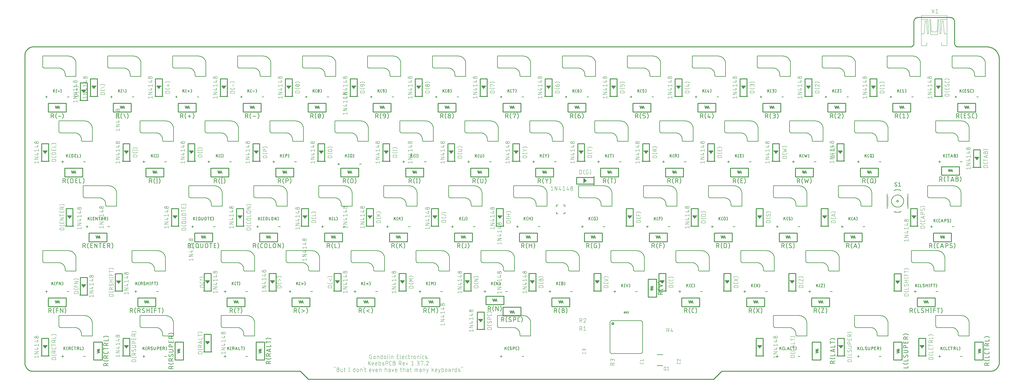
<source format=gbr>
G04 EAGLE Gerber RS-274X export*
G75*
%MOMM*%
%FSLAX34Y34*%
%LPD*%
%INSilkscreen Top*%
%IPPOS*%
%AMOC8*
5,1,8,0,0,1.08239X$1,22.5*%
G01*
%ADD10C,0.101600*%
%ADD11C,0.127000*%
%ADD12C,0.250000*%
%ADD13C,0.150000*%
%ADD14C,0.203200*%
%ADD15C,0.152400*%
%ADD16C,0.076200*%
%ADD17C,0.050800*%
%ADD18C,0.254000*%
%ADD19C,0.254000*%


D10*
X1015302Y43512D02*
X1017249Y43512D01*
X1017249Y37021D01*
X1013354Y37021D01*
X1013255Y37023D01*
X1013155Y37029D01*
X1013056Y37038D01*
X1012958Y37051D01*
X1012860Y37068D01*
X1012762Y37089D01*
X1012666Y37114D01*
X1012571Y37142D01*
X1012477Y37174D01*
X1012384Y37209D01*
X1012292Y37248D01*
X1012202Y37291D01*
X1012114Y37336D01*
X1012027Y37386D01*
X1011943Y37438D01*
X1011860Y37494D01*
X1011780Y37552D01*
X1011702Y37614D01*
X1011627Y37679D01*
X1011554Y37747D01*
X1011484Y37817D01*
X1011416Y37890D01*
X1011351Y37965D01*
X1011289Y38043D01*
X1011231Y38123D01*
X1011175Y38206D01*
X1011123Y38290D01*
X1011073Y38377D01*
X1011028Y38465D01*
X1010985Y38555D01*
X1010946Y38647D01*
X1010911Y38740D01*
X1010879Y38834D01*
X1010851Y38929D01*
X1010826Y39025D01*
X1010805Y39123D01*
X1010788Y39221D01*
X1010775Y39319D01*
X1010766Y39418D01*
X1010760Y39518D01*
X1010758Y39617D01*
X1010758Y46108D01*
X1010760Y46207D01*
X1010766Y46307D01*
X1010775Y46406D01*
X1010788Y46504D01*
X1010805Y46602D01*
X1010826Y46700D01*
X1010851Y46796D01*
X1010879Y46891D01*
X1010911Y46985D01*
X1010946Y47078D01*
X1010985Y47170D01*
X1011028Y47260D01*
X1011073Y47348D01*
X1011123Y47435D01*
X1011175Y47519D01*
X1011231Y47602D01*
X1011289Y47682D01*
X1011351Y47760D01*
X1011416Y47835D01*
X1011484Y47908D01*
X1011554Y47978D01*
X1011627Y48046D01*
X1011702Y48111D01*
X1011780Y48173D01*
X1011860Y48231D01*
X1011943Y48287D01*
X1012027Y48339D01*
X1012114Y48389D01*
X1012202Y48434D01*
X1012292Y48477D01*
X1012384Y48516D01*
X1012476Y48551D01*
X1012571Y48583D01*
X1012666Y48611D01*
X1012762Y48636D01*
X1012860Y48657D01*
X1012958Y48674D01*
X1013056Y48687D01*
X1013155Y48696D01*
X1013255Y48702D01*
X1013354Y48704D01*
X1013354Y48705D02*
X1017249Y48705D01*
X1022456Y42213D02*
X1022456Y39617D01*
X1022456Y42213D02*
X1022458Y42314D01*
X1022464Y42414D01*
X1022474Y42514D01*
X1022487Y42614D01*
X1022505Y42713D01*
X1022526Y42812D01*
X1022551Y42909D01*
X1022580Y43006D01*
X1022613Y43101D01*
X1022649Y43195D01*
X1022689Y43287D01*
X1022732Y43378D01*
X1022779Y43467D01*
X1022829Y43554D01*
X1022883Y43640D01*
X1022940Y43723D01*
X1023000Y43803D01*
X1023063Y43882D01*
X1023130Y43958D01*
X1023199Y44031D01*
X1023271Y44101D01*
X1023345Y44169D01*
X1023422Y44234D01*
X1023502Y44295D01*
X1023584Y44354D01*
X1023668Y44409D01*
X1023754Y44461D01*
X1023842Y44510D01*
X1023932Y44555D01*
X1024024Y44597D01*
X1024117Y44635D01*
X1024212Y44669D01*
X1024307Y44700D01*
X1024404Y44727D01*
X1024502Y44750D01*
X1024601Y44770D01*
X1024701Y44785D01*
X1024801Y44797D01*
X1024901Y44805D01*
X1025002Y44809D01*
X1025102Y44809D01*
X1025203Y44805D01*
X1025303Y44797D01*
X1025403Y44785D01*
X1025503Y44770D01*
X1025602Y44750D01*
X1025700Y44727D01*
X1025797Y44700D01*
X1025892Y44669D01*
X1025987Y44635D01*
X1026080Y44597D01*
X1026172Y44555D01*
X1026262Y44510D01*
X1026350Y44461D01*
X1026436Y44409D01*
X1026520Y44354D01*
X1026602Y44295D01*
X1026682Y44234D01*
X1026759Y44169D01*
X1026833Y44101D01*
X1026905Y44031D01*
X1026974Y43958D01*
X1027041Y43882D01*
X1027104Y43803D01*
X1027164Y43723D01*
X1027221Y43640D01*
X1027275Y43554D01*
X1027325Y43467D01*
X1027372Y43378D01*
X1027415Y43287D01*
X1027455Y43195D01*
X1027491Y43101D01*
X1027524Y43006D01*
X1027553Y42909D01*
X1027578Y42812D01*
X1027599Y42713D01*
X1027617Y42614D01*
X1027630Y42514D01*
X1027640Y42414D01*
X1027646Y42314D01*
X1027648Y42213D01*
X1027649Y42213D02*
X1027649Y39617D01*
X1027648Y39617D02*
X1027646Y39516D01*
X1027640Y39416D01*
X1027630Y39316D01*
X1027617Y39216D01*
X1027599Y39117D01*
X1027578Y39018D01*
X1027553Y38921D01*
X1027524Y38824D01*
X1027491Y38729D01*
X1027455Y38635D01*
X1027415Y38543D01*
X1027372Y38452D01*
X1027325Y38363D01*
X1027275Y38276D01*
X1027221Y38190D01*
X1027164Y38107D01*
X1027104Y38027D01*
X1027041Y37948D01*
X1026974Y37872D01*
X1026905Y37799D01*
X1026833Y37729D01*
X1026759Y37661D01*
X1026682Y37596D01*
X1026602Y37535D01*
X1026520Y37476D01*
X1026436Y37421D01*
X1026350Y37369D01*
X1026262Y37320D01*
X1026172Y37275D01*
X1026080Y37233D01*
X1025987Y37195D01*
X1025892Y37161D01*
X1025797Y37130D01*
X1025700Y37103D01*
X1025602Y37080D01*
X1025503Y37060D01*
X1025403Y37045D01*
X1025303Y37033D01*
X1025203Y37025D01*
X1025102Y37021D01*
X1025002Y37021D01*
X1024901Y37025D01*
X1024801Y37033D01*
X1024701Y37045D01*
X1024601Y37060D01*
X1024502Y37080D01*
X1024404Y37103D01*
X1024307Y37130D01*
X1024212Y37161D01*
X1024117Y37195D01*
X1024024Y37233D01*
X1023932Y37275D01*
X1023842Y37320D01*
X1023754Y37369D01*
X1023668Y37421D01*
X1023584Y37476D01*
X1023502Y37535D01*
X1023422Y37596D01*
X1023345Y37661D01*
X1023271Y37729D01*
X1023199Y37799D01*
X1023130Y37872D01*
X1023063Y37948D01*
X1023000Y38027D01*
X1022940Y38107D01*
X1022883Y38190D01*
X1022829Y38276D01*
X1022779Y38363D01*
X1022732Y38452D01*
X1022689Y38543D01*
X1022649Y38635D01*
X1022613Y38729D01*
X1022580Y38824D01*
X1022551Y38921D01*
X1022526Y39018D01*
X1022505Y39117D01*
X1022487Y39216D01*
X1022474Y39316D01*
X1022464Y39416D01*
X1022458Y39516D01*
X1022456Y39617D01*
X1032743Y37021D02*
X1032743Y44810D01*
X1035988Y44810D01*
X1035988Y44809D02*
X1036075Y44807D01*
X1036163Y44801D01*
X1036249Y44791D01*
X1036336Y44778D01*
X1036421Y44760D01*
X1036506Y44739D01*
X1036590Y44714D01*
X1036672Y44685D01*
X1036753Y44652D01*
X1036833Y44616D01*
X1036911Y44577D01*
X1036987Y44533D01*
X1037061Y44487D01*
X1037132Y44437D01*
X1037202Y44384D01*
X1037269Y44328D01*
X1037333Y44269D01*
X1037395Y44208D01*
X1037454Y44143D01*
X1037510Y44076D01*
X1037563Y44006D01*
X1037613Y43935D01*
X1037659Y43861D01*
X1037703Y43785D01*
X1037742Y43707D01*
X1037778Y43627D01*
X1037811Y43546D01*
X1037840Y43464D01*
X1037865Y43380D01*
X1037886Y43295D01*
X1037904Y43210D01*
X1037917Y43123D01*
X1037927Y43037D01*
X1037933Y42949D01*
X1037935Y42862D01*
X1037936Y42863D02*
X1037936Y37021D01*
X1048164Y37021D02*
X1048164Y48705D01*
X1048164Y37021D02*
X1044918Y37021D01*
X1044831Y37023D01*
X1044743Y37029D01*
X1044657Y37039D01*
X1044570Y37052D01*
X1044485Y37070D01*
X1044400Y37091D01*
X1044316Y37116D01*
X1044234Y37145D01*
X1044153Y37178D01*
X1044073Y37214D01*
X1043995Y37253D01*
X1043919Y37297D01*
X1043845Y37343D01*
X1043774Y37393D01*
X1043704Y37446D01*
X1043637Y37502D01*
X1043573Y37561D01*
X1043511Y37623D01*
X1043452Y37687D01*
X1043396Y37754D01*
X1043343Y37824D01*
X1043293Y37895D01*
X1043247Y37969D01*
X1043203Y38045D01*
X1043164Y38123D01*
X1043128Y38203D01*
X1043095Y38284D01*
X1043066Y38366D01*
X1043041Y38450D01*
X1043020Y38535D01*
X1043002Y38620D01*
X1042989Y38707D01*
X1042979Y38793D01*
X1042973Y38881D01*
X1042971Y38968D01*
X1042971Y42863D01*
X1042973Y42950D01*
X1042979Y43038D01*
X1042989Y43124D01*
X1043002Y43211D01*
X1043020Y43296D01*
X1043041Y43381D01*
X1043066Y43465D01*
X1043095Y43547D01*
X1043128Y43628D01*
X1043164Y43708D01*
X1043203Y43786D01*
X1043247Y43862D01*
X1043293Y43936D01*
X1043343Y44007D01*
X1043396Y44077D01*
X1043452Y44144D01*
X1043511Y44208D01*
X1043573Y44270D01*
X1043637Y44329D01*
X1043704Y44385D01*
X1043774Y44438D01*
X1043845Y44488D01*
X1043919Y44534D01*
X1043995Y44578D01*
X1044073Y44617D01*
X1044153Y44653D01*
X1044234Y44686D01*
X1044316Y44715D01*
X1044400Y44740D01*
X1044485Y44761D01*
X1044570Y44779D01*
X1044657Y44792D01*
X1044743Y44802D01*
X1044831Y44808D01*
X1044918Y44810D01*
X1048164Y44810D01*
X1053317Y42213D02*
X1053317Y39617D01*
X1053317Y42213D02*
X1053319Y42314D01*
X1053325Y42414D01*
X1053335Y42514D01*
X1053348Y42614D01*
X1053366Y42713D01*
X1053387Y42812D01*
X1053412Y42909D01*
X1053441Y43006D01*
X1053474Y43101D01*
X1053510Y43195D01*
X1053550Y43287D01*
X1053593Y43378D01*
X1053640Y43467D01*
X1053690Y43554D01*
X1053744Y43640D01*
X1053801Y43723D01*
X1053861Y43803D01*
X1053924Y43882D01*
X1053991Y43958D01*
X1054060Y44031D01*
X1054132Y44101D01*
X1054206Y44169D01*
X1054283Y44234D01*
X1054363Y44295D01*
X1054445Y44354D01*
X1054529Y44409D01*
X1054615Y44461D01*
X1054703Y44510D01*
X1054793Y44555D01*
X1054885Y44597D01*
X1054978Y44635D01*
X1055073Y44669D01*
X1055168Y44700D01*
X1055265Y44727D01*
X1055363Y44750D01*
X1055462Y44770D01*
X1055562Y44785D01*
X1055662Y44797D01*
X1055762Y44805D01*
X1055863Y44809D01*
X1055963Y44809D01*
X1056064Y44805D01*
X1056164Y44797D01*
X1056264Y44785D01*
X1056364Y44770D01*
X1056463Y44750D01*
X1056561Y44727D01*
X1056658Y44700D01*
X1056753Y44669D01*
X1056848Y44635D01*
X1056941Y44597D01*
X1057033Y44555D01*
X1057123Y44510D01*
X1057211Y44461D01*
X1057297Y44409D01*
X1057381Y44354D01*
X1057463Y44295D01*
X1057543Y44234D01*
X1057620Y44169D01*
X1057694Y44101D01*
X1057766Y44031D01*
X1057835Y43958D01*
X1057902Y43882D01*
X1057965Y43803D01*
X1058025Y43723D01*
X1058082Y43640D01*
X1058136Y43554D01*
X1058186Y43467D01*
X1058233Y43378D01*
X1058276Y43287D01*
X1058316Y43195D01*
X1058352Y43101D01*
X1058385Y43006D01*
X1058414Y42909D01*
X1058439Y42812D01*
X1058460Y42713D01*
X1058478Y42614D01*
X1058491Y42514D01*
X1058501Y42414D01*
X1058507Y42314D01*
X1058509Y42213D01*
X1058510Y42213D02*
X1058510Y39617D01*
X1058509Y39617D02*
X1058507Y39516D01*
X1058501Y39416D01*
X1058491Y39316D01*
X1058478Y39216D01*
X1058460Y39117D01*
X1058439Y39018D01*
X1058414Y38921D01*
X1058385Y38824D01*
X1058352Y38729D01*
X1058316Y38635D01*
X1058276Y38543D01*
X1058233Y38452D01*
X1058186Y38363D01*
X1058136Y38276D01*
X1058082Y38190D01*
X1058025Y38107D01*
X1057965Y38027D01*
X1057902Y37948D01*
X1057835Y37872D01*
X1057766Y37799D01*
X1057694Y37729D01*
X1057620Y37661D01*
X1057543Y37596D01*
X1057463Y37535D01*
X1057381Y37476D01*
X1057297Y37421D01*
X1057211Y37369D01*
X1057123Y37320D01*
X1057033Y37275D01*
X1056941Y37233D01*
X1056848Y37195D01*
X1056753Y37161D01*
X1056658Y37130D01*
X1056561Y37103D01*
X1056463Y37080D01*
X1056364Y37060D01*
X1056264Y37045D01*
X1056164Y37033D01*
X1056064Y37025D01*
X1055963Y37021D01*
X1055863Y37021D01*
X1055762Y37025D01*
X1055662Y37033D01*
X1055562Y37045D01*
X1055462Y37060D01*
X1055363Y37080D01*
X1055265Y37103D01*
X1055168Y37130D01*
X1055073Y37161D01*
X1054978Y37195D01*
X1054885Y37233D01*
X1054793Y37275D01*
X1054703Y37320D01*
X1054615Y37369D01*
X1054529Y37421D01*
X1054445Y37476D01*
X1054363Y37535D01*
X1054283Y37596D01*
X1054206Y37661D01*
X1054132Y37729D01*
X1054060Y37799D01*
X1053991Y37872D01*
X1053924Y37948D01*
X1053861Y38027D01*
X1053801Y38107D01*
X1053744Y38190D01*
X1053690Y38276D01*
X1053640Y38363D01*
X1053593Y38452D01*
X1053550Y38543D01*
X1053510Y38635D01*
X1053474Y38729D01*
X1053441Y38824D01*
X1053412Y38921D01*
X1053387Y39018D01*
X1053366Y39117D01*
X1053348Y39216D01*
X1053335Y39316D01*
X1053325Y39416D01*
X1053319Y39516D01*
X1053317Y39617D01*
X1063372Y38968D02*
X1063372Y48705D01*
X1063373Y38968D02*
X1063375Y38881D01*
X1063381Y38793D01*
X1063391Y38707D01*
X1063404Y38620D01*
X1063422Y38535D01*
X1063443Y38450D01*
X1063468Y38366D01*
X1063497Y38284D01*
X1063530Y38203D01*
X1063566Y38123D01*
X1063605Y38045D01*
X1063649Y37969D01*
X1063695Y37895D01*
X1063745Y37824D01*
X1063798Y37754D01*
X1063854Y37687D01*
X1063913Y37623D01*
X1063975Y37561D01*
X1064039Y37502D01*
X1064106Y37446D01*
X1064176Y37393D01*
X1064247Y37343D01*
X1064321Y37297D01*
X1064397Y37253D01*
X1064475Y37214D01*
X1064555Y37178D01*
X1064636Y37145D01*
X1064718Y37116D01*
X1064802Y37091D01*
X1064887Y37070D01*
X1064972Y37052D01*
X1065059Y37039D01*
X1065145Y37029D01*
X1065233Y37023D01*
X1065320Y37021D01*
X1069248Y37021D02*
X1069248Y44810D01*
X1068924Y48055D02*
X1068924Y48705D01*
X1069573Y48705D01*
X1069573Y48055D01*
X1068924Y48055D01*
X1074272Y44810D02*
X1074272Y37021D01*
X1074272Y44810D02*
X1077517Y44810D01*
X1077517Y44809D02*
X1077604Y44807D01*
X1077692Y44801D01*
X1077778Y44791D01*
X1077865Y44778D01*
X1077950Y44760D01*
X1078035Y44739D01*
X1078119Y44714D01*
X1078201Y44685D01*
X1078282Y44652D01*
X1078362Y44616D01*
X1078440Y44577D01*
X1078516Y44533D01*
X1078590Y44487D01*
X1078661Y44437D01*
X1078731Y44384D01*
X1078798Y44328D01*
X1078862Y44269D01*
X1078924Y44208D01*
X1078983Y44143D01*
X1079039Y44076D01*
X1079092Y44006D01*
X1079142Y43935D01*
X1079188Y43861D01*
X1079232Y43785D01*
X1079271Y43707D01*
X1079307Y43627D01*
X1079340Y43546D01*
X1079369Y43464D01*
X1079394Y43380D01*
X1079415Y43295D01*
X1079433Y43210D01*
X1079446Y43123D01*
X1079456Y43037D01*
X1079462Y42949D01*
X1079464Y42862D01*
X1079465Y42863D02*
X1079465Y37021D01*
X1091171Y37021D02*
X1096364Y37021D01*
X1091171Y37021D02*
X1091171Y48705D01*
X1096364Y48705D01*
X1095066Y43512D02*
X1091171Y43512D01*
X1100710Y38968D02*
X1100710Y48705D01*
X1100711Y38968D02*
X1100713Y38881D01*
X1100719Y38793D01*
X1100729Y38707D01*
X1100742Y38620D01*
X1100760Y38535D01*
X1100781Y38450D01*
X1100806Y38366D01*
X1100835Y38284D01*
X1100868Y38203D01*
X1100904Y38123D01*
X1100943Y38045D01*
X1100987Y37969D01*
X1101033Y37895D01*
X1101083Y37824D01*
X1101136Y37754D01*
X1101192Y37687D01*
X1101251Y37623D01*
X1101313Y37561D01*
X1101377Y37502D01*
X1101444Y37446D01*
X1101514Y37393D01*
X1101585Y37343D01*
X1101659Y37297D01*
X1101735Y37253D01*
X1101813Y37214D01*
X1101893Y37178D01*
X1101974Y37145D01*
X1102056Y37116D01*
X1102140Y37091D01*
X1102225Y37070D01*
X1102310Y37052D01*
X1102397Y37039D01*
X1102483Y37029D01*
X1102571Y37023D01*
X1102658Y37021D01*
X1108604Y37021D02*
X1111850Y37021D01*
X1108604Y37021D02*
X1108517Y37023D01*
X1108429Y37029D01*
X1108343Y37039D01*
X1108256Y37052D01*
X1108171Y37070D01*
X1108086Y37091D01*
X1108002Y37116D01*
X1107920Y37145D01*
X1107839Y37178D01*
X1107759Y37214D01*
X1107681Y37253D01*
X1107605Y37297D01*
X1107531Y37343D01*
X1107460Y37393D01*
X1107390Y37446D01*
X1107323Y37502D01*
X1107259Y37561D01*
X1107197Y37623D01*
X1107138Y37687D01*
X1107082Y37754D01*
X1107029Y37824D01*
X1106979Y37895D01*
X1106933Y37969D01*
X1106889Y38045D01*
X1106850Y38123D01*
X1106814Y38203D01*
X1106781Y38284D01*
X1106752Y38366D01*
X1106727Y38450D01*
X1106706Y38535D01*
X1106688Y38620D01*
X1106675Y38707D01*
X1106665Y38793D01*
X1106659Y38881D01*
X1106657Y38968D01*
X1106657Y42213D01*
X1106659Y42314D01*
X1106665Y42414D01*
X1106675Y42514D01*
X1106688Y42614D01*
X1106706Y42713D01*
X1106727Y42812D01*
X1106752Y42909D01*
X1106781Y43006D01*
X1106814Y43101D01*
X1106850Y43195D01*
X1106890Y43287D01*
X1106933Y43378D01*
X1106980Y43467D01*
X1107030Y43554D01*
X1107084Y43640D01*
X1107141Y43723D01*
X1107201Y43803D01*
X1107264Y43882D01*
X1107331Y43958D01*
X1107400Y44031D01*
X1107472Y44101D01*
X1107546Y44169D01*
X1107623Y44234D01*
X1107703Y44295D01*
X1107785Y44354D01*
X1107869Y44409D01*
X1107955Y44461D01*
X1108043Y44510D01*
X1108133Y44555D01*
X1108225Y44597D01*
X1108318Y44635D01*
X1108413Y44669D01*
X1108508Y44700D01*
X1108605Y44727D01*
X1108703Y44750D01*
X1108802Y44770D01*
X1108902Y44785D01*
X1109002Y44797D01*
X1109102Y44805D01*
X1109203Y44809D01*
X1109303Y44809D01*
X1109404Y44805D01*
X1109504Y44797D01*
X1109604Y44785D01*
X1109704Y44770D01*
X1109803Y44750D01*
X1109901Y44727D01*
X1109998Y44700D01*
X1110093Y44669D01*
X1110188Y44635D01*
X1110281Y44597D01*
X1110373Y44555D01*
X1110463Y44510D01*
X1110551Y44461D01*
X1110637Y44409D01*
X1110721Y44354D01*
X1110803Y44295D01*
X1110883Y44234D01*
X1110960Y44169D01*
X1111034Y44101D01*
X1111106Y44031D01*
X1111175Y43958D01*
X1111242Y43882D01*
X1111305Y43803D01*
X1111365Y43723D01*
X1111422Y43640D01*
X1111476Y43554D01*
X1111526Y43467D01*
X1111573Y43378D01*
X1111616Y43287D01*
X1111656Y43195D01*
X1111692Y43101D01*
X1111725Y43006D01*
X1111754Y42909D01*
X1111779Y42812D01*
X1111800Y42713D01*
X1111818Y42614D01*
X1111831Y42514D01*
X1111841Y42414D01*
X1111847Y42314D01*
X1111849Y42213D01*
X1111850Y42213D02*
X1111850Y40915D01*
X1106657Y40915D01*
X1118523Y37021D02*
X1121120Y37021D01*
X1118523Y37021D02*
X1118436Y37023D01*
X1118348Y37029D01*
X1118262Y37039D01*
X1118175Y37052D01*
X1118090Y37070D01*
X1118005Y37091D01*
X1117921Y37116D01*
X1117839Y37145D01*
X1117758Y37178D01*
X1117678Y37214D01*
X1117600Y37253D01*
X1117524Y37297D01*
X1117450Y37343D01*
X1117379Y37393D01*
X1117309Y37446D01*
X1117242Y37502D01*
X1117178Y37561D01*
X1117116Y37623D01*
X1117057Y37687D01*
X1117001Y37754D01*
X1116948Y37824D01*
X1116898Y37895D01*
X1116852Y37969D01*
X1116808Y38045D01*
X1116769Y38123D01*
X1116733Y38203D01*
X1116700Y38284D01*
X1116671Y38366D01*
X1116646Y38450D01*
X1116625Y38535D01*
X1116607Y38620D01*
X1116594Y38707D01*
X1116584Y38793D01*
X1116578Y38881D01*
X1116576Y38968D01*
X1116576Y42863D01*
X1116578Y42950D01*
X1116584Y43038D01*
X1116594Y43124D01*
X1116607Y43211D01*
X1116625Y43296D01*
X1116646Y43381D01*
X1116671Y43465D01*
X1116700Y43547D01*
X1116733Y43628D01*
X1116769Y43708D01*
X1116808Y43786D01*
X1116852Y43862D01*
X1116898Y43936D01*
X1116948Y44007D01*
X1117001Y44077D01*
X1117057Y44144D01*
X1117116Y44208D01*
X1117178Y44270D01*
X1117242Y44329D01*
X1117309Y44385D01*
X1117379Y44438D01*
X1117450Y44488D01*
X1117524Y44534D01*
X1117600Y44578D01*
X1117678Y44617D01*
X1117758Y44653D01*
X1117839Y44686D01*
X1117921Y44715D01*
X1118005Y44740D01*
X1118090Y44761D01*
X1118175Y44779D01*
X1118262Y44792D01*
X1118348Y44802D01*
X1118436Y44808D01*
X1118523Y44810D01*
X1121120Y44810D01*
X1124359Y44810D02*
X1128253Y44810D01*
X1125657Y48705D02*
X1125657Y38968D01*
X1125659Y38881D01*
X1125665Y38793D01*
X1125675Y38707D01*
X1125688Y38620D01*
X1125706Y38535D01*
X1125727Y38450D01*
X1125752Y38366D01*
X1125781Y38284D01*
X1125814Y38203D01*
X1125850Y38123D01*
X1125889Y38045D01*
X1125933Y37969D01*
X1125979Y37895D01*
X1126029Y37824D01*
X1126082Y37754D01*
X1126138Y37687D01*
X1126197Y37623D01*
X1126259Y37561D01*
X1126323Y37502D01*
X1126390Y37446D01*
X1126460Y37393D01*
X1126531Y37343D01*
X1126605Y37297D01*
X1126681Y37253D01*
X1126759Y37214D01*
X1126839Y37178D01*
X1126920Y37145D01*
X1127002Y37116D01*
X1127086Y37091D01*
X1127171Y37070D01*
X1127256Y37052D01*
X1127343Y37039D01*
X1127429Y37029D01*
X1127517Y37023D01*
X1127604Y37021D01*
X1128253Y37021D01*
X1133012Y37021D02*
X1133012Y44810D01*
X1136907Y44810D01*
X1136907Y43512D01*
X1140566Y42213D02*
X1140566Y39617D01*
X1140566Y42213D02*
X1140568Y42314D01*
X1140574Y42414D01*
X1140584Y42514D01*
X1140597Y42614D01*
X1140615Y42713D01*
X1140636Y42812D01*
X1140661Y42909D01*
X1140690Y43006D01*
X1140723Y43101D01*
X1140759Y43195D01*
X1140799Y43287D01*
X1140842Y43378D01*
X1140889Y43467D01*
X1140939Y43554D01*
X1140993Y43640D01*
X1141050Y43723D01*
X1141110Y43803D01*
X1141173Y43882D01*
X1141240Y43958D01*
X1141309Y44031D01*
X1141381Y44101D01*
X1141455Y44169D01*
X1141532Y44234D01*
X1141612Y44295D01*
X1141694Y44354D01*
X1141778Y44409D01*
X1141864Y44461D01*
X1141952Y44510D01*
X1142042Y44555D01*
X1142134Y44597D01*
X1142227Y44635D01*
X1142322Y44669D01*
X1142417Y44700D01*
X1142514Y44727D01*
X1142612Y44750D01*
X1142711Y44770D01*
X1142811Y44785D01*
X1142911Y44797D01*
X1143011Y44805D01*
X1143112Y44809D01*
X1143212Y44809D01*
X1143313Y44805D01*
X1143413Y44797D01*
X1143513Y44785D01*
X1143613Y44770D01*
X1143712Y44750D01*
X1143810Y44727D01*
X1143907Y44700D01*
X1144002Y44669D01*
X1144097Y44635D01*
X1144190Y44597D01*
X1144282Y44555D01*
X1144372Y44510D01*
X1144460Y44461D01*
X1144546Y44409D01*
X1144630Y44354D01*
X1144712Y44295D01*
X1144792Y44234D01*
X1144869Y44169D01*
X1144943Y44101D01*
X1145015Y44031D01*
X1145084Y43958D01*
X1145151Y43882D01*
X1145214Y43803D01*
X1145274Y43723D01*
X1145331Y43640D01*
X1145385Y43554D01*
X1145435Y43467D01*
X1145482Y43378D01*
X1145525Y43287D01*
X1145565Y43195D01*
X1145601Y43101D01*
X1145634Y43006D01*
X1145663Y42909D01*
X1145688Y42812D01*
X1145709Y42713D01*
X1145727Y42614D01*
X1145740Y42514D01*
X1145750Y42414D01*
X1145756Y42314D01*
X1145758Y42213D01*
X1145759Y42213D02*
X1145759Y39617D01*
X1145758Y39617D02*
X1145756Y39516D01*
X1145750Y39416D01*
X1145740Y39316D01*
X1145727Y39216D01*
X1145709Y39117D01*
X1145688Y39018D01*
X1145663Y38921D01*
X1145634Y38824D01*
X1145601Y38729D01*
X1145565Y38635D01*
X1145525Y38543D01*
X1145482Y38452D01*
X1145435Y38363D01*
X1145385Y38276D01*
X1145331Y38190D01*
X1145274Y38107D01*
X1145214Y38027D01*
X1145151Y37948D01*
X1145084Y37872D01*
X1145015Y37799D01*
X1144943Y37729D01*
X1144869Y37661D01*
X1144792Y37596D01*
X1144712Y37535D01*
X1144630Y37476D01*
X1144546Y37421D01*
X1144460Y37369D01*
X1144372Y37320D01*
X1144282Y37275D01*
X1144190Y37233D01*
X1144097Y37195D01*
X1144002Y37161D01*
X1143907Y37130D01*
X1143810Y37103D01*
X1143712Y37080D01*
X1143613Y37060D01*
X1143513Y37045D01*
X1143413Y37033D01*
X1143313Y37025D01*
X1143212Y37021D01*
X1143112Y37021D01*
X1143011Y37025D01*
X1142911Y37033D01*
X1142811Y37045D01*
X1142711Y37060D01*
X1142612Y37080D01*
X1142514Y37103D01*
X1142417Y37130D01*
X1142322Y37161D01*
X1142227Y37195D01*
X1142134Y37233D01*
X1142042Y37275D01*
X1141952Y37320D01*
X1141864Y37369D01*
X1141778Y37421D01*
X1141694Y37476D01*
X1141612Y37535D01*
X1141532Y37596D01*
X1141455Y37661D01*
X1141381Y37729D01*
X1141309Y37799D01*
X1141240Y37872D01*
X1141173Y37948D01*
X1141110Y38027D01*
X1141050Y38107D01*
X1140993Y38190D01*
X1140939Y38276D01*
X1140889Y38363D01*
X1140842Y38452D01*
X1140799Y38543D01*
X1140759Y38635D01*
X1140723Y38729D01*
X1140690Y38824D01*
X1140661Y38921D01*
X1140636Y39018D01*
X1140615Y39117D01*
X1140597Y39216D01*
X1140584Y39316D01*
X1140574Y39416D01*
X1140568Y39516D01*
X1140566Y39617D01*
X1150853Y37021D02*
X1150853Y44810D01*
X1154098Y44810D01*
X1154098Y44809D02*
X1154185Y44807D01*
X1154273Y44801D01*
X1154359Y44791D01*
X1154446Y44778D01*
X1154531Y44760D01*
X1154616Y44739D01*
X1154700Y44714D01*
X1154782Y44685D01*
X1154863Y44652D01*
X1154943Y44616D01*
X1155021Y44577D01*
X1155097Y44533D01*
X1155171Y44487D01*
X1155242Y44437D01*
X1155312Y44384D01*
X1155379Y44328D01*
X1155443Y44269D01*
X1155505Y44208D01*
X1155564Y44143D01*
X1155620Y44076D01*
X1155673Y44006D01*
X1155723Y43935D01*
X1155769Y43861D01*
X1155813Y43785D01*
X1155852Y43707D01*
X1155888Y43627D01*
X1155921Y43546D01*
X1155950Y43464D01*
X1155975Y43380D01*
X1155996Y43295D01*
X1156014Y43210D01*
X1156027Y43123D01*
X1156037Y43037D01*
X1156043Y42949D01*
X1156045Y42862D01*
X1156046Y42863D02*
X1156046Y37021D01*
X1161069Y37021D02*
X1161069Y44810D01*
X1160745Y48055D02*
X1160745Y48705D01*
X1161394Y48705D01*
X1161394Y48055D01*
X1160745Y48055D01*
X1167672Y37021D02*
X1170269Y37021D01*
X1167672Y37021D02*
X1167585Y37023D01*
X1167497Y37029D01*
X1167411Y37039D01*
X1167324Y37052D01*
X1167239Y37070D01*
X1167154Y37091D01*
X1167070Y37116D01*
X1166988Y37145D01*
X1166907Y37178D01*
X1166827Y37214D01*
X1166749Y37253D01*
X1166673Y37297D01*
X1166599Y37343D01*
X1166528Y37393D01*
X1166458Y37446D01*
X1166391Y37502D01*
X1166327Y37561D01*
X1166265Y37623D01*
X1166206Y37687D01*
X1166150Y37754D01*
X1166097Y37824D01*
X1166047Y37895D01*
X1166001Y37969D01*
X1165957Y38045D01*
X1165918Y38123D01*
X1165882Y38203D01*
X1165849Y38284D01*
X1165820Y38366D01*
X1165795Y38450D01*
X1165774Y38535D01*
X1165756Y38620D01*
X1165743Y38707D01*
X1165733Y38793D01*
X1165727Y38881D01*
X1165725Y38968D01*
X1165725Y42863D01*
X1165727Y42950D01*
X1165733Y43038D01*
X1165743Y43124D01*
X1165756Y43211D01*
X1165774Y43296D01*
X1165795Y43381D01*
X1165820Y43465D01*
X1165849Y43547D01*
X1165882Y43628D01*
X1165918Y43708D01*
X1165957Y43786D01*
X1166001Y43862D01*
X1166047Y43936D01*
X1166097Y44007D01*
X1166150Y44077D01*
X1166206Y44144D01*
X1166265Y44208D01*
X1166327Y44270D01*
X1166391Y44329D01*
X1166458Y44385D01*
X1166528Y44438D01*
X1166599Y44488D01*
X1166673Y44534D01*
X1166749Y44578D01*
X1166827Y44617D01*
X1166907Y44653D01*
X1166988Y44686D01*
X1167070Y44715D01*
X1167154Y44740D01*
X1167239Y44761D01*
X1167324Y44779D01*
X1167411Y44792D01*
X1167497Y44802D01*
X1167585Y44808D01*
X1167672Y44810D01*
X1170269Y44810D01*
X1175448Y41564D02*
X1178694Y40266D01*
X1175448Y41564D02*
X1175373Y41597D01*
X1175299Y41633D01*
X1175227Y41672D01*
X1175157Y41715D01*
X1175090Y41761D01*
X1175024Y41811D01*
X1174962Y41863D01*
X1174901Y41919D01*
X1174844Y41977D01*
X1174789Y42038D01*
X1174738Y42102D01*
X1174690Y42168D01*
X1174645Y42237D01*
X1174603Y42307D01*
X1174565Y42380D01*
X1174530Y42454D01*
X1174499Y42530D01*
X1174472Y42607D01*
X1174449Y42686D01*
X1174429Y42765D01*
X1174414Y42846D01*
X1174402Y42927D01*
X1174394Y43009D01*
X1174390Y43090D01*
X1174391Y43172D01*
X1174395Y43254D01*
X1174403Y43336D01*
X1174415Y43417D01*
X1174431Y43497D01*
X1174451Y43577D01*
X1174475Y43655D01*
X1174503Y43732D01*
X1174534Y43808D01*
X1174569Y43882D01*
X1174607Y43954D01*
X1174649Y44025D01*
X1174695Y44093D01*
X1174743Y44159D01*
X1174795Y44222D01*
X1174850Y44283D01*
X1174908Y44341D01*
X1174968Y44397D01*
X1175031Y44449D01*
X1175097Y44498D01*
X1175165Y44544D01*
X1175235Y44586D01*
X1175307Y44626D01*
X1175381Y44661D01*
X1175456Y44693D01*
X1175533Y44721D01*
X1175611Y44745D01*
X1175691Y44766D01*
X1175771Y44783D01*
X1175852Y44795D01*
X1175933Y44804D01*
X1176015Y44809D01*
X1176097Y44810D01*
X1176097Y44809D02*
X1176274Y44805D01*
X1176451Y44796D01*
X1176628Y44782D01*
X1176805Y44765D01*
X1176980Y44743D01*
X1177156Y44718D01*
X1177330Y44687D01*
X1177504Y44653D01*
X1177677Y44615D01*
X1177849Y44572D01*
X1178020Y44525D01*
X1178190Y44475D01*
X1178359Y44420D01*
X1178526Y44361D01*
X1178691Y44298D01*
X1178856Y44231D01*
X1179018Y44160D01*
X1178694Y40266D02*
X1178769Y40233D01*
X1178843Y40197D01*
X1178915Y40158D01*
X1178985Y40115D01*
X1179052Y40069D01*
X1179118Y40019D01*
X1179180Y39967D01*
X1179241Y39911D01*
X1179298Y39853D01*
X1179353Y39792D01*
X1179404Y39728D01*
X1179452Y39662D01*
X1179497Y39593D01*
X1179539Y39523D01*
X1179577Y39450D01*
X1179612Y39376D01*
X1179643Y39300D01*
X1179670Y39223D01*
X1179693Y39144D01*
X1179713Y39065D01*
X1179728Y38984D01*
X1179740Y38903D01*
X1179748Y38821D01*
X1179752Y38740D01*
X1179751Y38658D01*
X1179747Y38576D01*
X1179739Y38494D01*
X1179727Y38413D01*
X1179711Y38333D01*
X1179691Y38253D01*
X1179667Y38175D01*
X1179639Y38098D01*
X1179608Y38022D01*
X1179573Y37948D01*
X1179535Y37876D01*
X1179493Y37805D01*
X1179447Y37737D01*
X1179399Y37671D01*
X1179347Y37608D01*
X1179292Y37547D01*
X1179234Y37489D01*
X1179174Y37433D01*
X1179111Y37381D01*
X1179045Y37332D01*
X1178977Y37286D01*
X1178907Y37244D01*
X1178835Y37204D01*
X1178761Y37169D01*
X1178686Y37137D01*
X1178609Y37109D01*
X1178531Y37085D01*
X1178451Y37064D01*
X1178371Y37047D01*
X1178290Y37035D01*
X1178209Y37026D01*
X1178127Y37021D01*
X1178045Y37020D01*
X1178045Y37021D02*
X1177785Y37028D01*
X1177525Y37041D01*
X1177265Y37060D01*
X1177006Y37085D01*
X1176747Y37117D01*
X1176490Y37154D01*
X1176233Y37198D01*
X1175977Y37247D01*
X1175723Y37303D01*
X1175470Y37364D01*
X1175219Y37432D01*
X1174969Y37506D01*
X1174721Y37585D01*
X1174475Y37670D01*
X1007251Y29655D02*
X1007251Y17971D01*
X1007251Y22514D02*
X1013742Y29655D01*
X1009848Y25111D02*
X1013742Y17971D01*
X1019965Y17971D02*
X1023211Y17971D01*
X1019965Y17971D02*
X1019878Y17973D01*
X1019790Y17979D01*
X1019704Y17989D01*
X1019617Y18002D01*
X1019532Y18020D01*
X1019447Y18041D01*
X1019363Y18066D01*
X1019281Y18095D01*
X1019200Y18128D01*
X1019120Y18164D01*
X1019042Y18203D01*
X1018966Y18247D01*
X1018892Y18293D01*
X1018821Y18343D01*
X1018751Y18396D01*
X1018684Y18452D01*
X1018620Y18511D01*
X1018558Y18573D01*
X1018499Y18637D01*
X1018443Y18704D01*
X1018390Y18774D01*
X1018340Y18845D01*
X1018294Y18919D01*
X1018250Y18995D01*
X1018211Y19073D01*
X1018175Y19153D01*
X1018142Y19234D01*
X1018113Y19316D01*
X1018088Y19400D01*
X1018067Y19485D01*
X1018049Y19570D01*
X1018036Y19657D01*
X1018026Y19743D01*
X1018020Y19831D01*
X1018018Y19918D01*
X1018018Y23163D01*
X1018020Y23264D01*
X1018026Y23364D01*
X1018036Y23464D01*
X1018049Y23564D01*
X1018067Y23663D01*
X1018088Y23762D01*
X1018113Y23859D01*
X1018142Y23956D01*
X1018175Y24051D01*
X1018211Y24145D01*
X1018251Y24237D01*
X1018294Y24328D01*
X1018341Y24417D01*
X1018391Y24504D01*
X1018445Y24590D01*
X1018502Y24673D01*
X1018562Y24753D01*
X1018625Y24832D01*
X1018692Y24908D01*
X1018761Y24981D01*
X1018833Y25051D01*
X1018907Y25119D01*
X1018984Y25184D01*
X1019064Y25245D01*
X1019146Y25304D01*
X1019230Y25359D01*
X1019316Y25411D01*
X1019404Y25460D01*
X1019494Y25505D01*
X1019586Y25547D01*
X1019679Y25585D01*
X1019774Y25619D01*
X1019869Y25650D01*
X1019966Y25677D01*
X1020064Y25700D01*
X1020163Y25720D01*
X1020263Y25735D01*
X1020363Y25747D01*
X1020463Y25755D01*
X1020564Y25759D01*
X1020664Y25759D01*
X1020765Y25755D01*
X1020865Y25747D01*
X1020965Y25735D01*
X1021065Y25720D01*
X1021164Y25700D01*
X1021262Y25677D01*
X1021359Y25650D01*
X1021454Y25619D01*
X1021549Y25585D01*
X1021642Y25547D01*
X1021734Y25505D01*
X1021824Y25460D01*
X1021912Y25411D01*
X1021998Y25359D01*
X1022082Y25304D01*
X1022164Y25245D01*
X1022244Y25184D01*
X1022321Y25119D01*
X1022395Y25051D01*
X1022467Y24981D01*
X1022536Y24908D01*
X1022603Y24832D01*
X1022666Y24753D01*
X1022726Y24673D01*
X1022783Y24590D01*
X1022837Y24504D01*
X1022887Y24417D01*
X1022934Y24328D01*
X1022977Y24237D01*
X1023017Y24145D01*
X1023053Y24051D01*
X1023086Y23956D01*
X1023115Y23859D01*
X1023140Y23762D01*
X1023161Y23663D01*
X1023179Y23564D01*
X1023192Y23464D01*
X1023202Y23364D01*
X1023208Y23264D01*
X1023210Y23163D01*
X1023211Y23163D02*
X1023211Y21865D01*
X1018018Y21865D01*
X1029871Y17971D02*
X1033117Y17971D01*
X1029871Y17971D02*
X1029784Y17973D01*
X1029696Y17979D01*
X1029610Y17989D01*
X1029523Y18002D01*
X1029438Y18020D01*
X1029353Y18041D01*
X1029269Y18066D01*
X1029187Y18095D01*
X1029106Y18128D01*
X1029026Y18164D01*
X1028948Y18203D01*
X1028872Y18247D01*
X1028798Y18293D01*
X1028727Y18343D01*
X1028657Y18396D01*
X1028590Y18452D01*
X1028526Y18511D01*
X1028464Y18573D01*
X1028405Y18637D01*
X1028349Y18704D01*
X1028296Y18774D01*
X1028246Y18845D01*
X1028200Y18919D01*
X1028156Y18995D01*
X1028117Y19073D01*
X1028081Y19153D01*
X1028048Y19234D01*
X1028019Y19316D01*
X1027994Y19400D01*
X1027973Y19485D01*
X1027955Y19570D01*
X1027942Y19657D01*
X1027932Y19743D01*
X1027926Y19831D01*
X1027924Y19918D01*
X1027924Y23163D01*
X1027926Y23264D01*
X1027932Y23364D01*
X1027942Y23464D01*
X1027955Y23564D01*
X1027973Y23663D01*
X1027994Y23762D01*
X1028019Y23859D01*
X1028048Y23956D01*
X1028081Y24051D01*
X1028117Y24145D01*
X1028157Y24237D01*
X1028200Y24328D01*
X1028247Y24417D01*
X1028297Y24504D01*
X1028351Y24590D01*
X1028408Y24673D01*
X1028468Y24753D01*
X1028531Y24832D01*
X1028598Y24908D01*
X1028667Y24981D01*
X1028739Y25051D01*
X1028813Y25119D01*
X1028890Y25184D01*
X1028970Y25245D01*
X1029052Y25304D01*
X1029136Y25359D01*
X1029222Y25411D01*
X1029310Y25460D01*
X1029400Y25505D01*
X1029492Y25547D01*
X1029585Y25585D01*
X1029680Y25619D01*
X1029775Y25650D01*
X1029872Y25677D01*
X1029970Y25700D01*
X1030069Y25720D01*
X1030169Y25735D01*
X1030269Y25747D01*
X1030369Y25755D01*
X1030470Y25759D01*
X1030570Y25759D01*
X1030671Y25755D01*
X1030771Y25747D01*
X1030871Y25735D01*
X1030971Y25720D01*
X1031070Y25700D01*
X1031168Y25677D01*
X1031265Y25650D01*
X1031360Y25619D01*
X1031455Y25585D01*
X1031548Y25547D01*
X1031640Y25505D01*
X1031730Y25460D01*
X1031818Y25411D01*
X1031904Y25359D01*
X1031988Y25304D01*
X1032070Y25245D01*
X1032150Y25184D01*
X1032227Y25119D01*
X1032301Y25051D01*
X1032373Y24981D01*
X1032442Y24908D01*
X1032509Y24832D01*
X1032572Y24753D01*
X1032632Y24673D01*
X1032689Y24590D01*
X1032743Y24504D01*
X1032793Y24417D01*
X1032840Y24328D01*
X1032883Y24237D01*
X1032923Y24145D01*
X1032959Y24051D01*
X1032992Y23956D01*
X1033021Y23859D01*
X1033046Y23762D01*
X1033067Y23663D01*
X1033085Y23564D01*
X1033098Y23464D01*
X1033108Y23364D01*
X1033114Y23264D01*
X1033116Y23163D01*
X1033117Y23163D02*
X1033117Y21865D01*
X1027924Y21865D01*
X1038270Y17971D02*
X1038270Y29655D01*
X1038270Y17971D02*
X1041515Y17971D01*
X1041602Y17973D01*
X1041690Y17979D01*
X1041776Y17989D01*
X1041863Y18002D01*
X1041948Y18020D01*
X1042033Y18041D01*
X1042117Y18066D01*
X1042199Y18095D01*
X1042280Y18128D01*
X1042360Y18164D01*
X1042438Y18203D01*
X1042514Y18247D01*
X1042588Y18293D01*
X1042659Y18343D01*
X1042729Y18396D01*
X1042796Y18452D01*
X1042860Y18511D01*
X1042922Y18572D01*
X1042981Y18637D01*
X1043037Y18704D01*
X1043090Y18774D01*
X1043140Y18845D01*
X1043186Y18919D01*
X1043230Y18995D01*
X1043269Y19073D01*
X1043305Y19153D01*
X1043338Y19234D01*
X1043367Y19316D01*
X1043392Y19400D01*
X1043413Y19485D01*
X1043431Y19570D01*
X1043444Y19657D01*
X1043454Y19743D01*
X1043460Y19831D01*
X1043462Y19918D01*
X1043463Y19918D02*
X1043463Y23813D01*
X1043462Y23813D02*
X1043460Y23900D01*
X1043454Y23988D01*
X1043444Y24074D01*
X1043431Y24161D01*
X1043413Y24246D01*
X1043392Y24331D01*
X1043367Y24415D01*
X1043338Y24497D01*
X1043305Y24578D01*
X1043269Y24658D01*
X1043230Y24736D01*
X1043186Y24812D01*
X1043140Y24886D01*
X1043090Y24957D01*
X1043037Y25027D01*
X1042981Y25094D01*
X1042922Y25158D01*
X1042860Y25220D01*
X1042796Y25279D01*
X1042729Y25335D01*
X1042659Y25388D01*
X1042588Y25438D01*
X1042514Y25484D01*
X1042438Y25528D01*
X1042360Y25567D01*
X1042280Y25603D01*
X1042199Y25636D01*
X1042117Y25665D01*
X1042033Y25690D01*
X1041948Y25711D01*
X1041863Y25729D01*
X1041776Y25742D01*
X1041690Y25752D01*
X1041602Y25758D01*
X1041515Y25760D01*
X1038270Y25760D01*
X1049091Y22514D02*
X1052336Y21216D01*
X1049091Y22514D02*
X1049016Y22547D01*
X1048942Y22583D01*
X1048870Y22622D01*
X1048800Y22665D01*
X1048733Y22711D01*
X1048667Y22761D01*
X1048605Y22813D01*
X1048544Y22869D01*
X1048487Y22927D01*
X1048432Y22988D01*
X1048381Y23052D01*
X1048333Y23118D01*
X1048288Y23187D01*
X1048246Y23257D01*
X1048208Y23330D01*
X1048173Y23404D01*
X1048142Y23480D01*
X1048115Y23557D01*
X1048092Y23636D01*
X1048072Y23715D01*
X1048057Y23796D01*
X1048045Y23877D01*
X1048037Y23959D01*
X1048033Y24040D01*
X1048034Y24122D01*
X1048038Y24204D01*
X1048046Y24286D01*
X1048058Y24367D01*
X1048074Y24447D01*
X1048094Y24527D01*
X1048118Y24605D01*
X1048146Y24682D01*
X1048177Y24758D01*
X1048212Y24832D01*
X1048250Y24904D01*
X1048292Y24975D01*
X1048338Y25043D01*
X1048386Y25109D01*
X1048438Y25172D01*
X1048493Y25233D01*
X1048551Y25291D01*
X1048611Y25347D01*
X1048674Y25399D01*
X1048740Y25448D01*
X1048808Y25494D01*
X1048878Y25536D01*
X1048950Y25576D01*
X1049024Y25611D01*
X1049099Y25643D01*
X1049176Y25671D01*
X1049254Y25695D01*
X1049334Y25716D01*
X1049414Y25733D01*
X1049495Y25745D01*
X1049576Y25754D01*
X1049658Y25759D01*
X1049740Y25760D01*
X1049740Y25759D02*
X1049917Y25755D01*
X1050094Y25746D01*
X1050271Y25732D01*
X1050448Y25715D01*
X1050623Y25693D01*
X1050799Y25668D01*
X1050973Y25637D01*
X1051147Y25603D01*
X1051320Y25565D01*
X1051492Y25522D01*
X1051663Y25475D01*
X1051833Y25425D01*
X1052002Y25370D01*
X1052169Y25311D01*
X1052334Y25248D01*
X1052499Y25181D01*
X1052661Y25110D01*
X1052336Y21216D02*
X1052411Y21183D01*
X1052485Y21147D01*
X1052557Y21108D01*
X1052627Y21065D01*
X1052694Y21019D01*
X1052760Y20969D01*
X1052822Y20917D01*
X1052883Y20861D01*
X1052940Y20803D01*
X1052995Y20742D01*
X1053046Y20678D01*
X1053094Y20612D01*
X1053139Y20543D01*
X1053181Y20473D01*
X1053219Y20400D01*
X1053254Y20326D01*
X1053285Y20250D01*
X1053312Y20173D01*
X1053335Y20094D01*
X1053355Y20015D01*
X1053370Y19934D01*
X1053382Y19853D01*
X1053390Y19771D01*
X1053394Y19690D01*
X1053393Y19608D01*
X1053389Y19526D01*
X1053381Y19444D01*
X1053369Y19363D01*
X1053353Y19283D01*
X1053333Y19203D01*
X1053309Y19125D01*
X1053281Y19048D01*
X1053250Y18972D01*
X1053215Y18898D01*
X1053177Y18826D01*
X1053135Y18755D01*
X1053089Y18687D01*
X1053041Y18621D01*
X1052989Y18558D01*
X1052934Y18497D01*
X1052876Y18439D01*
X1052816Y18383D01*
X1052753Y18331D01*
X1052687Y18282D01*
X1052619Y18236D01*
X1052549Y18194D01*
X1052477Y18154D01*
X1052403Y18119D01*
X1052328Y18087D01*
X1052251Y18059D01*
X1052173Y18035D01*
X1052093Y18014D01*
X1052013Y17997D01*
X1051932Y17985D01*
X1051851Y17976D01*
X1051769Y17971D01*
X1051687Y17970D01*
X1051687Y17971D02*
X1051427Y17978D01*
X1051167Y17991D01*
X1050907Y18010D01*
X1050648Y18035D01*
X1050389Y18067D01*
X1050132Y18104D01*
X1049875Y18148D01*
X1049619Y18197D01*
X1049365Y18253D01*
X1049112Y18314D01*
X1048861Y18382D01*
X1048611Y18456D01*
X1048363Y18535D01*
X1048117Y18620D01*
X1058686Y17971D02*
X1058686Y29655D01*
X1061932Y29655D01*
X1062045Y29653D01*
X1062158Y29647D01*
X1062271Y29637D01*
X1062384Y29623D01*
X1062496Y29606D01*
X1062607Y29584D01*
X1062717Y29559D01*
X1062827Y29529D01*
X1062935Y29496D01*
X1063042Y29459D01*
X1063148Y29419D01*
X1063252Y29374D01*
X1063355Y29326D01*
X1063456Y29275D01*
X1063555Y29220D01*
X1063652Y29162D01*
X1063747Y29100D01*
X1063840Y29035D01*
X1063930Y28967D01*
X1064018Y28896D01*
X1064104Y28821D01*
X1064187Y28744D01*
X1064267Y28664D01*
X1064344Y28581D01*
X1064419Y28495D01*
X1064490Y28407D01*
X1064558Y28317D01*
X1064623Y28224D01*
X1064685Y28129D01*
X1064743Y28032D01*
X1064798Y27933D01*
X1064849Y27832D01*
X1064897Y27729D01*
X1064942Y27625D01*
X1064982Y27519D01*
X1065019Y27412D01*
X1065052Y27304D01*
X1065082Y27194D01*
X1065107Y27084D01*
X1065129Y26973D01*
X1065146Y26861D01*
X1065160Y26748D01*
X1065170Y26635D01*
X1065176Y26522D01*
X1065178Y26409D01*
X1065176Y26296D01*
X1065170Y26183D01*
X1065160Y26070D01*
X1065146Y25957D01*
X1065129Y25845D01*
X1065107Y25734D01*
X1065082Y25624D01*
X1065052Y25514D01*
X1065019Y25406D01*
X1064982Y25299D01*
X1064942Y25193D01*
X1064897Y25089D01*
X1064849Y24986D01*
X1064798Y24885D01*
X1064743Y24786D01*
X1064685Y24689D01*
X1064623Y24594D01*
X1064558Y24501D01*
X1064490Y24411D01*
X1064419Y24323D01*
X1064344Y24237D01*
X1064267Y24154D01*
X1064187Y24074D01*
X1064104Y23997D01*
X1064018Y23922D01*
X1063930Y23851D01*
X1063840Y23783D01*
X1063747Y23718D01*
X1063652Y23656D01*
X1063555Y23598D01*
X1063456Y23543D01*
X1063355Y23492D01*
X1063252Y23444D01*
X1063148Y23399D01*
X1063042Y23359D01*
X1062935Y23322D01*
X1062827Y23289D01*
X1062717Y23259D01*
X1062607Y23234D01*
X1062496Y23212D01*
X1062384Y23195D01*
X1062271Y23181D01*
X1062158Y23171D01*
X1062045Y23165D01*
X1061932Y23163D01*
X1058686Y23163D01*
X1072129Y17971D02*
X1074726Y17971D01*
X1072129Y17971D02*
X1072030Y17973D01*
X1071930Y17979D01*
X1071831Y17988D01*
X1071733Y18001D01*
X1071635Y18018D01*
X1071537Y18039D01*
X1071441Y18064D01*
X1071346Y18092D01*
X1071252Y18124D01*
X1071159Y18159D01*
X1071067Y18198D01*
X1070977Y18241D01*
X1070889Y18286D01*
X1070802Y18336D01*
X1070718Y18388D01*
X1070635Y18444D01*
X1070555Y18502D01*
X1070477Y18564D01*
X1070402Y18629D01*
X1070329Y18697D01*
X1070259Y18767D01*
X1070191Y18840D01*
X1070126Y18915D01*
X1070064Y18993D01*
X1070006Y19073D01*
X1069950Y19156D01*
X1069898Y19240D01*
X1069848Y19327D01*
X1069803Y19415D01*
X1069760Y19505D01*
X1069721Y19597D01*
X1069686Y19690D01*
X1069654Y19784D01*
X1069626Y19879D01*
X1069601Y19975D01*
X1069580Y20073D01*
X1069563Y20171D01*
X1069550Y20269D01*
X1069541Y20368D01*
X1069535Y20468D01*
X1069533Y20567D01*
X1069533Y27058D01*
X1069535Y27157D01*
X1069541Y27257D01*
X1069550Y27356D01*
X1069563Y27454D01*
X1069580Y27552D01*
X1069601Y27650D01*
X1069626Y27746D01*
X1069654Y27841D01*
X1069686Y27935D01*
X1069721Y28028D01*
X1069760Y28120D01*
X1069803Y28210D01*
X1069848Y28298D01*
X1069898Y28385D01*
X1069950Y28469D01*
X1070006Y28552D01*
X1070064Y28632D01*
X1070126Y28710D01*
X1070191Y28785D01*
X1070259Y28858D01*
X1070329Y28928D01*
X1070402Y28996D01*
X1070477Y29061D01*
X1070555Y29123D01*
X1070635Y29181D01*
X1070718Y29237D01*
X1070802Y29289D01*
X1070889Y29339D01*
X1070977Y29384D01*
X1071067Y29427D01*
X1071159Y29466D01*
X1071251Y29501D01*
X1071346Y29533D01*
X1071441Y29561D01*
X1071537Y29586D01*
X1071635Y29607D01*
X1071733Y29624D01*
X1071831Y29637D01*
X1071930Y29646D01*
X1072030Y29652D01*
X1072129Y29654D01*
X1072129Y29655D02*
X1074726Y29655D01*
X1079641Y24462D02*
X1082887Y24462D01*
X1083000Y24460D01*
X1083113Y24454D01*
X1083226Y24444D01*
X1083339Y24430D01*
X1083451Y24413D01*
X1083562Y24391D01*
X1083672Y24366D01*
X1083782Y24336D01*
X1083890Y24303D01*
X1083997Y24266D01*
X1084103Y24226D01*
X1084207Y24181D01*
X1084310Y24133D01*
X1084411Y24082D01*
X1084510Y24027D01*
X1084607Y23969D01*
X1084702Y23907D01*
X1084795Y23842D01*
X1084885Y23774D01*
X1084973Y23703D01*
X1085059Y23628D01*
X1085142Y23551D01*
X1085222Y23471D01*
X1085299Y23388D01*
X1085374Y23302D01*
X1085445Y23214D01*
X1085513Y23124D01*
X1085578Y23031D01*
X1085640Y22936D01*
X1085698Y22839D01*
X1085753Y22740D01*
X1085804Y22639D01*
X1085852Y22536D01*
X1085897Y22432D01*
X1085937Y22326D01*
X1085974Y22219D01*
X1086007Y22111D01*
X1086037Y22001D01*
X1086062Y21891D01*
X1086084Y21780D01*
X1086101Y21668D01*
X1086115Y21555D01*
X1086125Y21442D01*
X1086131Y21329D01*
X1086133Y21216D01*
X1086131Y21103D01*
X1086125Y20990D01*
X1086115Y20877D01*
X1086101Y20764D01*
X1086084Y20652D01*
X1086062Y20541D01*
X1086037Y20431D01*
X1086007Y20321D01*
X1085974Y20213D01*
X1085937Y20106D01*
X1085897Y20000D01*
X1085852Y19896D01*
X1085804Y19793D01*
X1085753Y19692D01*
X1085698Y19593D01*
X1085640Y19496D01*
X1085578Y19401D01*
X1085513Y19308D01*
X1085445Y19218D01*
X1085374Y19130D01*
X1085299Y19044D01*
X1085222Y18961D01*
X1085142Y18881D01*
X1085059Y18804D01*
X1084973Y18729D01*
X1084885Y18658D01*
X1084795Y18590D01*
X1084702Y18525D01*
X1084607Y18463D01*
X1084510Y18405D01*
X1084411Y18350D01*
X1084310Y18299D01*
X1084207Y18251D01*
X1084103Y18206D01*
X1083997Y18166D01*
X1083890Y18129D01*
X1083782Y18096D01*
X1083672Y18066D01*
X1083562Y18041D01*
X1083451Y18019D01*
X1083339Y18002D01*
X1083226Y17988D01*
X1083113Y17978D01*
X1083000Y17972D01*
X1082887Y17970D01*
X1082887Y17971D02*
X1079641Y17971D01*
X1079641Y29655D01*
X1082887Y29655D01*
X1082887Y29654D02*
X1082988Y29652D01*
X1083088Y29646D01*
X1083188Y29636D01*
X1083288Y29623D01*
X1083387Y29605D01*
X1083486Y29584D01*
X1083583Y29559D01*
X1083680Y29530D01*
X1083775Y29497D01*
X1083869Y29461D01*
X1083961Y29421D01*
X1084052Y29378D01*
X1084141Y29331D01*
X1084228Y29281D01*
X1084314Y29227D01*
X1084397Y29170D01*
X1084477Y29110D01*
X1084556Y29047D01*
X1084632Y28980D01*
X1084705Y28911D01*
X1084775Y28839D01*
X1084843Y28765D01*
X1084908Y28688D01*
X1084969Y28608D01*
X1085028Y28526D01*
X1085083Y28442D01*
X1085135Y28356D01*
X1085184Y28268D01*
X1085229Y28178D01*
X1085271Y28086D01*
X1085309Y27993D01*
X1085343Y27898D01*
X1085374Y27803D01*
X1085401Y27706D01*
X1085424Y27608D01*
X1085444Y27509D01*
X1085459Y27409D01*
X1085471Y27309D01*
X1085479Y27209D01*
X1085483Y27108D01*
X1085483Y27008D01*
X1085479Y26907D01*
X1085471Y26807D01*
X1085459Y26707D01*
X1085444Y26607D01*
X1085424Y26508D01*
X1085401Y26410D01*
X1085374Y26313D01*
X1085343Y26218D01*
X1085309Y26123D01*
X1085271Y26030D01*
X1085229Y25938D01*
X1085184Y25848D01*
X1085135Y25760D01*
X1085083Y25674D01*
X1085028Y25590D01*
X1084969Y25508D01*
X1084908Y25428D01*
X1084843Y25351D01*
X1084775Y25277D01*
X1084705Y25205D01*
X1084632Y25136D01*
X1084556Y25069D01*
X1084477Y25006D01*
X1084397Y24946D01*
X1084314Y24889D01*
X1084228Y24835D01*
X1084141Y24785D01*
X1084052Y24738D01*
X1083961Y24695D01*
X1083869Y24655D01*
X1083775Y24619D01*
X1083680Y24586D01*
X1083583Y24557D01*
X1083486Y24532D01*
X1083387Y24511D01*
X1083288Y24493D01*
X1083188Y24480D01*
X1083088Y24470D01*
X1082988Y24464D01*
X1082887Y24462D01*
X1097071Y29655D02*
X1097071Y17971D01*
X1097071Y29655D02*
X1100317Y29655D01*
X1100430Y29653D01*
X1100543Y29647D01*
X1100656Y29637D01*
X1100769Y29623D01*
X1100881Y29606D01*
X1100992Y29584D01*
X1101102Y29559D01*
X1101212Y29529D01*
X1101320Y29496D01*
X1101427Y29459D01*
X1101533Y29419D01*
X1101637Y29374D01*
X1101740Y29326D01*
X1101841Y29275D01*
X1101940Y29220D01*
X1102037Y29162D01*
X1102132Y29100D01*
X1102225Y29035D01*
X1102315Y28967D01*
X1102403Y28896D01*
X1102489Y28821D01*
X1102572Y28744D01*
X1102652Y28664D01*
X1102729Y28581D01*
X1102804Y28495D01*
X1102875Y28407D01*
X1102943Y28317D01*
X1103008Y28224D01*
X1103070Y28129D01*
X1103128Y28032D01*
X1103183Y27933D01*
X1103234Y27832D01*
X1103282Y27729D01*
X1103327Y27625D01*
X1103367Y27519D01*
X1103404Y27412D01*
X1103437Y27304D01*
X1103467Y27194D01*
X1103492Y27084D01*
X1103514Y26973D01*
X1103531Y26861D01*
X1103545Y26748D01*
X1103555Y26635D01*
X1103561Y26522D01*
X1103563Y26409D01*
X1103561Y26296D01*
X1103555Y26183D01*
X1103545Y26070D01*
X1103531Y25957D01*
X1103514Y25845D01*
X1103492Y25734D01*
X1103467Y25624D01*
X1103437Y25514D01*
X1103404Y25406D01*
X1103367Y25299D01*
X1103327Y25193D01*
X1103282Y25089D01*
X1103234Y24986D01*
X1103183Y24885D01*
X1103128Y24786D01*
X1103070Y24689D01*
X1103008Y24594D01*
X1102943Y24501D01*
X1102875Y24411D01*
X1102804Y24323D01*
X1102729Y24237D01*
X1102652Y24154D01*
X1102572Y24074D01*
X1102489Y23997D01*
X1102403Y23922D01*
X1102315Y23851D01*
X1102225Y23783D01*
X1102132Y23718D01*
X1102037Y23656D01*
X1101940Y23598D01*
X1101841Y23543D01*
X1101740Y23492D01*
X1101637Y23444D01*
X1101533Y23399D01*
X1101427Y23359D01*
X1101320Y23322D01*
X1101212Y23289D01*
X1101102Y23259D01*
X1100992Y23234D01*
X1100881Y23212D01*
X1100769Y23195D01*
X1100656Y23181D01*
X1100543Y23171D01*
X1100430Y23165D01*
X1100317Y23163D01*
X1097071Y23163D01*
X1100966Y23163D02*
X1103563Y17971D01*
X1110262Y17971D02*
X1113508Y17971D01*
X1110262Y17971D02*
X1110175Y17973D01*
X1110087Y17979D01*
X1110001Y17989D01*
X1109914Y18002D01*
X1109829Y18020D01*
X1109744Y18041D01*
X1109660Y18066D01*
X1109578Y18095D01*
X1109497Y18128D01*
X1109417Y18164D01*
X1109339Y18203D01*
X1109263Y18247D01*
X1109189Y18293D01*
X1109118Y18343D01*
X1109048Y18396D01*
X1108981Y18452D01*
X1108917Y18511D01*
X1108855Y18573D01*
X1108796Y18637D01*
X1108740Y18704D01*
X1108687Y18774D01*
X1108637Y18845D01*
X1108591Y18919D01*
X1108547Y18995D01*
X1108508Y19073D01*
X1108472Y19153D01*
X1108439Y19234D01*
X1108410Y19316D01*
X1108385Y19400D01*
X1108364Y19485D01*
X1108346Y19570D01*
X1108333Y19657D01*
X1108323Y19743D01*
X1108317Y19831D01*
X1108315Y19918D01*
X1108315Y23163D01*
X1108317Y23264D01*
X1108323Y23364D01*
X1108333Y23464D01*
X1108346Y23564D01*
X1108364Y23663D01*
X1108385Y23762D01*
X1108410Y23859D01*
X1108439Y23956D01*
X1108472Y24051D01*
X1108508Y24145D01*
X1108548Y24237D01*
X1108591Y24328D01*
X1108638Y24417D01*
X1108688Y24504D01*
X1108742Y24590D01*
X1108799Y24673D01*
X1108859Y24753D01*
X1108922Y24832D01*
X1108989Y24908D01*
X1109058Y24981D01*
X1109130Y25051D01*
X1109204Y25119D01*
X1109281Y25184D01*
X1109361Y25245D01*
X1109443Y25304D01*
X1109527Y25359D01*
X1109613Y25411D01*
X1109701Y25460D01*
X1109791Y25505D01*
X1109883Y25547D01*
X1109976Y25585D01*
X1110071Y25619D01*
X1110166Y25650D01*
X1110263Y25677D01*
X1110361Y25700D01*
X1110460Y25720D01*
X1110560Y25735D01*
X1110660Y25747D01*
X1110760Y25755D01*
X1110861Y25759D01*
X1110961Y25759D01*
X1111062Y25755D01*
X1111162Y25747D01*
X1111262Y25735D01*
X1111362Y25720D01*
X1111461Y25700D01*
X1111559Y25677D01*
X1111656Y25650D01*
X1111751Y25619D01*
X1111846Y25585D01*
X1111939Y25547D01*
X1112031Y25505D01*
X1112121Y25460D01*
X1112209Y25411D01*
X1112295Y25359D01*
X1112379Y25304D01*
X1112461Y25245D01*
X1112541Y25184D01*
X1112618Y25119D01*
X1112692Y25051D01*
X1112764Y24981D01*
X1112833Y24908D01*
X1112900Y24832D01*
X1112963Y24753D01*
X1113023Y24673D01*
X1113080Y24590D01*
X1113134Y24504D01*
X1113184Y24417D01*
X1113231Y24328D01*
X1113274Y24237D01*
X1113314Y24145D01*
X1113350Y24051D01*
X1113383Y23956D01*
X1113412Y23859D01*
X1113437Y23762D01*
X1113458Y23663D01*
X1113476Y23564D01*
X1113489Y23464D01*
X1113499Y23364D01*
X1113505Y23264D01*
X1113507Y23163D01*
X1113508Y23163D02*
X1113508Y21865D01*
X1108315Y21865D01*
X1117840Y25760D02*
X1120436Y17971D01*
X1123033Y25760D01*
X1133574Y27058D02*
X1136819Y29655D01*
X1136819Y17971D01*
X1133574Y17971D02*
X1140065Y17971D01*
X1144496Y17971D02*
X1144496Y18620D01*
X1145145Y18620D01*
X1145145Y17971D01*
X1144496Y17971D01*
X1149576Y17971D02*
X1152821Y17971D01*
X1152821Y17970D02*
X1152934Y17972D01*
X1153047Y17978D01*
X1153160Y17988D01*
X1153273Y18002D01*
X1153385Y18019D01*
X1153496Y18041D01*
X1153606Y18066D01*
X1153716Y18096D01*
X1153824Y18129D01*
X1153931Y18166D01*
X1154037Y18206D01*
X1154141Y18251D01*
X1154244Y18299D01*
X1154345Y18350D01*
X1154444Y18405D01*
X1154541Y18463D01*
X1154636Y18525D01*
X1154729Y18590D01*
X1154819Y18658D01*
X1154907Y18729D01*
X1154993Y18804D01*
X1155076Y18881D01*
X1155156Y18961D01*
X1155233Y19044D01*
X1155308Y19130D01*
X1155379Y19218D01*
X1155447Y19308D01*
X1155512Y19401D01*
X1155574Y19496D01*
X1155632Y19593D01*
X1155687Y19692D01*
X1155738Y19793D01*
X1155786Y19896D01*
X1155831Y20000D01*
X1155871Y20106D01*
X1155908Y20213D01*
X1155941Y20321D01*
X1155971Y20431D01*
X1155996Y20541D01*
X1156018Y20652D01*
X1156035Y20764D01*
X1156049Y20877D01*
X1156059Y20990D01*
X1156065Y21103D01*
X1156067Y21216D01*
X1156065Y21329D01*
X1156059Y21442D01*
X1156049Y21555D01*
X1156035Y21668D01*
X1156018Y21780D01*
X1155996Y21891D01*
X1155971Y22001D01*
X1155941Y22111D01*
X1155908Y22219D01*
X1155871Y22326D01*
X1155831Y22432D01*
X1155786Y22536D01*
X1155738Y22639D01*
X1155687Y22740D01*
X1155632Y22839D01*
X1155574Y22936D01*
X1155512Y23031D01*
X1155447Y23124D01*
X1155379Y23214D01*
X1155308Y23302D01*
X1155233Y23388D01*
X1155156Y23471D01*
X1155076Y23551D01*
X1154993Y23628D01*
X1154907Y23703D01*
X1154819Y23774D01*
X1154729Y23842D01*
X1154636Y23907D01*
X1154541Y23969D01*
X1154444Y24027D01*
X1154345Y24082D01*
X1154244Y24133D01*
X1154141Y24181D01*
X1154037Y24226D01*
X1153931Y24266D01*
X1153824Y24303D01*
X1153716Y24336D01*
X1153606Y24366D01*
X1153496Y24391D01*
X1153385Y24413D01*
X1153273Y24430D01*
X1153160Y24444D01*
X1153047Y24454D01*
X1152934Y24460D01*
X1152821Y24462D01*
X1153470Y29655D02*
X1149576Y29655D01*
X1153470Y29654D02*
X1153571Y29652D01*
X1153671Y29646D01*
X1153771Y29636D01*
X1153871Y29623D01*
X1153970Y29605D01*
X1154069Y29584D01*
X1154166Y29559D01*
X1154263Y29530D01*
X1154358Y29497D01*
X1154452Y29461D01*
X1154544Y29421D01*
X1154635Y29378D01*
X1154724Y29331D01*
X1154811Y29281D01*
X1154897Y29227D01*
X1154980Y29170D01*
X1155060Y29110D01*
X1155139Y29047D01*
X1155215Y28980D01*
X1155288Y28911D01*
X1155358Y28839D01*
X1155426Y28765D01*
X1155491Y28688D01*
X1155552Y28608D01*
X1155611Y28526D01*
X1155666Y28442D01*
X1155718Y28356D01*
X1155767Y28268D01*
X1155812Y28178D01*
X1155854Y28086D01*
X1155892Y27993D01*
X1155926Y27898D01*
X1155957Y27803D01*
X1155984Y27706D01*
X1156007Y27608D01*
X1156027Y27509D01*
X1156042Y27409D01*
X1156054Y27309D01*
X1156062Y27209D01*
X1156066Y27108D01*
X1156066Y27008D01*
X1156062Y26907D01*
X1156054Y26807D01*
X1156042Y26707D01*
X1156027Y26607D01*
X1156007Y26508D01*
X1155984Y26410D01*
X1155957Y26313D01*
X1155926Y26218D01*
X1155892Y26123D01*
X1155854Y26030D01*
X1155812Y25938D01*
X1155767Y25848D01*
X1155718Y25760D01*
X1155666Y25674D01*
X1155611Y25590D01*
X1155552Y25508D01*
X1155491Y25428D01*
X1155426Y25351D01*
X1155358Y25277D01*
X1155288Y25205D01*
X1155215Y25136D01*
X1155139Y25069D01*
X1155060Y25006D01*
X1154980Y24946D01*
X1154897Y24889D01*
X1154811Y24835D01*
X1154724Y24785D01*
X1154635Y24738D01*
X1154544Y24695D01*
X1154452Y24655D01*
X1154358Y24619D01*
X1154263Y24586D01*
X1154166Y24557D01*
X1154069Y24532D01*
X1153970Y24511D01*
X1153871Y24493D01*
X1153771Y24480D01*
X1153671Y24470D01*
X1153571Y24464D01*
X1153470Y24462D01*
X1150874Y24462D01*
X1161006Y28356D02*
X1161006Y29655D01*
X1167497Y29655D01*
X1164251Y17971D01*
X1171928Y17971D02*
X1171928Y18620D01*
X1172577Y18620D01*
X1172577Y17971D01*
X1171928Y17971D01*
X1183499Y26734D02*
X1183497Y26841D01*
X1183491Y26947D01*
X1183481Y27053D01*
X1183468Y27159D01*
X1183450Y27265D01*
X1183429Y27369D01*
X1183404Y27473D01*
X1183375Y27576D01*
X1183343Y27677D01*
X1183306Y27777D01*
X1183266Y27876D01*
X1183223Y27974D01*
X1183176Y28070D01*
X1183125Y28164D01*
X1183071Y28256D01*
X1183014Y28346D01*
X1182954Y28434D01*
X1182890Y28519D01*
X1182823Y28602D01*
X1182753Y28683D01*
X1182681Y28761D01*
X1182605Y28837D01*
X1182527Y28909D01*
X1182446Y28979D01*
X1182363Y29046D01*
X1182278Y29110D01*
X1182190Y29170D01*
X1182100Y29227D01*
X1182008Y29281D01*
X1181914Y29332D01*
X1181818Y29379D01*
X1181720Y29422D01*
X1181621Y29462D01*
X1181521Y29499D01*
X1181420Y29531D01*
X1181317Y29560D01*
X1181213Y29585D01*
X1181109Y29606D01*
X1181003Y29624D01*
X1180897Y29637D01*
X1180791Y29647D01*
X1180685Y29653D01*
X1180578Y29655D01*
X1180457Y29653D01*
X1180336Y29647D01*
X1180216Y29637D01*
X1180095Y29624D01*
X1179976Y29606D01*
X1179856Y29585D01*
X1179738Y29560D01*
X1179621Y29531D01*
X1179504Y29498D01*
X1179389Y29462D01*
X1179275Y29421D01*
X1179162Y29378D01*
X1179050Y29330D01*
X1178941Y29279D01*
X1178833Y29224D01*
X1178726Y29166D01*
X1178622Y29105D01*
X1178520Y29040D01*
X1178420Y28972D01*
X1178322Y28901D01*
X1178226Y28827D01*
X1178133Y28750D01*
X1178043Y28669D01*
X1177955Y28586D01*
X1177870Y28500D01*
X1177787Y28411D01*
X1177708Y28320D01*
X1177631Y28226D01*
X1177558Y28130D01*
X1177488Y28032D01*
X1177421Y27931D01*
X1177357Y27828D01*
X1177297Y27723D01*
X1177240Y27616D01*
X1177186Y27508D01*
X1177136Y27398D01*
X1177090Y27286D01*
X1177047Y27173D01*
X1177008Y27058D01*
X1182525Y24462D02*
X1182604Y24539D01*
X1182680Y24620D01*
X1182753Y24703D01*
X1182823Y24788D01*
X1182890Y24876D01*
X1182954Y24966D01*
X1183014Y25058D01*
X1183071Y25153D01*
X1183125Y25249D01*
X1183176Y25347D01*
X1183223Y25447D01*
X1183267Y25549D01*
X1183307Y25652D01*
X1183343Y25756D01*
X1183375Y25862D01*
X1183404Y25968D01*
X1183429Y26076D01*
X1183451Y26184D01*
X1183468Y26294D01*
X1183482Y26403D01*
X1183491Y26513D01*
X1183497Y26624D01*
X1183499Y26734D01*
X1182525Y24462D02*
X1177008Y17971D01*
X1183499Y17971D01*
X907062Y13201D02*
X907062Y10605D01*
X910308Y10605D02*
X910308Y13201D01*
X915134Y5412D02*
X918380Y5412D01*
X918493Y5410D01*
X918606Y5404D01*
X918719Y5394D01*
X918832Y5380D01*
X918944Y5363D01*
X919055Y5341D01*
X919165Y5316D01*
X919275Y5286D01*
X919383Y5253D01*
X919490Y5216D01*
X919596Y5176D01*
X919700Y5131D01*
X919803Y5083D01*
X919904Y5032D01*
X920003Y4977D01*
X920100Y4919D01*
X920195Y4857D01*
X920288Y4792D01*
X920378Y4724D01*
X920466Y4653D01*
X920552Y4578D01*
X920635Y4501D01*
X920715Y4421D01*
X920792Y4338D01*
X920867Y4252D01*
X920938Y4164D01*
X921006Y4074D01*
X921071Y3981D01*
X921133Y3886D01*
X921191Y3789D01*
X921246Y3690D01*
X921297Y3589D01*
X921345Y3486D01*
X921390Y3382D01*
X921430Y3276D01*
X921467Y3169D01*
X921500Y3061D01*
X921530Y2951D01*
X921555Y2841D01*
X921577Y2730D01*
X921594Y2618D01*
X921608Y2505D01*
X921618Y2392D01*
X921624Y2279D01*
X921626Y2166D01*
X921624Y2053D01*
X921618Y1940D01*
X921608Y1827D01*
X921594Y1714D01*
X921577Y1602D01*
X921555Y1491D01*
X921530Y1381D01*
X921500Y1271D01*
X921467Y1163D01*
X921430Y1056D01*
X921390Y950D01*
X921345Y846D01*
X921297Y743D01*
X921246Y642D01*
X921191Y543D01*
X921133Y446D01*
X921071Y351D01*
X921006Y258D01*
X920938Y168D01*
X920867Y80D01*
X920792Y-6D01*
X920715Y-89D01*
X920635Y-169D01*
X920552Y-246D01*
X920466Y-321D01*
X920378Y-392D01*
X920288Y-460D01*
X920195Y-525D01*
X920100Y-587D01*
X920003Y-645D01*
X919904Y-700D01*
X919803Y-751D01*
X919700Y-799D01*
X919596Y-844D01*
X919490Y-884D01*
X919383Y-921D01*
X919275Y-954D01*
X919165Y-984D01*
X919055Y-1009D01*
X918944Y-1031D01*
X918832Y-1048D01*
X918719Y-1062D01*
X918606Y-1072D01*
X918493Y-1078D01*
X918380Y-1080D01*
X915134Y-1080D01*
X915134Y10605D01*
X918380Y10605D01*
X918380Y10604D02*
X918481Y10602D01*
X918581Y10596D01*
X918681Y10586D01*
X918781Y10573D01*
X918880Y10555D01*
X918979Y10534D01*
X919076Y10509D01*
X919173Y10480D01*
X919268Y10447D01*
X919362Y10411D01*
X919454Y10371D01*
X919545Y10328D01*
X919634Y10281D01*
X919721Y10231D01*
X919807Y10177D01*
X919890Y10120D01*
X919970Y10060D01*
X920049Y9997D01*
X920125Y9930D01*
X920198Y9861D01*
X920268Y9789D01*
X920336Y9715D01*
X920401Y9638D01*
X920462Y9558D01*
X920521Y9476D01*
X920576Y9392D01*
X920628Y9306D01*
X920677Y9218D01*
X920722Y9128D01*
X920764Y9036D01*
X920802Y8943D01*
X920836Y8848D01*
X920867Y8753D01*
X920894Y8656D01*
X920917Y8558D01*
X920937Y8459D01*
X920952Y8359D01*
X920964Y8259D01*
X920972Y8159D01*
X920976Y8058D01*
X920976Y7958D01*
X920972Y7857D01*
X920964Y7757D01*
X920952Y7657D01*
X920937Y7557D01*
X920917Y7458D01*
X920894Y7360D01*
X920867Y7263D01*
X920836Y7168D01*
X920802Y7073D01*
X920764Y6980D01*
X920722Y6888D01*
X920677Y6798D01*
X920628Y6710D01*
X920576Y6624D01*
X920521Y6540D01*
X920462Y6458D01*
X920401Y6378D01*
X920336Y6301D01*
X920268Y6227D01*
X920198Y6155D01*
X920125Y6086D01*
X920049Y6019D01*
X919970Y5956D01*
X919890Y5896D01*
X919807Y5839D01*
X919721Y5785D01*
X919634Y5735D01*
X919545Y5688D01*
X919454Y5645D01*
X919362Y5605D01*
X919268Y5569D01*
X919173Y5536D01*
X919076Y5507D01*
X918979Y5482D01*
X918880Y5461D01*
X918781Y5443D01*
X918681Y5430D01*
X918581Y5420D01*
X918481Y5414D01*
X918380Y5412D01*
X926282Y6710D02*
X926282Y868D01*
X926284Y781D01*
X926290Y693D01*
X926300Y607D01*
X926313Y520D01*
X926331Y435D01*
X926352Y350D01*
X926377Y266D01*
X926406Y184D01*
X926439Y103D01*
X926475Y23D01*
X926514Y-55D01*
X926558Y-131D01*
X926604Y-205D01*
X926654Y-276D01*
X926707Y-346D01*
X926763Y-413D01*
X926822Y-477D01*
X926884Y-539D01*
X926948Y-598D01*
X927015Y-654D01*
X927085Y-707D01*
X927156Y-757D01*
X927230Y-803D01*
X927306Y-847D01*
X927384Y-886D01*
X927464Y-922D01*
X927545Y-955D01*
X927627Y-984D01*
X927711Y-1009D01*
X927796Y-1030D01*
X927881Y-1048D01*
X927968Y-1061D01*
X928054Y-1071D01*
X928142Y-1077D01*
X928229Y-1079D01*
X928229Y-1080D02*
X931475Y-1080D01*
X931475Y6710D01*
X935601Y6710D02*
X939496Y6710D01*
X936900Y10605D02*
X936900Y868D01*
X936902Y781D01*
X936908Y693D01*
X936918Y607D01*
X936931Y520D01*
X936949Y435D01*
X936970Y350D01*
X936995Y266D01*
X937024Y184D01*
X937057Y103D01*
X937093Y23D01*
X937132Y-55D01*
X937176Y-131D01*
X937222Y-205D01*
X937272Y-276D01*
X937325Y-346D01*
X937381Y-413D01*
X937440Y-477D01*
X937502Y-539D01*
X937566Y-598D01*
X937633Y-654D01*
X937703Y-707D01*
X937774Y-757D01*
X937848Y-803D01*
X937924Y-847D01*
X938002Y-886D01*
X938082Y-922D01*
X938163Y-955D01*
X938245Y-984D01*
X938329Y-1009D01*
X938414Y-1030D01*
X938499Y-1048D01*
X938586Y-1061D01*
X938672Y-1071D01*
X938760Y-1077D01*
X938847Y-1079D01*
X938847Y-1080D02*
X939496Y-1080D01*
X950976Y-1080D02*
X950976Y10605D01*
X949678Y-1080D02*
X952274Y-1080D01*
X952274Y10605D02*
X949678Y10605D01*
X967992Y10605D02*
X967992Y-1080D01*
X964746Y-1080D01*
X964746Y-1079D02*
X964659Y-1077D01*
X964571Y-1071D01*
X964485Y-1061D01*
X964398Y-1048D01*
X964313Y-1030D01*
X964228Y-1009D01*
X964144Y-984D01*
X964062Y-955D01*
X963981Y-922D01*
X963901Y-886D01*
X963823Y-847D01*
X963747Y-803D01*
X963673Y-757D01*
X963602Y-707D01*
X963532Y-654D01*
X963465Y-598D01*
X963401Y-539D01*
X963339Y-477D01*
X963280Y-413D01*
X963224Y-346D01*
X963171Y-276D01*
X963121Y-205D01*
X963075Y-131D01*
X963031Y-55D01*
X962992Y23D01*
X962956Y103D01*
X962923Y184D01*
X962894Y266D01*
X962869Y350D01*
X962848Y435D01*
X962830Y520D01*
X962817Y607D01*
X962807Y693D01*
X962801Y781D01*
X962799Y868D01*
X962799Y4763D01*
X962801Y4850D01*
X962807Y4938D01*
X962817Y5024D01*
X962830Y5111D01*
X962848Y5196D01*
X962869Y5281D01*
X962894Y5365D01*
X962923Y5447D01*
X962956Y5528D01*
X962992Y5608D01*
X963031Y5686D01*
X963075Y5762D01*
X963121Y5836D01*
X963171Y5907D01*
X963224Y5977D01*
X963280Y6044D01*
X963339Y6108D01*
X963401Y6170D01*
X963465Y6229D01*
X963532Y6285D01*
X963602Y6338D01*
X963673Y6388D01*
X963747Y6434D01*
X963823Y6478D01*
X963901Y6517D01*
X963981Y6553D01*
X964062Y6586D01*
X964144Y6615D01*
X964228Y6640D01*
X964313Y6661D01*
X964398Y6679D01*
X964485Y6692D01*
X964571Y6702D01*
X964659Y6708D01*
X964746Y6710D01*
X967992Y6710D01*
X973145Y4113D02*
X973145Y1517D01*
X973145Y4113D02*
X973147Y4214D01*
X973153Y4314D01*
X973163Y4414D01*
X973176Y4514D01*
X973194Y4613D01*
X973215Y4712D01*
X973240Y4809D01*
X973269Y4906D01*
X973302Y5001D01*
X973338Y5095D01*
X973378Y5187D01*
X973421Y5278D01*
X973468Y5367D01*
X973518Y5454D01*
X973572Y5540D01*
X973629Y5623D01*
X973689Y5703D01*
X973752Y5782D01*
X973819Y5858D01*
X973888Y5931D01*
X973960Y6001D01*
X974034Y6069D01*
X974111Y6134D01*
X974191Y6195D01*
X974273Y6254D01*
X974357Y6309D01*
X974443Y6361D01*
X974531Y6410D01*
X974621Y6455D01*
X974713Y6497D01*
X974806Y6535D01*
X974901Y6569D01*
X974996Y6600D01*
X975093Y6627D01*
X975191Y6650D01*
X975290Y6670D01*
X975390Y6685D01*
X975490Y6697D01*
X975590Y6705D01*
X975691Y6709D01*
X975791Y6709D01*
X975892Y6705D01*
X975992Y6697D01*
X976092Y6685D01*
X976192Y6670D01*
X976291Y6650D01*
X976389Y6627D01*
X976486Y6600D01*
X976581Y6569D01*
X976676Y6535D01*
X976769Y6497D01*
X976861Y6455D01*
X976951Y6410D01*
X977039Y6361D01*
X977125Y6309D01*
X977209Y6254D01*
X977291Y6195D01*
X977371Y6134D01*
X977448Y6069D01*
X977522Y6001D01*
X977594Y5931D01*
X977663Y5858D01*
X977730Y5782D01*
X977793Y5703D01*
X977853Y5623D01*
X977910Y5540D01*
X977964Y5454D01*
X978014Y5367D01*
X978061Y5278D01*
X978104Y5187D01*
X978144Y5095D01*
X978180Y5001D01*
X978213Y4906D01*
X978242Y4809D01*
X978267Y4712D01*
X978288Y4613D01*
X978306Y4514D01*
X978319Y4414D01*
X978329Y4314D01*
X978335Y4214D01*
X978337Y4113D01*
X978338Y4113D02*
X978338Y1517D01*
X978337Y1517D02*
X978335Y1416D01*
X978329Y1316D01*
X978319Y1216D01*
X978306Y1116D01*
X978288Y1017D01*
X978267Y918D01*
X978242Y821D01*
X978213Y724D01*
X978180Y629D01*
X978144Y535D01*
X978104Y443D01*
X978061Y352D01*
X978014Y263D01*
X977964Y176D01*
X977910Y90D01*
X977853Y7D01*
X977793Y-73D01*
X977730Y-152D01*
X977663Y-228D01*
X977594Y-301D01*
X977522Y-371D01*
X977448Y-439D01*
X977371Y-504D01*
X977291Y-565D01*
X977209Y-624D01*
X977125Y-679D01*
X977039Y-731D01*
X976951Y-780D01*
X976861Y-825D01*
X976769Y-867D01*
X976676Y-905D01*
X976581Y-939D01*
X976486Y-970D01*
X976389Y-997D01*
X976291Y-1020D01*
X976192Y-1040D01*
X976092Y-1055D01*
X975992Y-1067D01*
X975892Y-1075D01*
X975791Y-1079D01*
X975691Y-1079D01*
X975590Y-1075D01*
X975490Y-1067D01*
X975390Y-1055D01*
X975290Y-1040D01*
X975191Y-1020D01*
X975093Y-997D01*
X974996Y-970D01*
X974901Y-939D01*
X974806Y-905D01*
X974713Y-867D01*
X974621Y-825D01*
X974531Y-780D01*
X974443Y-731D01*
X974357Y-679D01*
X974273Y-624D01*
X974191Y-565D01*
X974111Y-504D01*
X974034Y-439D01*
X973960Y-371D01*
X973888Y-301D01*
X973819Y-228D01*
X973752Y-152D01*
X973689Y-73D01*
X973629Y7D01*
X973572Y90D01*
X973518Y176D01*
X973468Y263D01*
X973421Y352D01*
X973378Y443D01*
X973338Y535D01*
X973302Y629D01*
X973269Y724D01*
X973240Y821D01*
X973215Y918D01*
X973194Y1017D01*
X973176Y1116D01*
X973163Y1216D01*
X973153Y1316D01*
X973147Y1416D01*
X973145Y1517D01*
X983432Y-1080D02*
X983432Y6710D01*
X986677Y6710D01*
X986677Y6709D02*
X986764Y6707D01*
X986852Y6701D01*
X986938Y6691D01*
X987025Y6678D01*
X987110Y6660D01*
X987195Y6639D01*
X987279Y6614D01*
X987361Y6585D01*
X987442Y6552D01*
X987522Y6516D01*
X987600Y6477D01*
X987676Y6433D01*
X987750Y6387D01*
X987821Y6337D01*
X987891Y6284D01*
X987958Y6228D01*
X988022Y6169D01*
X988084Y6108D01*
X988143Y6043D01*
X988199Y5976D01*
X988252Y5906D01*
X988302Y5835D01*
X988348Y5761D01*
X988392Y5685D01*
X988431Y5607D01*
X988467Y5527D01*
X988500Y5446D01*
X988529Y5364D01*
X988554Y5280D01*
X988575Y5195D01*
X988593Y5110D01*
X988606Y5023D01*
X988616Y4937D01*
X988622Y4849D01*
X988624Y4762D01*
X988625Y4763D02*
X988625Y-1080D01*
X992886Y10605D02*
X992886Y13201D01*
X995799Y6710D02*
X999694Y6710D01*
X997098Y10605D02*
X997098Y868D01*
X997100Y781D01*
X997106Y693D01*
X997116Y607D01*
X997129Y520D01*
X997147Y435D01*
X997168Y350D01*
X997193Y266D01*
X997222Y184D01*
X997255Y103D01*
X997291Y23D01*
X997330Y-55D01*
X997374Y-131D01*
X997420Y-205D01*
X997470Y-276D01*
X997523Y-346D01*
X997579Y-413D01*
X997638Y-477D01*
X997700Y-539D01*
X997764Y-598D01*
X997831Y-654D01*
X997901Y-707D01*
X997972Y-757D01*
X998046Y-803D01*
X998122Y-847D01*
X998200Y-886D01*
X998280Y-922D01*
X998361Y-955D01*
X998443Y-984D01*
X998527Y-1009D01*
X998612Y-1030D01*
X998697Y-1048D01*
X998784Y-1061D01*
X998870Y-1071D01*
X998958Y-1077D01*
X999045Y-1079D01*
X999045Y-1080D02*
X999694Y-1080D01*
X1012049Y-1080D02*
X1015295Y-1080D01*
X1012049Y-1079D02*
X1011962Y-1077D01*
X1011874Y-1071D01*
X1011788Y-1061D01*
X1011701Y-1048D01*
X1011616Y-1030D01*
X1011531Y-1009D01*
X1011447Y-984D01*
X1011365Y-955D01*
X1011284Y-922D01*
X1011204Y-886D01*
X1011126Y-847D01*
X1011050Y-803D01*
X1010976Y-757D01*
X1010905Y-707D01*
X1010835Y-654D01*
X1010768Y-598D01*
X1010704Y-539D01*
X1010642Y-477D01*
X1010583Y-413D01*
X1010527Y-346D01*
X1010474Y-276D01*
X1010424Y-205D01*
X1010378Y-131D01*
X1010334Y-55D01*
X1010295Y23D01*
X1010259Y103D01*
X1010226Y184D01*
X1010197Y266D01*
X1010172Y350D01*
X1010151Y435D01*
X1010133Y520D01*
X1010120Y607D01*
X1010110Y693D01*
X1010104Y781D01*
X1010102Y868D01*
X1010102Y4113D01*
X1010104Y4214D01*
X1010110Y4314D01*
X1010120Y4414D01*
X1010133Y4514D01*
X1010151Y4613D01*
X1010172Y4712D01*
X1010197Y4809D01*
X1010226Y4906D01*
X1010259Y5001D01*
X1010295Y5095D01*
X1010335Y5187D01*
X1010378Y5278D01*
X1010425Y5367D01*
X1010475Y5454D01*
X1010529Y5540D01*
X1010586Y5623D01*
X1010646Y5703D01*
X1010709Y5782D01*
X1010776Y5858D01*
X1010845Y5931D01*
X1010917Y6001D01*
X1010991Y6069D01*
X1011068Y6134D01*
X1011148Y6195D01*
X1011230Y6254D01*
X1011314Y6309D01*
X1011400Y6361D01*
X1011488Y6410D01*
X1011578Y6455D01*
X1011670Y6497D01*
X1011763Y6535D01*
X1011858Y6569D01*
X1011953Y6600D01*
X1012050Y6627D01*
X1012148Y6650D01*
X1012247Y6670D01*
X1012347Y6685D01*
X1012447Y6697D01*
X1012547Y6705D01*
X1012648Y6709D01*
X1012748Y6709D01*
X1012849Y6705D01*
X1012949Y6697D01*
X1013049Y6685D01*
X1013149Y6670D01*
X1013248Y6650D01*
X1013346Y6627D01*
X1013443Y6600D01*
X1013538Y6569D01*
X1013633Y6535D01*
X1013726Y6497D01*
X1013818Y6455D01*
X1013908Y6410D01*
X1013996Y6361D01*
X1014082Y6309D01*
X1014166Y6254D01*
X1014248Y6195D01*
X1014328Y6134D01*
X1014405Y6069D01*
X1014479Y6001D01*
X1014551Y5931D01*
X1014620Y5858D01*
X1014687Y5782D01*
X1014750Y5703D01*
X1014810Y5623D01*
X1014867Y5540D01*
X1014921Y5454D01*
X1014971Y5367D01*
X1015018Y5278D01*
X1015061Y5187D01*
X1015101Y5095D01*
X1015137Y5001D01*
X1015170Y4906D01*
X1015199Y4809D01*
X1015224Y4712D01*
X1015245Y4613D01*
X1015263Y4514D01*
X1015276Y4414D01*
X1015286Y4314D01*
X1015292Y4214D01*
X1015294Y4113D01*
X1015295Y4113D02*
X1015295Y2815D01*
X1010102Y2815D01*
X1019627Y6710D02*
X1022223Y-1080D01*
X1024820Y6710D01*
X1031099Y-1080D02*
X1034345Y-1080D01*
X1031099Y-1079D02*
X1031012Y-1077D01*
X1030924Y-1071D01*
X1030838Y-1061D01*
X1030751Y-1048D01*
X1030666Y-1030D01*
X1030581Y-1009D01*
X1030497Y-984D01*
X1030415Y-955D01*
X1030334Y-922D01*
X1030254Y-886D01*
X1030176Y-847D01*
X1030100Y-803D01*
X1030026Y-757D01*
X1029955Y-707D01*
X1029885Y-654D01*
X1029818Y-598D01*
X1029754Y-539D01*
X1029692Y-477D01*
X1029633Y-413D01*
X1029577Y-346D01*
X1029524Y-276D01*
X1029474Y-205D01*
X1029428Y-131D01*
X1029384Y-55D01*
X1029345Y23D01*
X1029309Y103D01*
X1029276Y184D01*
X1029247Y266D01*
X1029222Y350D01*
X1029201Y435D01*
X1029183Y520D01*
X1029170Y607D01*
X1029160Y693D01*
X1029154Y781D01*
X1029152Y868D01*
X1029152Y4113D01*
X1029154Y4214D01*
X1029160Y4314D01*
X1029170Y4414D01*
X1029183Y4514D01*
X1029201Y4613D01*
X1029222Y4712D01*
X1029247Y4809D01*
X1029276Y4906D01*
X1029309Y5001D01*
X1029345Y5095D01*
X1029385Y5187D01*
X1029428Y5278D01*
X1029475Y5367D01*
X1029525Y5454D01*
X1029579Y5540D01*
X1029636Y5623D01*
X1029696Y5703D01*
X1029759Y5782D01*
X1029826Y5858D01*
X1029895Y5931D01*
X1029967Y6001D01*
X1030041Y6069D01*
X1030118Y6134D01*
X1030198Y6195D01*
X1030280Y6254D01*
X1030364Y6309D01*
X1030450Y6361D01*
X1030538Y6410D01*
X1030628Y6455D01*
X1030720Y6497D01*
X1030813Y6535D01*
X1030908Y6569D01*
X1031003Y6600D01*
X1031100Y6627D01*
X1031198Y6650D01*
X1031297Y6670D01*
X1031397Y6685D01*
X1031497Y6697D01*
X1031597Y6705D01*
X1031698Y6709D01*
X1031798Y6709D01*
X1031899Y6705D01*
X1031999Y6697D01*
X1032099Y6685D01*
X1032199Y6670D01*
X1032298Y6650D01*
X1032396Y6627D01*
X1032493Y6600D01*
X1032588Y6569D01*
X1032683Y6535D01*
X1032776Y6497D01*
X1032868Y6455D01*
X1032958Y6410D01*
X1033046Y6361D01*
X1033132Y6309D01*
X1033216Y6254D01*
X1033298Y6195D01*
X1033378Y6134D01*
X1033455Y6069D01*
X1033529Y6001D01*
X1033601Y5931D01*
X1033670Y5858D01*
X1033737Y5782D01*
X1033800Y5703D01*
X1033860Y5623D01*
X1033917Y5540D01*
X1033971Y5454D01*
X1034021Y5367D01*
X1034068Y5278D01*
X1034111Y5187D01*
X1034151Y5095D01*
X1034187Y5001D01*
X1034220Y4906D01*
X1034249Y4809D01*
X1034274Y4712D01*
X1034295Y4613D01*
X1034313Y4514D01*
X1034326Y4414D01*
X1034336Y4314D01*
X1034342Y4214D01*
X1034344Y4113D01*
X1034345Y4113D02*
X1034345Y2815D01*
X1029152Y2815D01*
X1039439Y-1080D02*
X1039439Y6710D01*
X1042684Y6710D01*
X1042684Y6709D02*
X1042771Y6707D01*
X1042859Y6701D01*
X1042945Y6691D01*
X1043032Y6678D01*
X1043117Y6660D01*
X1043202Y6639D01*
X1043286Y6614D01*
X1043368Y6585D01*
X1043449Y6552D01*
X1043529Y6516D01*
X1043607Y6477D01*
X1043683Y6433D01*
X1043757Y6387D01*
X1043828Y6337D01*
X1043898Y6284D01*
X1043965Y6228D01*
X1044029Y6169D01*
X1044091Y6108D01*
X1044150Y6043D01*
X1044206Y5976D01*
X1044259Y5906D01*
X1044309Y5835D01*
X1044355Y5761D01*
X1044399Y5685D01*
X1044438Y5607D01*
X1044474Y5527D01*
X1044507Y5446D01*
X1044536Y5364D01*
X1044561Y5280D01*
X1044582Y5195D01*
X1044600Y5110D01*
X1044613Y5023D01*
X1044623Y4937D01*
X1044629Y4849D01*
X1044631Y4762D01*
X1044632Y4763D02*
X1044632Y-1080D01*
X1056203Y-1080D02*
X1056203Y10605D01*
X1056203Y6710D02*
X1059448Y6710D01*
X1059448Y6709D02*
X1059535Y6707D01*
X1059623Y6701D01*
X1059709Y6691D01*
X1059796Y6678D01*
X1059881Y6660D01*
X1059966Y6639D01*
X1060050Y6614D01*
X1060132Y6585D01*
X1060213Y6552D01*
X1060293Y6516D01*
X1060371Y6477D01*
X1060447Y6433D01*
X1060521Y6387D01*
X1060592Y6337D01*
X1060662Y6284D01*
X1060729Y6228D01*
X1060793Y6169D01*
X1060855Y6108D01*
X1060914Y6043D01*
X1060970Y5976D01*
X1061023Y5906D01*
X1061073Y5835D01*
X1061119Y5761D01*
X1061163Y5685D01*
X1061202Y5607D01*
X1061238Y5527D01*
X1061271Y5446D01*
X1061300Y5364D01*
X1061325Y5280D01*
X1061346Y5195D01*
X1061364Y5110D01*
X1061377Y5023D01*
X1061387Y4937D01*
X1061393Y4849D01*
X1061395Y4762D01*
X1061396Y4763D02*
X1061396Y-1080D01*
X1068703Y3464D02*
X1071624Y3464D01*
X1068703Y3464D02*
X1068609Y3462D01*
X1068515Y3456D01*
X1068422Y3447D01*
X1068329Y3433D01*
X1068237Y3416D01*
X1068145Y3394D01*
X1068055Y3370D01*
X1067965Y3341D01*
X1067877Y3309D01*
X1067790Y3273D01*
X1067705Y3233D01*
X1067622Y3190D01*
X1067540Y3144D01*
X1067460Y3094D01*
X1067383Y3041D01*
X1067308Y2985D01*
X1067235Y2926D01*
X1067164Y2864D01*
X1067096Y2799D01*
X1067031Y2731D01*
X1066969Y2660D01*
X1066910Y2587D01*
X1066854Y2512D01*
X1066801Y2435D01*
X1066751Y2355D01*
X1066705Y2273D01*
X1066662Y2190D01*
X1066622Y2105D01*
X1066586Y2018D01*
X1066554Y1930D01*
X1066525Y1840D01*
X1066501Y1750D01*
X1066479Y1658D01*
X1066462Y1566D01*
X1066448Y1473D01*
X1066439Y1380D01*
X1066433Y1286D01*
X1066431Y1192D01*
X1066433Y1098D01*
X1066439Y1004D01*
X1066448Y911D01*
X1066462Y818D01*
X1066479Y726D01*
X1066501Y634D01*
X1066525Y544D01*
X1066554Y454D01*
X1066586Y366D01*
X1066622Y279D01*
X1066662Y194D01*
X1066705Y111D01*
X1066751Y29D01*
X1066801Y-51D01*
X1066854Y-128D01*
X1066910Y-203D01*
X1066969Y-276D01*
X1067031Y-347D01*
X1067096Y-415D01*
X1067164Y-480D01*
X1067235Y-542D01*
X1067308Y-601D01*
X1067383Y-657D01*
X1067460Y-710D01*
X1067540Y-760D01*
X1067622Y-806D01*
X1067705Y-849D01*
X1067790Y-889D01*
X1067877Y-925D01*
X1067965Y-957D01*
X1068055Y-986D01*
X1068145Y-1010D01*
X1068237Y-1032D01*
X1068329Y-1049D01*
X1068422Y-1063D01*
X1068515Y-1072D01*
X1068609Y-1078D01*
X1068703Y-1080D01*
X1071624Y-1080D01*
X1071624Y4763D01*
X1071623Y4763D02*
X1071621Y4850D01*
X1071615Y4938D01*
X1071605Y5024D01*
X1071592Y5111D01*
X1071574Y5196D01*
X1071553Y5281D01*
X1071528Y5365D01*
X1071499Y5447D01*
X1071466Y5528D01*
X1071430Y5608D01*
X1071391Y5686D01*
X1071347Y5762D01*
X1071301Y5836D01*
X1071251Y5907D01*
X1071198Y5977D01*
X1071142Y6044D01*
X1071083Y6108D01*
X1071021Y6170D01*
X1070957Y6229D01*
X1070890Y6285D01*
X1070820Y6338D01*
X1070749Y6388D01*
X1070675Y6434D01*
X1070599Y6478D01*
X1070521Y6517D01*
X1070441Y6553D01*
X1070360Y6586D01*
X1070278Y6615D01*
X1070194Y6640D01*
X1070109Y6661D01*
X1070024Y6679D01*
X1069937Y6692D01*
X1069851Y6702D01*
X1069763Y6708D01*
X1069676Y6710D01*
X1067080Y6710D01*
X1076396Y6710D02*
X1078992Y-1080D01*
X1081588Y6710D01*
X1087868Y-1080D02*
X1091113Y-1080D01*
X1087868Y-1079D02*
X1087781Y-1077D01*
X1087693Y-1071D01*
X1087607Y-1061D01*
X1087520Y-1048D01*
X1087435Y-1030D01*
X1087350Y-1009D01*
X1087266Y-984D01*
X1087184Y-955D01*
X1087103Y-922D01*
X1087023Y-886D01*
X1086945Y-847D01*
X1086869Y-803D01*
X1086795Y-757D01*
X1086724Y-707D01*
X1086654Y-654D01*
X1086587Y-598D01*
X1086523Y-539D01*
X1086461Y-477D01*
X1086402Y-413D01*
X1086346Y-346D01*
X1086293Y-276D01*
X1086243Y-205D01*
X1086197Y-131D01*
X1086153Y-55D01*
X1086114Y23D01*
X1086078Y103D01*
X1086045Y184D01*
X1086016Y266D01*
X1085991Y350D01*
X1085970Y435D01*
X1085952Y520D01*
X1085939Y607D01*
X1085929Y693D01*
X1085923Y781D01*
X1085921Y868D01*
X1085921Y4113D01*
X1085923Y4214D01*
X1085929Y4314D01*
X1085939Y4414D01*
X1085952Y4514D01*
X1085970Y4613D01*
X1085991Y4712D01*
X1086016Y4809D01*
X1086045Y4906D01*
X1086078Y5001D01*
X1086114Y5095D01*
X1086154Y5187D01*
X1086197Y5278D01*
X1086244Y5367D01*
X1086294Y5454D01*
X1086348Y5540D01*
X1086405Y5623D01*
X1086465Y5703D01*
X1086528Y5782D01*
X1086595Y5858D01*
X1086664Y5931D01*
X1086736Y6001D01*
X1086810Y6069D01*
X1086887Y6134D01*
X1086967Y6195D01*
X1087049Y6254D01*
X1087133Y6309D01*
X1087219Y6361D01*
X1087307Y6410D01*
X1087397Y6455D01*
X1087489Y6497D01*
X1087582Y6535D01*
X1087677Y6569D01*
X1087772Y6600D01*
X1087869Y6627D01*
X1087967Y6650D01*
X1088066Y6670D01*
X1088166Y6685D01*
X1088266Y6697D01*
X1088366Y6705D01*
X1088467Y6709D01*
X1088567Y6709D01*
X1088668Y6705D01*
X1088768Y6697D01*
X1088868Y6685D01*
X1088968Y6670D01*
X1089067Y6650D01*
X1089165Y6627D01*
X1089262Y6600D01*
X1089357Y6569D01*
X1089452Y6535D01*
X1089545Y6497D01*
X1089637Y6455D01*
X1089727Y6410D01*
X1089815Y6361D01*
X1089901Y6309D01*
X1089985Y6254D01*
X1090067Y6195D01*
X1090147Y6134D01*
X1090224Y6069D01*
X1090298Y6001D01*
X1090370Y5931D01*
X1090439Y5858D01*
X1090506Y5782D01*
X1090569Y5703D01*
X1090629Y5623D01*
X1090686Y5540D01*
X1090740Y5454D01*
X1090790Y5367D01*
X1090837Y5278D01*
X1090880Y5187D01*
X1090920Y5095D01*
X1090956Y5001D01*
X1090989Y4906D01*
X1091018Y4809D01*
X1091043Y4712D01*
X1091064Y4613D01*
X1091082Y4514D01*
X1091095Y4414D01*
X1091105Y4314D01*
X1091111Y4214D01*
X1091113Y4113D01*
X1091113Y2815D01*
X1085921Y2815D01*
X1100955Y6710D02*
X1104850Y6710D01*
X1102254Y10605D02*
X1102254Y868D01*
X1102256Y781D01*
X1102262Y693D01*
X1102272Y607D01*
X1102285Y520D01*
X1102303Y435D01*
X1102324Y350D01*
X1102349Y266D01*
X1102378Y184D01*
X1102411Y103D01*
X1102447Y23D01*
X1102486Y-55D01*
X1102530Y-131D01*
X1102576Y-205D01*
X1102626Y-276D01*
X1102679Y-346D01*
X1102735Y-413D01*
X1102794Y-477D01*
X1102856Y-539D01*
X1102920Y-598D01*
X1102987Y-654D01*
X1103057Y-707D01*
X1103128Y-757D01*
X1103202Y-803D01*
X1103278Y-847D01*
X1103356Y-886D01*
X1103436Y-922D01*
X1103517Y-955D01*
X1103599Y-984D01*
X1103683Y-1009D01*
X1103768Y-1030D01*
X1103853Y-1048D01*
X1103940Y-1061D01*
X1104026Y-1071D01*
X1104114Y-1077D01*
X1104201Y-1079D01*
X1104201Y-1080D02*
X1104850Y-1080D01*
X1109543Y-1080D02*
X1109543Y10605D01*
X1109543Y6710D02*
X1112788Y6710D01*
X1112788Y6709D02*
X1112875Y6707D01*
X1112963Y6701D01*
X1113049Y6691D01*
X1113136Y6678D01*
X1113221Y6660D01*
X1113306Y6639D01*
X1113390Y6614D01*
X1113472Y6585D01*
X1113553Y6552D01*
X1113633Y6516D01*
X1113711Y6477D01*
X1113787Y6433D01*
X1113861Y6387D01*
X1113932Y6337D01*
X1114002Y6284D01*
X1114069Y6228D01*
X1114133Y6169D01*
X1114195Y6108D01*
X1114254Y6043D01*
X1114310Y5976D01*
X1114363Y5906D01*
X1114413Y5835D01*
X1114459Y5761D01*
X1114503Y5685D01*
X1114542Y5607D01*
X1114578Y5527D01*
X1114611Y5446D01*
X1114640Y5364D01*
X1114665Y5280D01*
X1114686Y5195D01*
X1114704Y5110D01*
X1114717Y5023D01*
X1114727Y4937D01*
X1114733Y4849D01*
X1114735Y4762D01*
X1114735Y4763D02*
X1114735Y-1080D01*
X1122043Y3464D02*
X1124964Y3464D01*
X1122043Y3464D02*
X1121949Y3462D01*
X1121855Y3456D01*
X1121762Y3447D01*
X1121669Y3433D01*
X1121577Y3416D01*
X1121485Y3394D01*
X1121395Y3370D01*
X1121305Y3341D01*
X1121217Y3309D01*
X1121130Y3273D01*
X1121045Y3233D01*
X1120962Y3190D01*
X1120880Y3144D01*
X1120800Y3094D01*
X1120723Y3041D01*
X1120648Y2985D01*
X1120575Y2926D01*
X1120504Y2864D01*
X1120436Y2799D01*
X1120371Y2731D01*
X1120309Y2660D01*
X1120250Y2587D01*
X1120194Y2512D01*
X1120141Y2435D01*
X1120091Y2355D01*
X1120045Y2273D01*
X1120002Y2190D01*
X1119962Y2105D01*
X1119926Y2018D01*
X1119894Y1930D01*
X1119865Y1840D01*
X1119841Y1750D01*
X1119819Y1658D01*
X1119802Y1566D01*
X1119788Y1473D01*
X1119779Y1380D01*
X1119773Y1286D01*
X1119771Y1192D01*
X1119773Y1098D01*
X1119779Y1004D01*
X1119788Y911D01*
X1119802Y818D01*
X1119819Y726D01*
X1119841Y634D01*
X1119865Y544D01*
X1119894Y454D01*
X1119926Y366D01*
X1119962Y279D01*
X1120002Y194D01*
X1120045Y111D01*
X1120091Y29D01*
X1120141Y-51D01*
X1120194Y-128D01*
X1120250Y-203D01*
X1120309Y-276D01*
X1120371Y-347D01*
X1120436Y-415D01*
X1120504Y-480D01*
X1120575Y-542D01*
X1120648Y-601D01*
X1120723Y-657D01*
X1120800Y-710D01*
X1120880Y-760D01*
X1120962Y-806D01*
X1121045Y-849D01*
X1121130Y-889D01*
X1121217Y-925D01*
X1121305Y-957D01*
X1121395Y-986D01*
X1121485Y-1010D01*
X1121577Y-1032D01*
X1121669Y-1049D01*
X1121762Y-1063D01*
X1121855Y-1072D01*
X1121949Y-1078D01*
X1122043Y-1080D01*
X1124964Y-1080D01*
X1124964Y4763D01*
X1124963Y4763D02*
X1124961Y4850D01*
X1124955Y4938D01*
X1124945Y5024D01*
X1124932Y5111D01*
X1124914Y5196D01*
X1124893Y5281D01*
X1124868Y5365D01*
X1124839Y5447D01*
X1124806Y5528D01*
X1124770Y5608D01*
X1124731Y5686D01*
X1124687Y5762D01*
X1124641Y5836D01*
X1124591Y5907D01*
X1124538Y5977D01*
X1124482Y6044D01*
X1124423Y6108D01*
X1124361Y6170D01*
X1124297Y6229D01*
X1124230Y6285D01*
X1124160Y6338D01*
X1124089Y6388D01*
X1124015Y6434D01*
X1123939Y6478D01*
X1123861Y6517D01*
X1123781Y6553D01*
X1123700Y6586D01*
X1123618Y6615D01*
X1123534Y6640D01*
X1123449Y6661D01*
X1123364Y6679D01*
X1123277Y6692D01*
X1123191Y6702D01*
X1123103Y6708D01*
X1123016Y6710D01*
X1120420Y6710D01*
X1129149Y6710D02*
X1133044Y6710D01*
X1130447Y10605D02*
X1130447Y868D01*
X1130448Y868D02*
X1130450Y781D01*
X1130456Y693D01*
X1130466Y607D01*
X1130479Y520D01*
X1130497Y435D01*
X1130518Y350D01*
X1130543Y266D01*
X1130572Y184D01*
X1130605Y103D01*
X1130641Y23D01*
X1130680Y-55D01*
X1130724Y-131D01*
X1130770Y-205D01*
X1130820Y-276D01*
X1130873Y-346D01*
X1130929Y-413D01*
X1130988Y-477D01*
X1131050Y-539D01*
X1131114Y-598D01*
X1131181Y-654D01*
X1131251Y-707D01*
X1131322Y-757D01*
X1131396Y-803D01*
X1131472Y-847D01*
X1131550Y-886D01*
X1131630Y-922D01*
X1131711Y-955D01*
X1131793Y-984D01*
X1131877Y-1009D01*
X1131962Y-1030D01*
X1132047Y-1048D01*
X1132134Y-1061D01*
X1132220Y-1071D01*
X1132308Y-1077D01*
X1132395Y-1079D01*
X1132395Y-1080D02*
X1133044Y-1080D01*
X1144058Y-1080D02*
X1144058Y6710D01*
X1149900Y6710D01*
X1149987Y6708D01*
X1150075Y6702D01*
X1150161Y6692D01*
X1150248Y6679D01*
X1150333Y6661D01*
X1150418Y6640D01*
X1150502Y6615D01*
X1150584Y6586D01*
X1150665Y6553D01*
X1150745Y6517D01*
X1150823Y6478D01*
X1150899Y6434D01*
X1150973Y6388D01*
X1151044Y6338D01*
X1151114Y6285D01*
X1151181Y6229D01*
X1151245Y6170D01*
X1151307Y6108D01*
X1151366Y6044D01*
X1151422Y5977D01*
X1151475Y5907D01*
X1151525Y5836D01*
X1151571Y5762D01*
X1151615Y5686D01*
X1151654Y5608D01*
X1151690Y5528D01*
X1151723Y5447D01*
X1151752Y5365D01*
X1151777Y5281D01*
X1151798Y5196D01*
X1151816Y5111D01*
X1151829Y5024D01*
X1151839Y4938D01*
X1151845Y4850D01*
X1151847Y4763D01*
X1151848Y4763D02*
X1151848Y-1080D01*
X1147953Y-1080D02*
X1147953Y6710D01*
X1159380Y3464D02*
X1162301Y3464D01*
X1159380Y3464D02*
X1159286Y3462D01*
X1159192Y3456D01*
X1159099Y3447D01*
X1159006Y3433D01*
X1158914Y3416D01*
X1158822Y3394D01*
X1158732Y3370D01*
X1158642Y3341D01*
X1158554Y3309D01*
X1158467Y3273D01*
X1158382Y3233D01*
X1158299Y3190D01*
X1158217Y3144D01*
X1158137Y3094D01*
X1158060Y3041D01*
X1157985Y2985D01*
X1157912Y2926D01*
X1157841Y2864D01*
X1157773Y2799D01*
X1157708Y2731D01*
X1157646Y2660D01*
X1157587Y2587D01*
X1157531Y2512D01*
X1157478Y2435D01*
X1157428Y2355D01*
X1157382Y2273D01*
X1157339Y2190D01*
X1157299Y2105D01*
X1157263Y2018D01*
X1157231Y1930D01*
X1157202Y1840D01*
X1157178Y1750D01*
X1157156Y1658D01*
X1157139Y1566D01*
X1157125Y1473D01*
X1157116Y1380D01*
X1157110Y1286D01*
X1157108Y1192D01*
X1157110Y1098D01*
X1157116Y1004D01*
X1157125Y911D01*
X1157139Y818D01*
X1157156Y726D01*
X1157178Y634D01*
X1157202Y544D01*
X1157231Y454D01*
X1157263Y366D01*
X1157299Y279D01*
X1157339Y194D01*
X1157382Y111D01*
X1157428Y29D01*
X1157478Y-51D01*
X1157531Y-128D01*
X1157587Y-203D01*
X1157646Y-276D01*
X1157708Y-347D01*
X1157773Y-415D01*
X1157841Y-480D01*
X1157912Y-542D01*
X1157985Y-601D01*
X1158060Y-657D01*
X1158137Y-710D01*
X1158217Y-760D01*
X1158299Y-806D01*
X1158382Y-849D01*
X1158467Y-889D01*
X1158554Y-925D01*
X1158642Y-957D01*
X1158732Y-986D01*
X1158822Y-1010D01*
X1158914Y-1032D01*
X1159006Y-1049D01*
X1159099Y-1063D01*
X1159192Y-1072D01*
X1159286Y-1078D01*
X1159380Y-1080D01*
X1162301Y-1080D01*
X1162301Y4763D01*
X1162299Y4850D01*
X1162293Y4938D01*
X1162283Y5024D01*
X1162270Y5111D01*
X1162252Y5196D01*
X1162231Y5281D01*
X1162206Y5365D01*
X1162177Y5447D01*
X1162144Y5528D01*
X1162108Y5608D01*
X1162069Y5686D01*
X1162025Y5762D01*
X1161979Y5836D01*
X1161929Y5907D01*
X1161876Y5977D01*
X1161820Y6044D01*
X1161761Y6108D01*
X1161699Y6170D01*
X1161635Y6229D01*
X1161568Y6285D01*
X1161498Y6338D01*
X1161427Y6388D01*
X1161353Y6434D01*
X1161277Y6478D01*
X1161199Y6517D01*
X1161119Y6553D01*
X1161038Y6586D01*
X1160956Y6615D01*
X1160872Y6640D01*
X1160787Y6661D01*
X1160702Y6679D01*
X1160615Y6692D01*
X1160529Y6702D01*
X1160441Y6708D01*
X1160354Y6710D01*
X1157758Y6710D01*
X1167835Y6710D02*
X1167835Y-1080D01*
X1167835Y6710D02*
X1171081Y6710D01*
X1171081Y6709D02*
X1171168Y6707D01*
X1171256Y6701D01*
X1171342Y6691D01*
X1171429Y6678D01*
X1171514Y6660D01*
X1171599Y6639D01*
X1171683Y6614D01*
X1171765Y6585D01*
X1171846Y6552D01*
X1171926Y6516D01*
X1172004Y6477D01*
X1172080Y6433D01*
X1172154Y6387D01*
X1172225Y6337D01*
X1172295Y6284D01*
X1172362Y6228D01*
X1172426Y6169D01*
X1172488Y6108D01*
X1172547Y6043D01*
X1172603Y5976D01*
X1172656Y5906D01*
X1172706Y5835D01*
X1172752Y5761D01*
X1172796Y5685D01*
X1172835Y5607D01*
X1172871Y5527D01*
X1172904Y5446D01*
X1172933Y5364D01*
X1172958Y5280D01*
X1172979Y5195D01*
X1172997Y5110D01*
X1173010Y5023D01*
X1173020Y4937D01*
X1173026Y4849D01*
X1173028Y4762D01*
X1173028Y4763D02*
X1173028Y-1080D01*
X1177741Y-4974D02*
X1179040Y-4974D01*
X1182934Y6710D01*
X1177741Y6710D02*
X1180338Y-1080D01*
X1193879Y-1080D02*
X1193879Y10605D01*
X1199072Y6710D02*
X1193879Y2815D01*
X1196151Y4438D02*
X1199072Y-1080D01*
X1205216Y-1080D02*
X1208461Y-1080D01*
X1205216Y-1079D02*
X1205129Y-1077D01*
X1205041Y-1071D01*
X1204955Y-1061D01*
X1204868Y-1048D01*
X1204783Y-1030D01*
X1204698Y-1009D01*
X1204614Y-984D01*
X1204532Y-955D01*
X1204451Y-922D01*
X1204371Y-886D01*
X1204293Y-847D01*
X1204217Y-803D01*
X1204143Y-757D01*
X1204072Y-707D01*
X1204002Y-654D01*
X1203935Y-598D01*
X1203871Y-539D01*
X1203809Y-477D01*
X1203750Y-413D01*
X1203694Y-346D01*
X1203641Y-276D01*
X1203591Y-205D01*
X1203545Y-131D01*
X1203501Y-55D01*
X1203462Y23D01*
X1203426Y103D01*
X1203393Y184D01*
X1203364Y266D01*
X1203339Y350D01*
X1203318Y435D01*
X1203300Y520D01*
X1203287Y607D01*
X1203277Y693D01*
X1203271Y781D01*
X1203269Y868D01*
X1203268Y868D02*
X1203268Y4113D01*
X1203269Y4113D02*
X1203271Y4214D01*
X1203277Y4314D01*
X1203287Y4414D01*
X1203300Y4514D01*
X1203318Y4613D01*
X1203339Y4712D01*
X1203364Y4809D01*
X1203393Y4906D01*
X1203426Y5001D01*
X1203462Y5095D01*
X1203502Y5187D01*
X1203545Y5278D01*
X1203592Y5367D01*
X1203642Y5454D01*
X1203696Y5540D01*
X1203753Y5623D01*
X1203813Y5703D01*
X1203876Y5782D01*
X1203943Y5858D01*
X1204012Y5931D01*
X1204084Y6001D01*
X1204158Y6069D01*
X1204235Y6134D01*
X1204315Y6195D01*
X1204397Y6254D01*
X1204481Y6309D01*
X1204567Y6361D01*
X1204655Y6410D01*
X1204745Y6455D01*
X1204837Y6497D01*
X1204930Y6535D01*
X1205025Y6569D01*
X1205120Y6600D01*
X1205217Y6627D01*
X1205315Y6650D01*
X1205414Y6670D01*
X1205514Y6685D01*
X1205614Y6697D01*
X1205714Y6705D01*
X1205815Y6709D01*
X1205915Y6709D01*
X1206016Y6705D01*
X1206116Y6697D01*
X1206216Y6685D01*
X1206316Y6670D01*
X1206415Y6650D01*
X1206513Y6627D01*
X1206610Y6600D01*
X1206705Y6569D01*
X1206800Y6535D01*
X1206893Y6497D01*
X1206985Y6455D01*
X1207075Y6410D01*
X1207163Y6361D01*
X1207249Y6309D01*
X1207333Y6254D01*
X1207415Y6195D01*
X1207495Y6134D01*
X1207572Y6069D01*
X1207646Y6001D01*
X1207718Y5931D01*
X1207787Y5858D01*
X1207854Y5782D01*
X1207917Y5703D01*
X1207977Y5623D01*
X1208034Y5540D01*
X1208088Y5454D01*
X1208138Y5367D01*
X1208185Y5278D01*
X1208228Y5187D01*
X1208268Y5095D01*
X1208304Y5001D01*
X1208337Y4906D01*
X1208366Y4809D01*
X1208391Y4712D01*
X1208412Y4613D01*
X1208430Y4514D01*
X1208443Y4414D01*
X1208453Y4314D01*
X1208459Y4214D01*
X1208461Y4113D01*
X1208461Y2815D01*
X1203268Y2815D01*
X1212793Y-4974D02*
X1214092Y-4974D01*
X1217986Y6710D01*
X1212793Y6710D02*
X1215390Y-1080D01*
X1222758Y-1080D02*
X1222758Y10605D01*
X1222758Y-1080D02*
X1226004Y-1080D01*
X1226004Y-1079D02*
X1226091Y-1077D01*
X1226179Y-1071D01*
X1226265Y-1061D01*
X1226352Y-1048D01*
X1226437Y-1030D01*
X1226522Y-1009D01*
X1226606Y-984D01*
X1226688Y-955D01*
X1226769Y-922D01*
X1226849Y-886D01*
X1226927Y-847D01*
X1227003Y-803D01*
X1227077Y-757D01*
X1227148Y-707D01*
X1227218Y-654D01*
X1227285Y-598D01*
X1227349Y-539D01*
X1227411Y-478D01*
X1227470Y-413D01*
X1227526Y-346D01*
X1227579Y-276D01*
X1227629Y-205D01*
X1227675Y-131D01*
X1227719Y-55D01*
X1227758Y23D01*
X1227794Y103D01*
X1227827Y184D01*
X1227856Y266D01*
X1227881Y350D01*
X1227902Y435D01*
X1227920Y520D01*
X1227933Y607D01*
X1227943Y693D01*
X1227949Y781D01*
X1227951Y868D01*
X1227951Y4763D01*
X1227949Y4850D01*
X1227943Y4938D01*
X1227933Y5024D01*
X1227920Y5111D01*
X1227902Y5196D01*
X1227881Y5281D01*
X1227856Y5365D01*
X1227827Y5447D01*
X1227794Y5528D01*
X1227758Y5608D01*
X1227719Y5686D01*
X1227675Y5762D01*
X1227629Y5836D01*
X1227579Y5907D01*
X1227526Y5977D01*
X1227470Y6044D01*
X1227411Y6108D01*
X1227349Y6170D01*
X1227285Y6229D01*
X1227218Y6285D01*
X1227148Y6338D01*
X1227077Y6388D01*
X1227003Y6434D01*
X1226927Y6478D01*
X1226849Y6517D01*
X1226769Y6553D01*
X1226688Y6586D01*
X1226606Y6615D01*
X1226522Y6640D01*
X1226437Y6661D01*
X1226352Y6679D01*
X1226265Y6692D01*
X1226179Y6702D01*
X1226091Y6708D01*
X1226004Y6710D01*
X1222758Y6710D01*
X1232605Y4113D02*
X1232605Y1517D01*
X1232606Y4113D02*
X1232608Y4214D01*
X1232614Y4314D01*
X1232624Y4414D01*
X1232637Y4514D01*
X1232655Y4613D01*
X1232676Y4712D01*
X1232701Y4809D01*
X1232730Y4906D01*
X1232763Y5001D01*
X1232799Y5095D01*
X1232839Y5187D01*
X1232882Y5278D01*
X1232929Y5367D01*
X1232979Y5454D01*
X1233033Y5540D01*
X1233090Y5623D01*
X1233150Y5703D01*
X1233213Y5782D01*
X1233280Y5858D01*
X1233349Y5931D01*
X1233421Y6001D01*
X1233495Y6069D01*
X1233572Y6134D01*
X1233652Y6195D01*
X1233734Y6254D01*
X1233818Y6309D01*
X1233904Y6361D01*
X1233992Y6410D01*
X1234082Y6455D01*
X1234174Y6497D01*
X1234267Y6535D01*
X1234362Y6569D01*
X1234457Y6600D01*
X1234554Y6627D01*
X1234652Y6650D01*
X1234751Y6670D01*
X1234851Y6685D01*
X1234951Y6697D01*
X1235051Y6705D01*
X1235152Y6709D01*
X1235252Y6709D01*
X1235353Y6705D01*
X1235453Y6697D01*
X1235553Y6685D01*
X1235653Y6670D01*
X1235752Y6650D01*
X1235850Y6627D01*
X1235947Y6600D01*
X1236042Y6569D01*
X1236137Y6535D01*
X1236230Y6497D01*
X1236322Y6455D01*
X1236412Y6410D01*
X1236500Y6361D01*
X1236586Y6309D01*
X1236670Y6254D01*
X1236752Y6195D01*
X1236832Y6134D01*
X1236909Y6069D01*
X1236983Y6001D01*
X1237055Y5931D01*
X1237124Y5858D01*
X1237191Y5782D01*
X1237254Y5703D01*
X1237314Y5623D01*
X1237371Y5540D01*
X1237425Y5454D01*
X1237475Y5367D01*
X1237522Y5278D01*
X1237565Y5187D01*
X1237605Y5095D01*
X1237641Y5001D01*
X1237674Y4906D01*
X1237703Y4809D01*
X1237728Y4712D01*
X1237749Y4613D01*
X1237767Y4514D01*
X1237780Y4414D01*
X1237790Y4314D01*
X1237796Y4214D01*
X1237798Y4113D01*
X1237798Y1517D01*
X1237796Y1416D01*
X1237790Y1316D01*
X1237780Y1216D01*
X1237767Y1116D01*
X1237749Y1017D01*
X1237728Y918D01*
X1237703Y821D01*
X1237674Y724D01*
X1237641Y629D01*
X1237605Y535D01*
X1237565Y443D01*
X1237522Y352D01*
X1237475Y263D01*
X1237425Y176D01*
X1237371Y90D01*
X1237314Y7D01*
X1237254Y-73D01*
X1237191Y-152D01*
X1237124Y-228D01*
X1237055Y-301D01*
X1236983Y-371D01*
X1236909Y-439D01*
X1236832Y-504D01*
X1236752Y-565D01*
X1236670Y-624D01*
X1236586Y-679D01*
X1236500Y-731D01*
X1236412Y-780D01*
X1236322Y-825D01*
X1236230Y-867D01*
X1236137Y-905D01*
X1236042Y-939D01*
X1235947Y-970D01*
X1235850Y-997D01*
X1235752Y-1020D01*
X1235653Y-1040D01*
X1235553Y-1055D01*
X1235453Y-1067D01*
X1235353Y-1075D01*
X1235252Y-1079D01*
X1235152Y-1079D01*
X1235051Y-1075D01*
X1234951Y-1067D01*
X1234851Y-1055D01*
X1234751Y-1040D01*
X1234652Y-1020D01*
X1234554Y-997D01*
X1234457Y-970D01*
X1234362Y-939D01*
X1234267Y-905D01*
X1234174Y-867D01*
X1234082Y-825D01*
X1233992Y-780D01*
X1233904Y-731D01*
X1233818Y-679D01*
X1233734Y-624D01*
X1233652Y-565D01*
X1233572Y-504D01*
X1233495Y-439D01*
X1233421Y-371D01*
X1233349Y-301D01*
X1233280Y-228D01*
X1233213Y-152D01*
X1233150Y-73D01*
X1233090Y7D01*
X1233033Y90D01*
X1232979Y176D01*
X1232929Y263D01*
X1232882Y352D01*
X1232839Y443D01*
X1232799Y535D01*
X1232763Y629D01*
X1232730Y724D01*
X1232701Y821D01*
X1232676Y918D01*
X1232655Y1017D01*
X1232637Y1116D01*
X1232624Y1216D01*
X1232614Y1316D01*
X1232608Y1416D01*
X1232606Y1517D01*
X1244724Y3464D02*
X1247645Y3464D01*
X1244724Y3464D02*
X1244630Y3462D01*
X1244536Y3456D01*
X1244443Y3447D01*
X1244350Y3433D01*
X1244258Y3416D01*
X1244166Y3394D01*
X1244076Y3370D01*
X1243986Y3341D01*
X1243898Y3309D01*
X1243811Y3273D01*
X1243726Y3233D01*
X1243643Y3190D01*
X1243561Y3144D01*
X1243481Y3094D01*
X1243404Y3041D01*
X1243329Y2985D01*
X1243256Y2926D01*
X1243185Y2864D01*
X1243117Y2799D01*
X1243052Y2731D01*
X1242990Y2660D01*
X1242931Y2587D01*
X1242875Y2512D01*
X1242822Y2435D01*
X1242772Y2355D01*
X1242726Y2273D01*
X1242683Y2190D01*
X1242643Y2105D01*
X1242607Y2018D01*
X1242575Y1930D01*
X1242546Y1840D01*
X1242522Y1750D01*
X1242500Y1658D01*
X1242483Y1566D01*
X1242469Y1473D01*
X1242460Y1380D01*
X1242454Y1286D01*
X1242452Y1192D01*
X1242454Y1098D01*
X1242460Y1004D01*
X1242469Y911D01*
X1242483Y818D01*
X1242500Y726D01*
X1242522Y634D01*
X1242546Y544D01*
X1242575Y454D01*
X1242607Y366D01*
X1242643Y279D01*
X1242683Y194D01*
X1242726Y111D01*
X1242772Y29D01*
X1242822Y-51D01*
X1242875Y-128D01*
X1242931Y-203D01*
X1242990Y-276D01*
X1243052Y-347D01*
X1243117Y-415D01*
X1243185Y-480D01*
X1243256Y-542D01*
X1243329Y-601D01*
X1243404Y-657D01*
X1243481Y-710D01*
X1243561Y-760D01*
X1243643Y-806D01*
X1243726Y-849D01*
X1243811Y-889D01*
X1243898Y-925D01*
X1243986Y-957D01*
X1244076Y-986D01*
X1244166Y-1010D01*
X1244258Y-1032D01*
X1244350Y-1049D01*
X1244443Y-1063D01*
X1244536Y-1072D01*
X1244630Y-1078D01*
X1244724Y-1080D01*
X1247645Y-1080D01*
X1247645Y4763D01*
X1247643Y4850D01*
X1247637Y4938D01*
X1247627Y5024D01*
X1247614Y5111D01*
X1247596Y5196D01*
X1247575Y5281D01*
X1247550Y5365D01*
X1247521Y5447D01*
X1247488Y5528D01*
X1247452Y5608D01*
X1247413Y5686D01*
X1247369Y5762D01*
X1247323Y5836D01*
X1247273Y5907D01*
X1247220Y5977D01*
X1247164Y6044D01*
X1247105Y6108D01*
X1247043Y6170D01*
X1246979Y6229D01*
X1246912Y6285D01*
X1246842Y6338D01*
X1246771Y6388D01*
X1246697Y6434D01*
X1246621Y6478D01*
X1246543Y6517D01*
X1246463Y6553D01*
X1246382Y6586D01*
X1246300Y6615D01*
X1246216Y6640D01*
X1246131Y6661D01*
X1246046Y6679D01*
X1245959Y6692D01*
X1245873Y6702D01*
X1245785Y6708D01*
X1245698Y6710D01*
X1243102Y6710D01*
X1253246Y6710D02*
X1253246Y-1080D01*
X1253246Y6710D02*
X1257140Y6710D01*
X1257140Y5412D01*
X1265933Y10605D02*
X1265933Y-1080D01*
X1262688Y-1080D01*
X1262688Y-1079D02*
X1262601Y-1077D01*
X1262513Y-1071D01*
X1262427Y-1061D01*
X1262340Y-1048D01*
X1262255Y-1030D01*
X1262170Y-1009D01*
X1262086Y-984D01*
X1262004Y-955D01*
X1261923Y-922D01*
X1261843Y-886D01*
X1261765Y-847D01*
X1261689Y-803D01*
X1261615Y-757D01*
X1261544Y-707D01*
X1261474Y-654D01*
X1261407Y-598D01*
X1261343Y-539D01*
X1261281Y-477D01*
X1261222Y-413D01*
X1261166Y-346D01*
X1261113Y-276D01*
X1261063Y-205D01*
X1261017Y-131D01*
X1260973Y-55D01*
X1260934Y23D01*
X1260898Y103D01*
X1260865Y184D01*
X1260836Y266D01*
X1260811Y350D01*
X1260790Y435D01*
X1260772Y520D01*
X1260759Y607D01*
X1260749Y693D01*
X1260743Y781D01*
X1260741Y868D01*
X1260741Y4763D01*
X1260743Y4850D01*
X1260749Y4938D01*
X1260759Y5024D01*
X1260772Y5111D01*
X1260790Y5196D01*
X1260811Y5281D01*
X1260836Y5365D01*
X1260865Y5447D01*
X1260898Y5528D01*
X1260934Y5608D01*
X1260973Y5686D01*
X1261017Y5762D01*
X1261063Y5836D01*
X1261113Y5907D01*
X1261166Y5977D01*
X1261222Y6044D01*
X1261281Y6108D01*
X1261343Y6170D01*
X1261407Y6229D01*
X1261474Y6285D01*
X1261544Y6338D01*
X1261615Y6388D01*
X1261689Y6434D01*
X1261765Y6478D01*
X1261843Y6517D01*
X1261923Y6553D01*
X1262004Y6586D01*
X1262086Y6615D01*
X1262170Y6640D01*
X1262255Y6661D01*
X1262340Y6679D01*
X1262427Y6692D01*
X1262513Y6702D01*
X1262601Y6708D01*
X1262688Y6710D01*
X1265933Y6710D01*
X1272060Y3464D02*
X1275306Y2166D01*
X1272060Y3464D02*
X1271985Y3497D01*
X1271911Y3533D01*
X1271839Y3572D01*
X1271769Y3615D01*
X1271702Y3661D01*
X1271636Y3711D01*
X1271574Y3763D01*
X1271513Y3819D01*
X1271456Y3877D01*
X1271401Y3938D01*
X1271350Y4002D01*
X1271302Y4068D01*
X1271257Y4137D01*
X1271215Y4207D01*
X1271177Y4280D01*
X1271142Y4354D01*
X1271111Y4430D01*
X1271084Y4507D01*
X1271061Y4586D01*
X1271041Y4665D01*
X1271026Y4746D01*
X1271014Y4827D01*
X1271006Y4909D01*
X1271002Y4990D01*
X1271003Y5072D01*
X1271007Y5154D01*
X1271015Y5236D01*
X1271027Y5317D01*
X1271043Y5397D01*
X1271063Y5477D01*
X1271087Y5555D01*
X1271115Y5632D01*
X1271146Y5708D01*
X1271181Y5782D01*
X1271219Y5854D01*
X1271261Y5925D01*
X1271307Y5993D01*
X1271355Y6059D01*
X1271407Y6122D01*
X1271462Y6183D01*
X1271520Y6241D01*
X1271580Y6297D01*
X1271643Y6349D01*
X1271709Y6398D01*
X1271777Y6444D01*
X1271847Y6486D01*
X1271919Y6526D01*
X1271993Y6561D01*
X1272068Y6593D01*
X1272145Y6621D01*
X1272223Y6645D01*
X1272303Y6666D01*
X1272383Y6683D01*
X1272464Y6695D01*
X1272545Y6704D01*
X1272627Y6709D01*
X1272709Y6710D01*
X1272709Y6709D02*
X1272886Y6705D01*
X1273063Y6696D01*
X1273240Y6682D01*
X1273417Y6665D01*
X1273592Y6643D01*
X1273768Y6618D01*
X1273942Y6587D01*
X1274116Y6553D01*
X1274289Y6515D01*
X1274461Y6472D01*
X1274632Y6425D01*
X1274802Y6375D01*
X1274971Y6320D01*
X1275138Y6261D01*
X1275303Y6198D01*
X1275468Y6131D01*
X1275630Y6060D01*
X1275306Y2166D02*
X1275381Y2133D01*
X1275455Y2097D01*
X1275527Y2058D01*
X1275597Y2015D01*
X1275664Y1969D01*
X1275730Y1919D01*
X1275792Y1867D01*
X1275853Y1811D01*
X1275910Y1753D01*
X1275965Y1692D01*
X1276016Y1628D01*
X1276064Y1562D01*
X1276109Y1493D01*
X1276151Y1423D01*
X1276189Y1350D01*
X1276224Y1276D01*
X1276255Y1200D01*
X1276282Y1123D01*
X1276305Y1044D01*
X1276325Y965D01*
X1276340Y884D01*
X1276352Y803D01*
X1276360Y721D01*
X1276364Y640D01*
X1276363Y558D01*
X1276359Y476D01*
X1276351Y394D01*
X1276339Y313D01*
X1276323Y233D01*
X1276303Y153D01*
X1276279Y75D01*
X1276251Y-2D01*
X1276220Y-78D01*
X1276185Y-152D01*
X1276147Y-224D01*
X1276105Y-295D01*
X1276059Y-363D01*
X1276011Y-429D01*
X1275959Y-492D01*
X1275904Y-553D01*
X1275846Y-611D01*
X1275786Y-667D01*
X1275723Y-719D01*
X1275657Y-768D01*
X1275589Y-814D01*
X1275519Y-856D01*
X1275447Y-896D01*
X1275373Y-931D01*
X1275298Y-963D01*
X1275221Y-991D01*
X1275143Y-1015D01*
X1275063Y-1036D01*
X1274983Y-1053D01*
X1274902Y-1065D01*
X1274821Y-1074D01*
X1274739Y-1079D01*
X1274657Y-1080D01*
X1274657Y-1079D02*
X1274397Y-1072D01*
X1274137Y-1059D01*
X1273877Y-1040D01*
X1273618Y-1015D01*
X1273359Y-983D01*
X1273102Y-946D01*
X1272845Y-902D01*
X1272589Y-853D01*
X1272335Y-797D01*
X1272082Y-736D01*
X1271831Y-668D01*
X1271581Y-594D01*
X1271333Y-515D01*
X1271087Y-430D01*
X1280442Y10605D02*
X1280442Y13201D01*
X1283688Y13201D02*
X1283688Y10605D01*
D11*
X392906Y829628D02*
X386556Y837248D01*
X387826Y837248D01*
X389096Y837248D01*
X399256Y837248D01*
X392906Y829628D01*
X387826Y837248D01*
X397986Y835978D01*
X392906Y830898D01*
X389096Y837248D01*
X396716Y835978D01*
X392906Y832168D01*
X390366Y835978D01*
X391636Y835978D01*
X395446Y835978D01*
X394176Y834708D01*
X392906Y833438D01*
X391636Y835978D01*
X394176Y834708D01*
X392906Y834708D01*
X400906Y807438D02*
X384906Y807438D01*
D12*
X380906Y807438D02*
X404906Y807438D01*
X402906Y808438D02*
X402906Y858438D01*
X382906Y858438D01*
X382906Y808438D01*
D10*
X412464Y816321D02*
X424148Y816321D01*
X412464Y816321D02*
X412464Y819567D01*
X412466Y819680D01*
X412472Y819793D01*
X412482Y819906D01*
X412496Y820019D01*
X412513Y820131D01*
X412535Y820242D01*
X412560Y820352D01*
X412590Y820462D01*
X412623Y820570D01*
X412660Y820677D01*
X412700Y820783D01*
X412745Y820887D01*
X412793Y820990D01*
X412844Y821091D01*
X412899Y821190D01*
X412957Y821287D01*
X413019Y821382D01*
X413084Y821475D01*
X413152Y821565D01*
X413223Y821653D01*
X413298Y821739D01*
X413375Y821822D01*
X413455Y821902D01*
X413538Y821979D01*
X413624Y822054D01*
X413712Y822125D01*
X413802Y822193D01*
X413895Y822258D01*
X413990Y822320D01*
X414087Y822378D01*
X414186Y822433D01*
X414287Y822484D01*
X414390Y822532D01*
X414494Y822577D01*
X414600Y822617D01*
X414707Y822654D01*
X414815Y822687D01*
X414925Y822717D01*
X415035Y822742D01*
X415146Y822764D01*
X415258Y822781D01*
X415371Y822795D01*
X415484Y822805D01*
X415597Y822811D01*
X415710Y822813D01*
X415710Y822812D02*
X420903Y822812D01*
X420903Y822813D02*
X421016Y822811D01*
X421129Y822805D01*
X421242Y822795D01*
X421355Y822781D01*
X421467Y822764D01*
X421578Y822742D01*
X421688Y822717D01*
X421798Y822687D01*
X421906Y822654D01*
X422013Y822617D01*
X422119Y822577D01*
X422223Y822532D01*
X422326Y822484D01*
X422427Y822433D01*
X422526Y822378D01*
X422623Y822320D01*
X422718Y822258D01*
X422811Y822193D01*
X422901Y822125D01*
X422989Y822054D01*
X423075Y821979D01*
X423158Y821902D01*
X423238Y821822D01*
X423315Y821739D01*
X423390Y821653D01*
X423461Y821565D01*
X423529Y821475D01*
X423594Y821382D01*
X423656Y821287D01*
X423714Y821190D01*
X423769Y821091D01*
X423820Y820990D01*
X423868Y820887D01*
X423913Y820783D01*
X423953Y820677D01*
X423990Y820570D01*
X424023Y820462D01*
X424053Y820352D01*
X424078Y820242D01*
X424100Y820131D01*
X424117Y820019D01*
X424131Y819906D01*
X424141Y819793D01*
X424147Y819680D01*
X424149Y819567D01*
X424148Y819567D02*
X424148Y816321D01*
X418306Y828204D02*
X418039Y828207D01*
X417771Y828217D01*
X417505Y828233D01*
X417238Y828255D01*
X416972Y828284D01*
X416707Y828320D01*
X416443Y828361D01*
X416180Y828409D01*
X415918Y828463D01*
X415658Y828524D01*
X415399Y828591D01*
X415142Y828664D01*
X414887Y828743D01*
X414633Y828828D01*
X414382Y828920D01*
X414133Y829017D01*
X413886Y829120D01*
X413642Y829230D01*
X413401Y829345D01*
X413162Y829466D01*
X412927Y829592D01*
X412694Y829724D01*
X412465Y829862D01*
X412240Y830005D01*
X412017Y830154D01*
X411799Y830308D01*
X411584Y830467D01*
X411373Y830631D01*
X411166Y830800D01*
X418306Y828204D02*
X418573Y828207D01*
X418841Y828217D01*
X419107Y828233D01*
X419374Y828255D01*
X419640Y828284D01*
X419905Y828320D01*
X420169Y828361D01*
X420432Y828409D01*
X420694Y828463D01*
X420954Y828524D01*
X421213Y828591D01*
X421470Y828664D01*
X421726Y828743D01*
X421979Y828828D01*
X422230Y828920D01*
X422479Y829017D01*
X422726Y829120D01*
X422970Y829230D01*
X423211Y829345D01*
X423450Y829466D01*
X423685Y829592D01*
X423918Y829724D01*
X424147Y829862D01*
X424372Y830005D01*
X424595Y830154D01*
X424813Y830308D01*
X425028Y830467D01*
X425239Y830631D01*
X425446Y830800D01*
X419605Y835484D02*
X419605Y843274D01*
X423499Y839379D02*
X415710Y839379D01*
X418306Y850554D02*
X418573Y850551D01*
X418841Y850541D01*
X419107Y850525D01*
X419374Y850503D01*
X419640Y850474D01*
X419905Y850438D01*
X420169Y850397D01*
X420432Y850349D01*
X420694Y850295D01*
X420954Y850234D01*
X421213Y850167D01*
X421470Y850094D01*
X421726Y850015D01*
X421979Y849930D01*
X422230Y849838D01*
X422479Y849741D01*
X422726Y849638D01*
X422970Y849528D01*
X423211Y849413D01*
X423450Y849292D01*
X423685Y849166D01*
X423918Y849034D01*
X424147Y848896D01*
X424372Y848753D01*
X424595Y848604D01*
X424813Y848450D01*
X425028Y848291D01*
X425239Y848127D01*
X425446Y847958D01*
X418306Y850554D02*
X418039Y850551D01*
X417771Y850541D01*
X417505Y850525D01*
X417238Y850503D01*
X416972Y850474D01*
X416707Y850438D01*
X416443Y850397D01*
X416180Y850349D01*
X415918Y850295D01*
X415658Y850234D01*
X415399Y850167D01*
X415142Y850094D01*
X414887Y850015D01*
X414633Y849930D01*
X414382Y849838D01*
X414133Y849741D01*
X413886Y849638D01*
X413642Y849528D01*
X413401Y849413D01*
X413162Y849292D01*
X412927Y849166D01*
X412694Y849034D01*
X412465Y848896D01*
X412240Y848753D01*
X412017Y848604D01*
X411799Y848450D01*
X411584Y848291D01*
X411373Y848127D01*
X411166Y847958D01*
X361664Y804482D02*
X364261Y801236D01*
X361664Y804482D02*
X373348Y804482D01*
X373348Y807727D02*
X373348Y801236D01*
X373348Y813047D02*
X361664Y813047D01*
X373348Y819538D01*
X361664Y819538D01*
X361664Y827454D02*
X370752Y824858D01*
X370752Y831349D01*
X368155Y829402D02*
X373348Y829402D01*
X364261Y836288D02*
X361664Y839533D01*
X373348Y839533D01*
X373348Y836288D02*
X373348Y842779D01*
X370752Y847718D02*
X361664Y850314D01*
X370752Y847718D02*
X370752Y854209D01*
X368155Y852262D02*
X373348Y852262D01*
X370103Y859147D02*
X369990Y859149D01*
X369877Y859155D01*
X369764Y859165D01*
X369651Y859179D01*
X369539Y859196D01*
X369428Y859218D01*
X369318Y859243D01*
X369208Y859273D01*
X369100Y859306D01*
X368993Y859343D01*
X368887Y859383D01*
X368783Y859428D01*
X368680Y859476D01*
X368579Y859527D01*
X368480Y859582D01*
X368383Y859640D01*
X368288Y859702D01*
X368195Y859767D01*
X368105Y859835D01*
X368017Y859906D01*
X367931Y859981D01*
X367848Y860058D01*
X367768Y860138D01*
X367691Y860221D01*
X367616Y860307D01*
X367545Y860395D01*
X367477Y860485D01*
X367412Y860578D01*
X367350Y860673D01*
X367292Y860770D01*
X367237Y860869D01*
X367186Y860970D01*
X367138Y861073D01*
X367093Y861177D01*
X367053Y861283D01*
X367016Y861390D01*
X366983Y861498D01*
X366953Y861608D01*
X366928Y861718D01*
X366906Y861829D01*
X366889Y861941D01*
X366875Y862054D01*
X366865Y862167D01*
X366859Y862280D01*
X366857Y862393D01*
X366859Y862506D01*
X366865Y862619D01*
X366875Y862732D01*
X366889Y862845D01*
X366906Y862957D01*
X366928Y863068D01*
X366953Y863178D01*
X366983Y863288D01*
X367016Y863396D01*
X367053Y863503D01*
X367093Y863609D01*
X367138Y863713D01*
X367186Y863816D01*
X367237Y863917D01*
X367292Y864016D01*
X367350Y864113D01*
X367412Y864208D01*
X367477Y864301D01*
X367545Y864391D01*
X367616Y864479D01*
X367691Y864565D01*
X367768Y864648D01*
X367848Y864728D01*
X367931Y864805D01*
X368017Y864880D01*
X368105Y864951D01*
X368195Y865019D01*
X368288Y865084D01*
X368383Y865146D01*
X368480Y865204D01*
X368579Y865259D01*
X368680Y865310D01*
X368783Y865358D01*
X368887Y865403D01*
X368993Y865443D01*
X369100Y865480D01*
X369208Y865513D01*
X369318Y865543D01*
X369428Y865568D01*
X369539Y865590D01*
X369651Y865607D01*
X369764Y865621D01*
X369877Y865631D01*
X369990Y865637D01*
X370103Y865639D01*
X370216Y865637D01*
X370329Y865631D01*
X370442Y865621D01*
X370555Y865607D01*
X370667Y865590D01*
X370778Y865568D01*
X370888Y865543D01*
X370998Y865513D01*
X371106Y865480D01*
X371213Y865443D01*
X371319Y865403D01*
X371423Y865358D01*
X371526Y865310D01*
X371627Y865259D01*
X371726Y865204D01*
X371823Y865146D01*
X371918Y865084D01*
X372011Y865019D01*
X372101Y864951D01*
X372189Y864880D01*
X372275Y864805D01*
X372358Y864728D01*
X372438Y864648D01*
X372515Y864565D01*
X372590Y864479D01*
X372661Y864391D01*
X372729Y864301D01*
X372794Y864208D01*
X372856Y864113D01*
X372914Y864016D01*
X372969Y863917D01*
X373020Y863816D01*
X373068Y863713D01*
X373113Y863609D01*
X373153Y863503D01*
X373190Y863396D01*
X373223Y863288D01*
X373253Y863178D01*
X373278Y863068D01*
X373300Y862957D01*
X373317Y862845D01*
X373331Y862732D01*
X373341Y862619D01*
X373347Y862506D01*
X373349Y862393D01*
X373347Y862280D01*
X373341Y862167D01*
X373331Y862054D01*
X373317Y861941D01*
X373300Y861829D01*
X373278Y861718D01*
X373253Y861608D01*
X373223Y861498D01*
X373190Y861390D01*
X373153Y861283D01*
X373113Y861177D01*
X373068Y861073D01*
X373020Y860970D01*
X372969Y860869D01*
X372914Y860770D01*
X372856Y860673D01*
X372794Y860578D01*
X372729Y860485D01*
X372661Y860395D01*
X372590Y860307D01*
X372515Y860221D01*
X372438Y860138D01*
X372358Y860058D01*
X372275Y859981D01*
X372189Y859906D01*
X372101Y859835D01*
X372011Y859767D01*
X371918Y859702D01*
X371823Y859640D01*
X371726Y859582D01*
X371627Y859527D01*
X371526Y859476D01*
X371423Y859428D01*
X371319Y859383D01*
X371213Y859343D01*
X371106Y859306D01*
X370998Y859273D01*
X370888Y859243D01*
X370778Y859218D01*
X370667Y859196D01*
X370555Y859179D01*
X370442Y859165D01*
X370329Y859155D01*
X370216Y859149D01*
X370103Y859147D01*
X364261Y859797D02*
X364160Y859799D01*
X364060Y859805D01*
X363960Y859815D01*
X363860Y859828D01*
X363761Y859846D01*
X363662Y859867D01*
X363565Y859892D01*
X363468Y859921D01*
X363373Y859954D01*
X363279Y859990D01*
X363187Y860030D01*
X363096Y860073D01*
X363007Y860120D01*
X362920Y860170D01*
X362834Y860224D01*
X362751Y860281D01*
X362671Y860341D01*
X362592Y860404D01*
X362516Y860471D01*
X362443Y860540D01*
X362373Y860612D01*
X362305Y860686D01*
X362240Y860763D01*
X362179Y860843D01*
X362120Y860925D01*
X362065Y861009D01*
X362013Y861095D01*
X361964Y861183D01*
X361919Y861273D01*
X361877Y861365D01*
X361839Y861458D01*
X361805Y861553D01*
X361774Y861648D01*
X361747Y861745D01*
X361724Y861843D01*
X361704Y861942D01*
X361689Y862042D01*
X361677Y862142D01*
X361669Y862242D01*
X361665Y862343D01*
X361665Y862443D01*
X361669Y862544D01*
X361677Y862644D01*
X361689Y862744D01*
X361704Y862844D01*
X361724Y862943D01*
X361747Y863041D01*
X361774Y863138D01*
X361805Y863233D01*
X361839Y863328D01*
X361877Y863421D01*
X361919Y863513D01*
X361964Y863603D01*
X362013Y863691D01*
X362065Y863777D01*
X362120Y863861D01*
X362179Y863943D01*
X362240Y864023D01*
X362305Y864100D01*
X362373Y864174D01*
X362443Y864246D01*
X362516Y864315D01*
X362592Y864382D01*
X362671Y864445D01*
X362751Y864505D01*
X362834Y864562D01*
X362920Y864616D01*
X363007Y864666D01*
X363096Y864713D01*
X363187Y864756D01*
X363279Y864796D01*
X363373Y864832D01*
X363468Y864865D01*
X363565Y864894D01*
X363662Y864919D01*
X363761Y864940D01*
X363860Y864958D01*
X363960Y864971D01*
X364060Y864981D01*
X364160Y864987D01*
X364261Y864989D01*
X364362Y864987D01*
X364462Y864981D01*
X364562Y864971D01*
X364662Y864958D01*
X364761Y864940D01*
X364860Y864919D01*
X364957Y864894D01*
X365054Y864865D01*
X365149Y864832D01*
X365243Y864796D01*
X365335Y864756D01*
X365426Y864713D01*
X365515Y864666D01*
X365602Y864616D01*
X365688Y864562D01*
X365771Y864505D01*
X365851Y864445D01*
X365930Y864382D01*
X366006Y864315D01*
X366079Y864246D01*
X366149Y864174D01*
X366217Y864100D01*
X366282Y864023D01*
X366343Y863943D01*
X366402Y863861D01*
X366457Y863777D01*
X366509Y863691D01*
X366558Y863603D01*
X366603Y863513D01*
X366645Y863421D01*
X366683Y863328D01*
X366717Y863233D01*
X366748Y863138D01*
X366775Y863041D01*
X366798Y862943D01*
X366818Y862844D01*
X366833Y862744D01*
X366845Y862644D01*
X366853Y862544D01*
X366857Y862443D01*
X366857Y862343D01*
X366853Y862242D01*
X366845Y862142D01*
X366833Y862042D01*
X366818Y861942D01*
X366798Y861843D01*
X366775Y861745D01*
X366748Y861648D01*
X366717Y861553D01*
X366683Y861458D01*
X366645Y861365D01*
X366603Y861273D01*
X366558Y861183D01*
X366509Y861095D01*
X366457Y861009D01*
X366402Y860925D01*
X366343Y860843D01*
X366282Y860763D01*
X366217Y860686D01*
X366149Y860612D01*
X366079Y860540D01*
X366006Y860471D01*
X365930Y860404D01*
X365851Y860341D01*
X365771Y860281D01*
X365688Y860224D01*
X365602Y860170D01*
X365515Y860120D01*
X365426Y860073D01*
X365335Y860030D01*
X365243Y859990D01*
X365149Y859954D01*
X365054Y859921D01*
X364957Y859892D01*
X364860Y859867D01*
X364761Y859846D01*
X364662Y859828D01*
X364562Y859815D01*
X364462Y859805D01*
X364362Y859799D01*
X364261Y859797D01*
D11*
X577056Y837248D02*
X583406Y829628D01*
X578326Y837248D02*
X577056Y837248D01*
X578326Y837248D02*
X579596Y837248D01*
X589756Y837248D01*
X583406Y829628D01*
X578326Y837248D01*
X588486Y835978D01*
X583406Y830898D01*
X579596Y837248D01*
X587216Y835978D01*
X583406Y832168D01*
X580866Y835978D01*
X582136Y835978D01*
X585946Y835978D01*
X584676Y834708D01*
X583406Y833438D01*
X582136Y835978D01*
X584676Y834708D01*
X583406Y834708D01*
X591406Y807438D02*
X575406Y807438D01*
D12*
X571406Y807438D02*
X595406Y807438D01*
X593406Y808438D02*
X593406Y858438D01*
X573406Y858438D01*
X573406Y808438D01*
D10*
X602964Y816321D02*
X614648Y816321D01*
X602964Y816321D02*
X602964Y819567D01*
X602966Y819680D01*
X602972Y819793D01*
X602982Y819906D01*
X602996Y820019D01*
X603013Y820131D01*
X603035Y820242D01*
X603060Y820352D01*
X603090Y820462D01*
X603123Y820570D01*
X603160Y820677D01*
X603200Y820783D01*
X603245Y820887D01*
X603293Y820990D01*
X603344Y821091D01*
X603399Y821190D01*
X603457Y821287D01*
X603519Y821382D01*
X603584Y821475D01*
X603652Y821565D01*
X603723Y821653D01*
X603798Y821739D01*
X603875Y821822D01*
X603955Y821902D01*
X604038Y821979D01*
X604124Y822054D01*
X604212Y822125D01*
X604302Y822193D01*
X604395Y822258D01*
X604490Y822320D01*
X604587Y822378D01*
X604686Y822433D01*
X604787Y822484D01*
X604890Y822532D01*
X604994Y822577D01*
X605100Y822617D01*
X605207Y822654D01*
X605315Y822687D01*
X605425Y822717D01*
X605535Y822742D01*
X605646Y822764D01*
X605758Y822781D01*
X605871Y822795D01*
X605984Y822805D01*
X606097Y822811D01*
X606210Y822813D01*
X606210Y822812D02*
X611403Y822812D01*
X611403Y822813D02*
X611516Y822811D01*
X611629Y822805D01*
X611742Y822795D01*
X611855Y822781D01*
X611967Y822764D01*
X612078Y822742D01*
X612188Y822717D01*
X612298Y822687D01*
X612406Y822654D01*
X612513Y822617D01*
X612619Y822577D01*
X612723Y822532D01*
X612826Y822484D01*
X612927Y822433D01*
X613026Y822378D01*
X613123Y822320D01*
X613218Y822258D01*
X613311Y822193D01*
X613401Y822125D01*
X613489Y822054D01*
X613575Y821979D01*
X613658Y821902D01*
X613738Y821822D01*
X613815Y821739D01*
X613890Y821653D01*
X613961Y821565D01*
X614029Y821475D01*
X614094Y821382D01*
X614156Y821287D01*
X614214Y821190D01*
X614269Y821091D01*
X614320Y820990D01*
X614368Y820887D01*
X614413Y820783D01*
X614453Y820677D01*
X614490Y820570D01*
X614523Y820462D01*
X614553Y820352D01*
X614578Y820242D01*
X614600Y820131D01*
X614617Y820019D01*
X614631Y819906D01*
X614641Y819793D01*
X614647Y819680D01*
X614649Y819567D01*
X614648Y819567D02*
X614648Y816321D01*
X608806Y828204D02*
X608539Y828207D01*
X608271Y828217D01*
X608005Y828233D01*
X607738Y828255D01*
X607472Y828284D01*
X607207Y828320D01*
X606943Y828361D01*
X606680Y828409D01*
X606418Y828463D01*
X606158Y828524D01*
X605899Y828591D01*
X605642Y828664D01*
X605387Y828743D01*
X605133Y828828D01*
X604882Y828920D01*
X604633Y829017D01*
X604386Y829120D01*
X604142Y829230D01*
X603901Y829345D01*
X603662Y829466D01*
X603427Y829592D01*
X603194Y829724D01*
X602965Y829862D01*
X602740Y830005D01*
X602517Y830154D01*
X602299Y830308D01*
X602084Y830467D01*
X601873Y830631D01*
X601666Y830800D01*
X608806Y828204D02*
X609073Y828207D01*
X609341Y828217D01*
X609607Y828233D01*
X609874Y828255D01*
X610140Y828284D01*
X610405Y828320D01*
X610669Y828361D01*
X610932Y828409D01*
X611194Y828463D01*
X611454Y828524D01*
X611713Y828591D01*
X611970Y828664D01*
X612226Y828743D01*
X612479Y828828D01*
X612730Y828920D01*
X612979Y829017D01*
X613226Y829120D01*
X613470Y829230D01*
X613711Y829345D01*
X613950Y829466D01*
X614185Y829592D01*
X614418Y829724D01*
X614647Y829862D01*
X614872Y830005D01*
X615095Y830154D01*
X615313Y830308D01*
X615528Y830467D01*
X615739Y830631D01*
X615946Y830800D01*
X610105Y835484D02*
X610105Y843274D01*
X608806Y850554D02*
X609073Y850551D01*
X609341Y850541D01*
X609607Y850525D01*
X609874Y850503D01*
X610140Y850474D01*
X610405Y850438D01*
X610669Y850397D01*
X610932Y850349D01*
X611194Y850295D01*
X611454Y850234D01*
X611713Y850167D01*
X611970Y850094D01*
X612226Y850015D01*
X612479Y849930D01*
X612730Y849838D01*
X612979Y849741D01*
X613226Y849638D01*
X613470Y849528D01*
X613711Y849413D01*
X613950Y849292D01*
X614185Y849166D01*
X614418Y849034D01*
X614647Y848896D01*
X614872Y848753D01*
X615095Y848604D01*
X615313Y848450D01*
X615528Y848291D01*
X615739Y848127D01*
X615946Y847958D01*
X608806Y850554D02*
X608539Y850551D01*
X608271Y850541D01*
X608005Y850525D01*
X607738Y850503D01*
X607472Y850474D01*
X607207Y850438D01*
X606943Y850397D01*
X606680Y850349D01*
X606418Y850295D01*
X606158Y850234D01*
X605899Y850167D01*
X605642Y850094D01*
X605387Y850015D01*
X605133Y849930D01*
X604882Y849838D01*
X604633Y849741D01*
X604386Y849638D01*
X604142Y849528D01*
X603901Y849413D01*
X603662Y849292D01*
X603427Y849166D01*
X603194Y849034D01*
X602965Y848896D01*
X602740Y848753D01*
X602517Y848604D01*
X602299Y848450D01*
X602084Y848291D01*
X601873Y848127D01*
X601666Y847958D01*
X552164Y804482D02*
X554761Y801236D01*
X552164Y804482D02*
X563848Y804482D01*
X563848Y807727D02*
X563848Y801236D01*
X563848Y813047D02*
X552164Y813047D01*
X563848Y819538D01*
X552164Y819538D01*
X552164Y827454D02*
X561252Y824858D01*
X561252Y831349D01*
X558655Y829402D02*
X563848Y829402D01*
X554761Y836288D02*
X552164Y839533D01*
X563848Y839533D01*
X563848Y836288D02*
X563848Y842779D01*
X561252Y847718D02*
X552164Y850314D01*
X561252Y847718D02*
X561252Y854209D01*
X558655Y852262D02*
X563848Y852262D01*
X560603Y859147D02*
X560490Y859149D01*
X560377Y859155D01*
X560264Y859165D01*
X560151Y859179D01*
X560039Y859196D01*
X559928Y859218D01*
X559818Y859243D01*
X559708Y859273D01*
X559600Y859306D01*
X559493Y859343D01*
X559387Y859383D01*
X559283Y859428D01*
X559180Y859476D01*
X559079Y859527D01*
X558980Y859582D01*
X558883Y859640D01*
X558788Y859702D01*
X558695Y859767D01*
X558605Y859835D01*
X558517Y859906D01*
X558431Y859981D01*
X558348Y860058D01*
X558268Y860138D01*
X558191Y860221D01*
X558116Y860307D01*
X558045Y860395D01*
X557977Y860485D01*
X557912Y860578D01*
X557850Y860673D01*
X557792Y860770D01*
X557737Y860869D01*
X557686Y860970D01*
X557638Y861073D01*
X557593Y861177D01*
X557553Y861283D01*
X557516Y861390D01*
X557483Y861498D01*
X557453Y861608D01*
X557428Y861718D01*
X557406Y861829D01*
X557389Y861941D01*
X557375Y862054D01*
X557365Y862167D01*
X557359Y862280D01*
X557357Y862393D01*
X557359Y862506D01*
X557365Y862619D01*
X557375Y862732D01*
X557389Y862845D01*
X557406Y862957D01*
X557428Y863068D01*
X557453Y863178D01*
X557483Y863288D01*
X557516Y863396D01*
X557553Y863503D01*
X557593Y863609D01*
X557638Y863713D01*
X557686Y863816D01*
X557737Y863917D01*
X557792Y864016D01*
X557850Y864113D01*
X557912Y864208D01*
X557977Y864301D01*
X558045Y864391D01*
X558116Y864479D01*
X558191Y864565D01*
X558268Y864648D01*
X558348Y864728D01*
X558431Y864805D01*
X558517Y864880D01*
X558605Y864951D01*
X558695Y865019D01*
X558788Y865084D01*
X558883Y865146D01*
X558980Y865204D01*
X559079Y865259D01*
X559180Y865310D01*
X559283Y865358D01*
X559387Y865403D01*
X559493Y865443D01*
X559600Y865480D01*
X559708Y865513D01*
X559818Y865543D01*
X559928Y865568D01*
X560039Y865590D01*
X560151Y865607D01*
X560264Y865621D01*
X560377Y865631D01*
X560490Y865637D01*
X560603Y865639D01*
X560716Y865637D01*
X560829Y865631D01*
X560942Y865621D01*
X561055Y865607D01*
X561167Y865590D01*
X561278Y865568D01*
X561388Y865543D01*
X561498Y865513D01*
X561606Y865480D01*
X561713Y865443D01*
X561819Y865403D01*
X561923Y865358D01*
X562026Y865310D01*
X562127Y865259D01*
X562226Y865204D01*
X562323Y865146D01*
X562418Y865084D01*
X562511Y865019D01*
X562601Y864951D01*
X562689Y864880D01*
X562775Y864805D01*
X562858Y864728D01*
X562938Y864648D01*
X563015Y864565D01*
X563090Y864479D01*
X563161Y864391D01*
X563229Y864301D01*
X563294Y864208D01*
X563356Y864113D01*
X563414Y864016D01*
X563469Y863917D01*
X563520Y863816D01*
X563568Y863713D01*
X563613Y863609D01*
X563653Y863503D01*
X563690Y863396D01*
X563723Y863288D01*
X563753Y863178D01*
X563778Y863068D01*
X563800Y862957D01*
X563817Y862845D01*
X563831Y862732D01*
X563841Y862619D01*
X563847Y862506D01*
X563849Y862393D01*
X563847Y862280D01*
X563841Y862167D01*
X563831Y862054D01*
X563817Y861941D01*
X563800Y861829D01*
X563778Y861718D01*
X563753Y861608D01*
X563723Y861498D01*
X563690Y861390D01*
X563653Y861283D01*
X563613Y861177D01*
X563568Y861073D01*
X563520Y860970D01*
X563469Y860869D01*
X563414Y860770D01*
X563356Y860673D01*
X563294Y860578D01*
X563229Y860485D01*
X563161Y860395D01*
X563090Y860307D01*
X563015Y860221D01*
X562938Y860138D01*
X562858Y860058D01*
X562775Y859981D01*
X562689Y859906D01*
X562601Y859835D01*
X562511Y859767D01*
X562418Y859702D01*
X562323Y859640D01*
X562226Y859582D01*
X562127Y859527D01*
X562026Y859476D01*
X561923Y859428D01*
X561819Y859383D01*
X561713Y859343D01*
X561606Y859306D01*
X561498Y859273D01*
X561388Y859243D01*
X561278Y859218D01*
X561167Y859196D01*
X561055Y859179D01*
X560942Y859165D01*
X560829Y859155D01*
X560716Y859149D01*
X560603Y859147D01*
X554761Y859797D02*
X554660Y859799D01*
X554560Y859805D01*
X554460Y859815D01*
X554360Y859828D01*
X554261Y859846D01*
X554162Y859867D01*
X554065Y859892D01*
X553968Y859921D01*
X553873Y859954D01*
X553779Y859990D01*
X553687Y860030D01*
X553596Y860073D01*
X553507Y860120D01*
X553420Y860170D01*
X553334Y860224D01*
X553251Y860281D01*
X553171Y860341D01*
X553092Y860404D01*
X553016Y860471D01*
X552943Y860540D01*
X552873Y860612D01*
X552805Y860686D01*
X552740Y860763D01*
X552679Y860843D01*
X552620Y860925D01*
X552565Y861009D01*
X552513Y861095D01*
X552464Y861183D01*
X552419Y861273D01*
X552377Y861365D01*
X552339Y861458D01*
X552305Y861553D01*
X552274Y861648D01*
X552247Y861745D01*
X552224Y861843D01*
X552204Y861942D01*
X552189Y862042D01*
X552177Y862142D01*
X552169Y862242D01*
X552165Y862343D01*
X552165Y862443D01*
X552169Y862544D01*
X552177Y862644D01*
X552189Y862744D01*
X552204Y862844D01*
X552224Y862943D01*
X552247Y863041D01*
X552274Y863138D01*
X552305Y863233D01*
X552339Y863328D01*
X552377Y863421D01*
X552419Y863513D01*
X552464Y863603D01*
X552513Y863691D01*
X552565Y863777D01*
X552620Y863861D01*
X552679Y863943D01*
X552740Y864023D01*
X552805Y864100D01*
X552873Y864174D01*
X552943Y864246D01*
X553016Y864315D01*
X553092Y864382D01*
X553171Y864445D01*
X553251Y864505D01*
X553334Y864562D01*
X553420Y864616D01*
X553507Y864666D01*
X553596Y864713D01*
X553687Y864756D01*
X553779Y864796D01*
X553873Y864832D01*
X553968Y864865D01*
X554065Y864894D01*
X554162Y864919D01*
X554261Y864940D01*
X554360Y864958D01*
X554460Y864971D01*
X554560Y864981D01*
X554660Y864987D01*
X554761Y864989D01*
X554862Y864987D01*
X554962Y864981D01*
X555062Y864971D01*
X555162Y864958D01*
X555261Y864940D01*
X555360Y864919D01*
X555457Y864894D01*
X555554Y864865D01*
X555649Y864832D01*
X555743Y864796D01*
X555835Y864756D01*
X555926Y864713D01*
X556015Y864666D01*
X556102Y864616D01*
X556188Y864562D01*
X556271Y864505D01*
X556351Y864445D01*
X556430Y864382D01*
X556506Y864315D01*
X556579Y864246D01*
X556649Y864174D01*
X556717Y864100D01*
X556782Y864023D01*
X556843Y863943D01*
X556902Y863861D01*
X556957Y863777D01*
X557009Y863691D01*
X557058Y863603D01*
X557103Y863513D01*
X557145Y863421D01*
X557183Y863328D01*
X557217Y863233D01*
X557248Y863138D01*
X557275Y863041D01*
X557298Y862943D01*
X557318Y862844D01*
X557333Y862744D01*
X557345Y862644D01*
X557353Y862544D01*
X557357Y862443D01*
X557357Y862343D01*
X557353Y862242D01*
X557345Y862142D01*
X557333Y862042D01*
X557318Y861942D01*
X557298Y861843D01*
X557275Y861745D01*
X557248Y861648D01*
X557217Y861553D01*
X557183Y861458D01*
X557145Y861365D01*
X557103Y861273D01*
X557058Y861183D01*
X557009Y861095D01*
X556957Y861009D01*
X556902Y860925D01*
X556843Y860843D01*
X556782Y860763D01*
X556717Y860686D01*
X556649Y860612D01*
X556579Y860540D01*
X556506Y860471D01*
X556430Y860404D01*
X556351Y860341D01*
X556271Y860281D01*
X556188Y860224D01*
X556102Y860170D01*
X556015Y860120D01*
X555926Y860073D01*
X555835Y860030D01*
X555743Y859990D01*
X555649Y859954D01*
X555554Y859921D01*
X555457Y859892D01*
X555360Y859867D01*
X555261Y859846D01*
X555162Y859828D01*
X555062Y859815D01*
X554962Y859805D01*
X554862Y859799D01*
X554761Y859797D01*
D11*
X767556Y837248D02*
X773906Y829628D01*
X768826Y837248D02*
X767556Y837248D01*
X768826Y837248D02*
X770096Y837248D01*
X780256Y837248D01*
X773906Y829628D01*
X768826Y837248D01*
X778986Y835978D01*
X773906Y830898D01*
X770096Y837248D01*
X777716Y835978D01*
X773906Y832168D01*
X771366Y835978D01*
X772636Y835978D01*
X776446Y835978D01*
X775176Y834708D01*
X773906Y833438D01*
X772636Y835978D01*
X775176Y834708D01*
X773906Y834708D01*
X781906Y807438D02*
X765906Y807438D01*
D12*
X761906Y807438D02*
X785906Y807438D01*
X783906Y808438D02*
X783906Y858438D01*
X763906Y858438D01*
X763906Y808438D01*
D10*
X793464Y817083D02*
X805148Y817083D01*
X793464Y817083D02*
X793464Y820329D01*
X793466Y820442D01*
X793472Y820555D01*
X793482Y820668D01*
X793496Y820781D01*
X793513Y820893D01*
X793535Y821004D01*
X793560Y821114D01*
X793590Y821224D01*
X793623Y821332D01*
X793660Y821439D01*
X793700Y821545D01*
X793745Y821649D01*
X793793Y821752D01*
X793844Y821853D01*
X793899Y821952D01*
X793957Y822049D01*
X794019Y822144D01*
X794084Y822237D01*
X794152Y822327D01*
X794223Y822415D01*
X794298Y822501D01*
X794375Y822584D01*
X794455Y822664D01*
X794538Y822741D01*
X794624Y822816D01*
X794712Y822887D01*
X794802Y822955D01*
X794895Y823020D01*
X794990Y823082D01*
X795087Y823140D01*
X795186Y823195D01*
X795287Y823246D01*
X795390Y823294D01*
X795494Y823339D01*
X795600Y823379D01*
X795707Y823416D01*
X795815Y823449D01*
X795925Y823479D01*
X796035Y823504D01*
X796146Y823526D01*
X796258Y823543D01*
X796371Y823557D01*
X796484Y823567D01*
X796597Y823573D01*
X796710Y823575D01*
X796710Y823574D02*
X801903Y823574D01*
X801903Y823575D02*
X802016Y823573D01*
X802129Y823567D01*
X802242Y823557D01*
X802355Y823543D01*
X802467Y823526D01*
X802578Y823504D01*
X802688Y823479D01*
X802798Y823449D01*
X802906Y823416D01*
X803013Y823379D01*
X803119Y823339D01*
X803223Y823294D01*
X803326Y823246D01*
X803427Y823195D01*
X803526Y823140D01*
X803623Y823082D01*
X803718Y823020D01*
X803811Y822955D01*
X803901Y822887D01*
X803989Y822816D01*
X804075Y822741D01*
X804158Y822664D01*
X804238Y822584D01*
X804315Y822501D01*
X804390Y822415D01*
X804461Y822327D01*
X804529Y822237D01*
X804594Y822144D01*
X804656Y822049D01*
X804714Y821952D01*
X804769Y821853D01*
X804820Y821752D01*
X804868Y821649D01*
X804913Y821545D01*
X804953Y821439D01*
X804990Y821332D01*
X805023Y821224D01*
X805053Y821114D01*
X805078Y821004D01*
X805100Y820893D01*
X805117Y820781D01*
X805131Y820668D01*
X805141Y820555D01*
X805147Y820442D01*
X805149Y820329D01*
X805148Y820329D02*
X805148Y817083D01*
X799306Y828966D02*
X799039Y828969D01*
X798771Y828979D01*
X798505Y828995D01*
X798238Y829017D01*
X797972Y829046D01*
X797707Y829082D01*
X797443Y829123D01*
X797180Y829171D01*
X796918Y829225D01*
X796658Y829286D01*
X796399Y829353D01*
X796142Y829426D01*
X795887Y829505D01*
X795633Y829590D01*
X795382Y829682D01*
X795133Y829779D01*
X794886Y829882D01*
X794642Y829992D01*
X794401Y830107D01*
X794162Y830228D01*
X793927Y830354D01*
X793694Y830486D01*
X793465Y830624D01*
X793240Y830767D01*
X793017Y830916D01*
X792799Y831070D01*
X792584Y831229D01*
X792373Y831393D01*
X792166Y831562D01*
X799306Y828966D02*
X799573Y828969D01*
X799841Y828979D01*
X800107Y828995D01*
X800374Y829017D01*
X800640Y829046D01*
X800905Y829082D01*
X801169Y829123D01*
X801432Y829171D01*
X801694Y829225D01*
X801954Y829286D01*
X802213Y829353D01*
X802470Y829426D01*
X802726Y829505D01*
X802979Y829590D01*
X803230Y829682D01*
X803479Y829779D01*
X803726Y829882D01*
X803970Y829992D01*
X804211Y830107D01*
X804450Y830228D01*
X804685Y830354D01*
X804918Y830486D01*
X805147Y830624D01*
X805372Y830767D01*
X805595Y830916D01*
X805813Y831070D01*
X806028Y831229D01*
X806239Y831393D01*
X806446Y831562D01*
X799306Y836133D02*
X799076Y836136D01*
X798846Y836144D01*
X798617Y836158D01*
X798388Y836177D01*
X798159Y836202D01*
X797931Y836232D01*
X797704Y836267D01*
X797478Y836308D01*
X797253Y836354D01*
X797029Y836406D01*
X796806Y836463D01*
X796585Y836525D01*
X796365Y836593D01*
X796147Y836666D01*
X795931Y836744D01*
X795717Y836827D01*
X795505Y836915D01*
X795294Y837008D01*
X795087Y837107D01*
X794997Y837140D01*
X794908Y837176D01*
X794820Y837216D01*
X794735Y837260D01*
X794651Y837307D01*
X794569Y837357D01*
X794489Y837411D01*
X794412Y837467D01*
X794336Y837527D01*
X794263Y837590D01*
X794193Y837655D01*
X794125Y837724D01*
X794061Y837795D01*
X793999Y837868D01*
X793940Y837944D01*
X793884Y838022D01*
X793831Y838103D01*
X793782Y838185D01*
X793736Y838269D01*
X793693Y838356D01*
X793654Y838443D01*
X793618Y838533D01*
X793586Y838623D01*
X793558Y838715D01*
X793533Y838808D01*
X793512Y838902D01*
X793495Y838996D01*
X793481Y839091D01*
X793472Y839187D01*
X793466Y839283D01*
X793464Y839379D01*
X793466Y839475D01*
X793472Y839571D01*
X793481Y839667D01*
X793495Y839762D01*
X793512Y839856D01*
X793533Y839950D01*
X793558Y840043D01*
X793586Y840135D01*
X793618Y840225D01*
X793654Y840315D01*
X793693Y840403D01*
X793736Y840489D01*
X793782Y840573D01*
X793831Y840655D01*
X793884Y840736D01*
X793940Y840814D01*
X793999Y840890D01*
X794061Y840963D01*
X794125Y841034D01*
X794193Y841103D01*
X794263Y841168D01*
X794336Y841231D01*
X794412Y841291D01*
X794489Y841347D01*
X794569Y841401D01*
X794651Y841451D01*
X794735Y841498D01*
X794820Y841542D01*
X794908Y841582D01*
X794997Y841618D01*
X795087Y841651D01*
X795294Y841750D01*
X795505Y841843D01*
X795717Y841931D01*
X795931Y842014D01*
X796147Y842092D01*
X796365Y842165D01*
X796585Y842233D01*
X796806Y842295D01*
X797029Y842352D01*
X797253Y842404D01*
X797478Y842450D01*
X797704Y842491D01*
X797931Y842526D01*
X798159Y842556D01*
X798388Y842581D01*
X798617Y842600D01*
X798846Y842614D01*
X799076Y842622D01*
X799306Y842625D01*
X799306Y836133D02*
X799536Y836136D01*
X799766Y836144D01*
X799995Y836158D01*
X800224Y836177D01*
X800453Y836202D01*
X800681Y836232D01*
X800908Y836267D01*
X801134Y836308D01*
X801359Y836354D01*
X801583Y836406D01*
X801806Y836463D01*
X802027Y836525D01*
X802247Y836593D01*
X802465Y836666D01*
X802681Y836744D01*
X802895Y836827D01*
X803107Y836915D01*
X803318Y837008D01*
X803525Y837107D01*
X803526Y837107D02*
X803616Y837140D01*
X803705Y837176D01*
X803793Y837217D01*
X803878Y837260D01*
X803962Y837307D01*
X804044Y837357D01*
X804124Y837411D01*
X804201Y837467D01*
X804277Y837527D01*
X804350Y837590D01*
X804420Y837655D01*
X804488Y837724D01*
X804552Y837795D01*
X804614Y837868D01*
X804673Y837944D01*
X804729Y838022D01*
X804782Y838103D01*
X804831Y838185D01*
X804877Y838269D01*
X804920Y838356D01*
X804959Y838443D01*
X804995Y838533D01*
X805027Y838623D01*
X805055Y838715D01*
X805080Y838808D01*
X805101Y838902D01*
X805118Y838996D01*
X805132Y839091D01*
X805141Y839187D01*
X805147Y839283D01*
X805149Y839379D01*
X803525Y841651D02*
X803318Y841750D01*
X803107Y841843D01*
X802895Y841931D01*
X802681Y842014D01*
X802465Y842092D01*
X802247Y842165D01*
X802027Y842233D01*
X801806Y842295D01*
X801583Y842352D01*
X801359Y842404D01*
X801134Y842450D01*
X800908Y842491D01*
X800681Y842526D01*
X800453Y842556D01*
X800224Y842581D01*
X799995Y842600D01*
X799766Y842614D01*
X799536Y842622D01*
X799306Y842625D01*
X803526Y841651D02*
X803616Y841618D01*
X803705Y841582D01*
X803793Y841542D01*
X803878Y841498D01*
X803962Y841451D01*
X804044Y841401D01*
X804124Y841347D01*
X804201Y841291D01*
X804277Y841231D01*
X804350Y841168D01*
X804420Y841103D01*
X804488Y841034D01*
X804552Y840963D01*
X804614Y840890D01*
X804673Y840814D01*
X804729Y840736D01*
X804782Y840655D01*
X804831Y840573D01*
X804877Y840489D01*
X804920Y840402D01*
X804959Y840315D01*
X804995Y840225D01*
X805027Y840135D01*
X805055Y840043D01*
X805080Y839950D01*
X805101Y839856D01*
X805118Y839762D01*
X805132Y839667D01*
X805141Y839571D01*
X805147Y839475D01*
X805149Y839379D01*
X802552Y836782D02*
X796061Y841975D01*
X799306Y849792D02*
X799573Y849789D01*
X799841Y849779D01*
X800107Y849763D01*
X800374Y849741D01*
X800640Y849712D01*
X800905Y849676D01*
X801169Y849635D01*
X801432Y849587D01*
X801694Y849533D01*
X801954Y849472D01*
X802213Y849405D01*
X802470Y849332D01*
X802726Y849253D01*
X802979Y849168D01*
X803230Y849076D01*
X803479Y848979D01*
X803726Y848876D01*
X803970Y848766D01*
X804211Y848651D01*
X804450Y848530D01*
X804685Y848404D01*
X804918Y848272D01*
X805147Y848134D01*
X805372Y847991D01*
X805595Y847842D01*
X805813Y847688D01*
X806028Y847529D01*
X806239Y847365D01*
X806446Y847196D01*
X799306Y849792D02*
X799039Y849789D01*
X798771Y849779D01*
X798505Y849763D01*
X798238Y849741D01*
X797972Y849712D01*
X797707Y849676D01*
X797443Y849635D01*
X797180Y849587D01*
X796918Y849533D01*
X796658Y849472D01*
X796399Y849405D01*
X796142Y849332D01*
X795887Y849253D01*
X795633Y849168D01*
X795382Y849076D01*
X795133Y848979D01*
X794886Y848876D01*
X794642Y848766D01*
X794401Y848651D01*
X794162Y848530D01*
X793927Y848404D01*
X793694Y848272D01*
X793465Y848134D01*
X793240Y847991D01*
X793017Y847842D01*
X792799Y847688D01*
X792584Y847529D01*
X792373Y847365D01*
X792166Y847196D01*
X742664Y804482D02*
X745261Y801236D01*
X742664Y804482D02*
X754348Y804482D01*
X754348Y807727D02*
X754348Y801236D01*
X754348Y813047D02*
X742664Y813047D01*
X754348Y819538D01*
X742664Y819538D01*
X742664Y827454D02*
X751752Y824858D01*
X751752Y831349D01*
X749155Y829402D02*
X754348Y829402D01*
X745261Y836288D02*
X742664Y839533D01*
X754348Y839533D01*
X754348Y836288D02*
X754348Y842779D01*
X751752Y847718D02*
X742664Y850314D01*
X751752Y847718D02*
X751752Y854209D01*
X749155Y852262D02*
X754348Y852262D01*
X751103Y859147D02*
X750990Y859149D01*
X750877Y859155D01*
X750764Y859165D01*
X750651Y859179D01*
X750539Y859196D01*
X750428Y859218D01*
X750318Y859243D01*
X750208Y859273D01*
X750100Y859306D01*
X749993Y859343D01*
X749887Y859383D01*
X749783Y859428D01*
X749680Y859476D01*
X749579Y859527D01*
X749480Y859582D01*
X749383Y859640D01*
X749288Y859702D01*
X749195Y859767D01*
X749105Y859835D01*
X749017Y859906D01*
X748931Y859981D01*
X748848Y860058D01*
X748768Y860138D01*
X748691Y860221D01*
X748616Y860307D01*
X748545Y860395D01*
X748477Y860485D01*
X748412Y860578D01*
X748350Y860673D01*
X748292Y860770D01*
X748237Y860869D01*
X748186Y860970D01*
X748138Y861073D01*
X748093Y861177D01*
X748053Y861283D01*
X748016Y861390D01*
X747983Y861498D01*
X747953Y861608D01*
X747928Y861718D01*
X747906Y861829D01*
X747889Y861941D01*
X747875Y862054D01*
X747865Y862167D01*
X747859Y862280D01*
X747857Y862393D01*
X747859Y862506D01*
X747865Y862619D01*
X747875Y862732D01*
X747889Y862845D01*
X747906Y862957D01*
X747928Y863068D01*
X747953Y863178D01*
X747983Y863288D01*
X748016Y863396D01*
X748053Y863503D01*
X748093Y863609D01*
X748138Y863713D01*
X748186Y863816D01*
X748237Y863917D01*
X748292Y864016D01*
X748350Y864113D01*
X748412Y864208D01*
X748477Y864301D01*
X748545Y864391D01*
X748616Y864479D01*
X748691Y864565D01*
X748768Y864648D01*
X748848Y864728D01*
X748931Y864805D01*
X749017Y864880D01*
X749105Y864951D01*
X749195Y865019D01*
X749288Y865084D01*
X749383Y865146D01*
X749480Y865204D01*
X749579Y865259D01*
X749680Y865310D01*
X749783Y865358D01*
X749887Y865403D01*
X749993Y865443D01*
X750100Y865480D01*
X750208Y865513D01*
X750318Y865543D01*
X750428Y865568D01*
X750539Y865590D01*
X750651Y865607D01*
X750764Y865621D01*
X750877Y865631D01*
X750990Y865637D01*
X751103Y865639D01*
X751216Y865637D01*
X751329Y865631D01*
X751442Y865621D01*
X751555Y865607D01*
X751667Y865590D01*
X751778Y865568D01*
X751888Y865543D01*
X751998Y865513D01*
X752106Y865480D01*
X752213Y865443D01*
X752319Y865403D01*
X752423Y865358D01*
X752526Y865310D01*
X752627Y865259D01*
X752726Y865204D01*
X752823Y865146D01*
X752918Y865084D01*
X753011Y865019D01*
X753101Y864951D01*
X753189Y864880D01*
X753275Y864805D01*
X753358Y864728D01*
X753438Y864648D01*
X753515Y864565D01*
X753590Y864479D01*
X753661Y864391D01*
X753729Y864301D01*
X753794Y864208D01*
X753856Y864113D01*
X753914Y864016D01*
X753969Y863917D01*
X754020Y863816D01*
X754068Y863713D01*
X754113Y863609D01*
X754153Y863503D01*
X754190Y863396D01*
X754223Y863288D01*
X754253Y863178D01*
X754278Y863068D01*
X754300Y862957D01*
X754317Y862845D01*
X754331Y862732D01*
X754341Y862619D01*
X754347Y862506D01*
X754349Y862393D01*
X754347Y862280D01*
X754341Y862167D01*
X754331Y862054D01*
X754317Y861941D01*
X754300Y861829D01*
X754278Y861718D01*
X754253Y861608D01*
X754223Y861498D01*
X754190Y861390D01*
X754153Y861283D01*
X754113Y861177D01*
X754068Y861073D01*
X754020Y860970D01*
X753969Y860869D01*
X753914Y860770D01*
X753856Y860673D01*
X753794Y860578D01*
X753729Y860485D01*
X753661Y860395D01*
X753590Y860307D01*
X753515Y860221D01*
X753438Y860138D01*
X753358Y860058D01*
X753275Y859981D01*
X753189Y859906D01*
X753101Y859835D01*
X753011Y859767D01*
X752918Y859702D01*
X752823Y859640D01*
X752726Y859582D01*
X752627Y859527D01*
X752526Y859476D01*
X752423Y859428D01*
X752319Y859383D01*
X752213Y859343D01*
X752106Y859306D01*
X751998Y859273D01*
X751888Y859243D01*
X751778Y859218D01*
X751667Y859196D01*
X751555Y859179D01*
X751442Y859165D01*
X751329Y859155D01*
X751216Y859149D01*
X751103Y859147D01*
X745261Y859797D02*
X745160Y859799D01*
X745060Y859805D01*
X744960Y859815D01*
X744860Y859828D01*
X744761Y859846D01*
X744662Y859867D01*
X744565Y859892D01*
X744468Y859921D01*
X744373Y859954D01*
X744279Y859990D01*
X744187Y860030D01*
X744096Y860073D01*
X744007Y860120D01*
X743920Y860170D01*
X743834Y860224D01*
X743751Y860281D01*
X743671Y860341D01*
X743592Y860404D01*
X743516Y860471D01*
X743443Y860540D01*
X743373Y860612D01*
X743305Y860686D01*
X743240Y860763D01*
X743179Y860843D01*
X743120Y860925D01*
X743065Y861009D01*
X743013Y861095D01*
X742964Y861183D01*
X742919Y861273D01*
X742877Y861365D01*
X742839Y861458D01*
X742805Y861553D01*
X742774Y861648D01*
X742747Y861745D01*
X742724Y861843D01*
X742704Y861942D01*
X742689Y862042D01*
X742677Y862142D01*
X742669Y862242D01*
X742665Y862343D01*
X742665Y862443D01*
X742669Y862544D01*
X742677Y862644D01*
X742689Y862744D01*
X742704Y862844D01*
X742724Y862943D01*
X742747Y863041D01*
X742774Y863138D01*
X742805Y863233D01*
X742839Y863328D01*
X742877Y863421D01*
X742919Y863513D01*
X742964Y863603D01*
X743013Y863691D01*
X743065Y863777D01*
X743120Y863861D01*
X743179Y863943D01*
X743240Y864023D01*
X743305Y864100D01*
X743373Y864174D01*
X743443Y864246D01*
X743516Y864315D01*
X743592Y864382D01*
X743671Y864445D01*
X743751Y864505D01*
X743834Y864562D01*
X743920Y864616D01*
X744007Y864666D01*
X744096Y864713D01*
X744187Y864756D01*
X744279Y864796D01*
X744373Y864832D01*
X744468Y864865D01*
X744565Y864894D01*
X744662Y864919D01*
X744761Y864940D01*
X744860Y864958D01*
X744960Y864971D01*
X745060Y864981D01*
X745160Y864987D01*
X745261Y864989D01*
X745362Y864987D01*
X745462Y864981D01*
X745562Y864971D01*
X745662Y864958D01*
X745761Y864940D01*
X745860Y864919D01*
X745957Y864894D01*
X746054Y864865D01*
X746149Y864832D01*
X746243Y864796D01*
X746335Y864756D01*
X746426Y864713D01*
X746515Y864666D01*
X746602Y864616D01*
X746688Y864562D01*
X746771Y864505D01*
X746851Y864445D01*
X746930Y864382D01*
X747006Y864315D01*
X747079Y864246D01*
X747149Y864174D01*
X747217Y864100D01*
X747282Y864023D01*
X747343Y863943D01*
X747402Y863861D01*
X747457Y863777D01*
X747509Y863691D01*
X747558Y863603D01*
X747603Y863513D01*
X747645Y863421D01*
X747683Y863328D01*
X747717Y863233D01*
X747748Y863138D01*
X747775Y863041D01*
X747798Y862943D01*
X747818Y862844D01*
X747833Y862744D01*
X747845Y862644D01*
X747853Y862544D01*
X747857Y862443D01*
X747857Y862343D01*
X747853Y862242D01*
X747845Y862142D01*
X747833Y862042D01*
X747818Y861942D01*
X747798Y861843D01*
X747775Y861745D01*
X747748Y861648D01*
X747717Y861553D01*
X747683Y861458D01*
X747645Y861365D01*
X747603Y861273D01*
X747558Y861183D01*
X747509Y861095D01*
X747457Y861009D01*
X747402Y860925D01*
X747343Y860843D01*
X747282Y860763D01*
X747217Y860686D01*
X747149Y860612D01*
X747079Y860540D01*
X747006Y860471D01*
X746930Y860404D01*
X746851Y860341D01*
X746771Y860281D01*
X746688Y860224D01*
X746602Y860170D01*
X746515Y860120D01*
X746426Y860073D01*
X746335Y860030D01*
X746243Y859990D01*
X746149Y859954D01*
X746054Y859921D01*
X745957Y859892D01*
X745860Y859867D01*
X745761Y859846D01*
X745662Y859828D01*
X745562Y859815D01*
X745462Y859805D01*
X745362Y859799D01*
X745261Y859797D01*
D11*
X2482056Y837248D02*
X2488406Y829628D01*
X2483326Y837248D02*
X2482056Y837248D01*
X2483326Y837248D02*
X2484596Y837248D01*
X2494756Y837248D01*
X2488406Y829628D01*
X2483326Y837248D01*
X2493486Y835978D01*
X2488406Y830898D01*
X2484596Y837248D01*
X2492216Y835978D01*
X2488406Y832168D01*
X2485866Y835978D01*
X2487136Y835978D01*
X2490946Y835978D01*
X2489676Y834708D01*
X2488406Y833438D01*
X2487136Y835978D01*
X2489676Y834708D01*
X2488406Y834708D01*
X2496406Y807438D02*
X2480406Y807438D01*
D12*
X2476406Y807438D02*
X2500406Y807438D01*
X2498406Y808438D02*
X2498406Y858438D01*
X2478406Y858438D01*
X2478406Y808438D01*
D10*
X2507964Y817083D02*
X2519648Y817083D01*
X2507964Y817083D02*
X2507964Y820329D01*
X2507966Y820442D01*
X2507972Y820555D01*
X2507982Y820668D01*
X2507996Y820781D01*
X2508013Y820893D01*
X2508035Y821004D01*
X2508060Y821114D01*
X2508090Y821224D01*
X2508123Y821332D01*
X2508160Y821439D01*
X2508200Y821545D01*
X2508245Y821649D01*
X2508293Y821752D01*
X2508344Y821853D01*
X2508399Y821952D01*
X2508457Y822049D01*
X2508519Y822144D01*
X2508584Y822237D01*
X2508652Y822327D01*
X2508723Y822415D01*
X2508798Y822501D01*
X2508875Y822584D01*
X2508955Y822664D01*
X2509038Y822741D01*
X2509124Y822816D01*
X2509212Y822887D01*
X2509302Y822955D01*
X2509395Y823020D01*
X2509490Y823082D01*
X2509587Y823140D01*
X2509686Y823195D01*
X2509787Y823246D01*
X2509890Y823294D01*
X2509994Y823339D01*
X2510100Y823379D01*
X2510207Y823416D01*
X2510315Y823449D01*
X2510425Y823479D01*
X2510535Y823504D01*
X2510646Y823526D01*
X2510758Y823543D01*
X2510871Y823557D01*
X2510984Y823567D01*
X2511097Y823573D01*
X2511210Y823575D01*
X2511210Y823574D02*
X2516403Y823574D01*
X2516403Y823575D02*
X2516516Y823573D01*
X2516629Y823567D01*
X2516742Y823557D01*
X2516855Y823543D01*
X2516967Y823526D01*
X2517078Y823504D01*
X2517188Y823479D01*
X2517298Y823449D01*
X2517406Y823416D01*
X2517513Y823379D01*
X2517619Y823339D01*
X2517723Y823294D01*
X2517826Y823246D01*
X2517927Y823195D01*
X2518026Y823140D01*
X2518123Y823082D01*
X2518218Y823020D01*
X2518311Y822955D01*
X2518401Y822887D01*
X2518489Y822816D01*
X2518575Y822741D01*
X2518658Y822664D01*
X2518738Y822584D01*
X2518815Y822501D01*
X2518890Y822415D01*
X2518961Y822327D01*
X2519029Y822237D01*
X2519094Y822144D01*
X2519156Y822049D01*
X2519214Y821952D01*
X2519269Y821853D01*
X2519320Y821752D01*
X2519368Y821649D01*
X2519413Y821545D01*
X2519453Y821439D01*
X2519490Y821332D01*
X2519523Y821224D01*
X2519553Y821114D01*
X2519578Y821004D01*
X2519600Y820893D01*
X2519617Y820781D01*
X2519631Y820668D01*
X2519641Y820555D01*
X2519647Y820442D01*
X2519649Y820329D01*
X2519648Y820329D02*
X2519648Y817083D01*
X2513806Y828966D02*
X2513539Y828969D01*
X2513271Y828979D01*
X2513005Y828995D01*
X2512738Y829017D01*
X2512472Y829046D01*
X2512207Y829082D01*
X2511943Y829123D01*
X2511680Y829171D01*
X2511418Y829225D01*
X2511158Y829286D01*
X2510899Y829353D01*
X2510642Y829426D01*
X2510387Y829505D01*
X2510133Y829590D01*
X2509882Y829682D01*
X2509633Y829779D01*
X2509386Y829882D01*
X2509142Y829992D01*
X2508901Y830107D01*
X2508662Y830228D01*
X2508427Y830354D01*
X2508194Y830486D01*
X2507965Y830624D01*
X2507740Y830767D01*
X2507517Y830916D01*
X2507299Y831070D01*
X2507084Y831229D01*
X2506873Y831393D01*
X2506666Y831562D01*
X2513806Y828966D02*
X2514073Y828969D01*
X2514341Y828979D01*
X2514607Y828995D01*
X2514874Y829017D01*
X2515140Y829046D01*
X2515405Y829082D01*
X2515669Y829123D01*
X2515932Y829171D01*
X2516194Y829225D01*
X2516454Y829286D01*
X2516713Y829353D01*
X2516970Y829426D01*
X2517226Y829505D01*
X2517479Y829590D01*
X2517730Y829682D01*
X2517979Y829779D01*
X2518226Y829882D01*
X2518470Y829992D01*
X2518711Y830107D01*
X2518950Y830228D01*
X2519185Y830354D01*
X2519418Y830486D01*
X2519647Y830624D01*
X2519872Y830767D01*
X2520095Y830916D01*
X2520313Y831070D01*
X2520528Y831229D01*
X2520739Y831393D01*
X2520946Y831562D01*
X2510561Y836133D02*
X2507964Y839379D01*
X2519648Y839379D01*
X2519648Y842624D02*
X2519648Y836133D01*
X2520946Y847196D02*
X2520739Y847365D01*
X2520528Y847529D01*
X2520313Y847688D01*
X2520095Y847842D01*
X2519872Y847991D01*
X2519647Y848134D01*
X2519418Y848272D01*
X2519185Y848404D01*
X2518950Y848530D01*
X2518711Y848651D01*
X2518470Y848766D01*
X2518226Y848876D01*
X2517979Y848979D01*
X2517730Y849076D01*
X2517479Y849168D01*
X2517226Y849253D01*
X2516970Y849332D01*
X2516713Y849405D01*
X2516454Y849472D01*
X2516194Y849533D01*
X2515932Y849587D01*
X2515669Y849635D01*
X2515405Y849676D01*
X2515140Y849712D01*
X2514874Y849741D01*
X2514607Y849763D01*
X2514341Y849779D01*
X2514073Y849789D01*
X2513806Y849792D01*
X2513539Y849789D01*
X2513271Y849779D01*
X2513005Y849763D01*
X2512738Y849741D01*
X2512472Y849712D01*
X2512207Y849676D01*
X2511943Y849635D01*
X2511680Y849587D01*
X2511418Y849533D01*
X2511158Y849472D01*
X2510899Y849405D01*
X2510642Y849332D01*
X2510387Y849253D01*
X2510133Y849168D01*
X2509882Y849076D01*
X2509633Y848979D01*
X2509386Y848876D01*
X2509142Y848766D01*
X2508901Y848651D01*
X2508662Y848530D01*
X2508427Y848404D01*
X2508194Y848272D01*
X2507965Y848134D01*
X2507740Y847991D01*
X2507517Y847842D01*
X2507299Y847688D01*
X2507084Y847529D01*
X2506873Y847365D01*
X2506666Y847196D01*
X2457164Y804482D02*
X2459761Y801236D01*
X2457164Y804482D02*
X2468848Y804482D01*
X2468848Y807727D02*
X2468848Y801236D01*
X2468848Y813047D02*
X2457164Y813047D01*
X2468848Y819538D01*
X2457164Y819538D01*
X2457164Y827454D02*
X2466252Y824858D01*
X2466252Y831349D01*
X2463655Y829402D02*
X2468848Y829402D01*
X2459761Y836288D02*
X2457164Y839533D01*
X2468848Y839533D01*
X2468848Y836288D02*
X2468848Y842779D01*
X2466252Y847718D02*
X2457164Y850314D01*
X2466252Y847718D02*
X2466252Y854209D01*
X2463655Y852262D02*
X2468848Y852262D01*
X2465603Y859147D02*
X2465490Y859149D01*
X2465377Y859155D01*
X2465264Y859165D01*
X2465151Y859179D01*
X2465039Y859196D01*
X2464928Y859218D01*
X2464818Y859243D01*
X2464708Y859273D01*
X2464600Y859306D01*
X2464493Y859343D01*
X2464387Y859383D01*
X2464283Y859428D01*
X2464180Y859476D01*
X2464079Y859527D01*
X2463980Y859582D01*
X2463883Y859640D01*
X2463788Y859702D01*
X2463695Y859767D01*
X2463605Y859835D01*
X2463517Y859906D01*
X2463431Y859981D01*
X2463348Y860058D01*
X2463268Y860138D01*
X2463191Y860221D01*
X2463116Y860307D01*
X2463045Y860395D01*
X2462977Y860485D01*
X2462912Y860578D01*
X2462850Y860673D01*
X2462792Y860770D01*
X2462737Y860869D01*
X2462686Y860970D01*
X2462638Y861073D01*
X2462593Y861177D01*
X2462553Y861283D01*
X2462516Y861390D01*
X2462483Y861498D01*
X2462453Y861608D01*
X2462428Y861718D01*
X2462406Y861829D01*
X2462389Y861941D01*
X2462375Y862054D01*
X2462365Y862167D01*
X2462359Y862280D01*
X2462357Y862393D01*
X2462359Y862506D01*
X2462365Y862619D01*
X2462375Y862732D01*
X2462389Y862845D01*
X2462406Y862957D01*
X2462428Y863068D01*
X2462453Y863178D01*
X2462483Y863288D01*
X2462516Y863396D01*
X2462553Y863503D01*
X2462593Y863609D01*
X2462638Y863713D01*
X2462686Y863816D01*
X2462737Y863917D01*
X2462792Y864016D01*
X2462850Y864113D01*
X2462912Y864208D01*
X2462977Y864301D01*
X2463045Y864391D01*
X2463116Y864479D01*
X2463191Y864565D01*
X2463268Y864648D01*
X2463348Y864728D01*
X2463431Y864805D01*
X2463517Y864880D01*
X2463605Y864951D01*
X2463695Y865019D01*
X2463788Y865084D01*
X2463883Y865146D01*
X2463980Y865204D01*
X2464079Y865259D01*
X2464180Y865310D01*
X2464283Y865358D01*
X2464387Y865403D01*
X2464493Y865443D01*
X2464600Y865480D01*
X2464708Y865513D01*
X2464818Y865543D01*
X2464928Y865568D01*
X2465039Y865590D01*
X2465151Y865607D01*
X2465264Y865621D01*
X2465377Y865631D01*
X2465490Y865637D01*
X2465603Y865639D01*
X2465716Y865637D01*
X2465829Y865631D01*
X2465942Y865621D01*
X2466055Y865607D01*
X2466167Y865590D01*
X2466278Y865568D01*
X2466388Y865543D01*
X2466498Y865513D01*
X2466606Y865480D01*
X2466713Y865443D01*
X2466819Y865403D01*
X2466923Y865358D01*
X2467026Y865310D01*
X2467127Y865259D01*
X2467226Y865204D01*
X2467323Y865146D01*
X2467418Y865084D01*
X2467511Y865019D01*
X2467601Y864951D01*
X2467689Y864880D01*
X2467775Y864805D01*
X2467858Y864728D01*
X2467938Y864648D01*
X2468015Y864565D01*
X2468090Y864479D01*
X2468161Y864391D01*
X2468229Y864301D01*
X2468294Y864208D01*
X2468356Y864113D01*
X2468414Y864016D01*
X2468469Y863917D01*
X2468520Y863816D01*
X2468568Y863713D01*
X2468613Y863609D01*
X2468653Y863503D01*
X2468690Y863396D01*
X2468723Y863288D01*
X2468753Y863178D01*
X2468778Y863068D01*
X2468800Y862957D01*
X2468817Y862845D01*
X2468831Y862732D01*
X2468841Y862619D01*
X2468847Y862506D01*
X2468849Y862393D01*
X2468847Y862280D01*
X2468841Y862167D01*
X2468831Y862054D01*
X2468817Y861941D01*
X2468800Y861829D01*
X2468778Y861718D01*
X2468753Y861608D01*
X2468723Y861498D01*
X2468690Y861390D01*
X2468653Y861283D01*
X2468613Y861177D01*
X2468568Y861073D01*
X2468520Y860970D01*
X2468469Y860869D01*
X2468414Y860770D01*
X2468356Y860673D01*
X2468294Y860578D01*
X2468229Y860485D01*
X2468161Y860395D01*
X2468090Y860307D01*
X2468015Y860221D01*
X2467938Y860138D01*
X2467858Y860058D01*
X2467775Y859981D01*
X2467689Y859906D01*
X2467601Y859835D01*
X2467511Y859767D01*
X2467418Y859702D01*
X2467323Y859640D01*
X2467226Y859582D01*
X2467127Y859527D01*
X2467026Y859476D01*
X2466923Y859428D01*
X2466819Y859383D01*
X2466713Y859343D01*
X2466606Y859306D01*
X2466498Y859273D01*
X2466388Y859243D01*
X2466278Y859218D01*
X2466167Y859196D01*
X2466055Y859179D01*
X2465942Y859165D01*
X2465829Y859155D01*
X2465716Y859149D01*
X2465603Y859147D01*
X2459761Y859797D02*
X2459660Y859799D01*
X2459560Y859805D01*
X2459460Y859815D01*
X2459360Y859828D01*
X2459261Y859846D01*
X2459162Y859867D01*
X2459065Y859892D01*
X2458968Y859921D01*
X2458873Y859954D01*
X2458779Y859990D01*
X2458687Y860030D01*
X2458596Y860073D01*
X2458507Y860120D01*
X2458420Y860170D01*
X2458334Y860224D01*
X2458251Y860281D01*
X2458171Y860341D01*
X2458092Y860404D01*
X2458016Y860471D01*
X2457943Y860540D01*
X2457873Y860612D01*
X2457805Y860686D01*
X2457740Y860763D01*
X2457679Y860843D01*
X2457620Y860925D01*
X2457565Y861009D01*
X2457513Y861095D01*
X2457464Y861183D01*
X2457419Y861273D01*
X2457377Y861365D01*
X2457339Y861458D01*
X2457305Y861553D01*
X2457274Y861648D01*
X2457247Y861745D01*
X2457224Y861843D01*
X2457204Y861942D01*
X2457189Y862042D01*
X2457177Y862142D01*
X2457169Y862242D01*
X2457165Y862343D01*
X2457165Y862443D01*
X2457169Y862544D01*
X2457177Y862644D01*
X2457189Y862744D01*
X2457204Y862844D01*
X2457224Y862943D01*
X2457247Y863041D01*
X2457274Y863138D01*
X2457305Y863233D01*
X2457339Y863328D01*
X2457377Y863421D01*
X2457419Y863513D01*
X2457464Y863603D01*
X2457513Y863691D01*
X2457565Y863777D01*
X2457620Y863861D01*
X2457679Y863943D01*
X2457740Y864023D01*
X2457805Y864100D01*
X2457873Y864174D01*
X2457943Y864246D01*
X2458016Y864315D01*
X2458092Y864382D01*
X2458171Y864445D01*
X2458251Y864505D01*
X2458334Y864562D01*
X2458420Y864616D01*
X2458507Y864666D01*
X2458596Y864713D01*
X2458687Y864756D01*
X2458779Y864796D01*
X2458873Y864832D01*
X2458968Y864865D01*
X2459065Y864894D01*
X2459162Y864919D01*
X2459261Y864940D01*
X2459360Y864958D01*
X2459460Y864971D01*
X2459560Y864981D01*
X2459660Y864987D01*
X2459761Y864989D01*
X2459862Y864987D01*
X2459962Y864981D01*
X2460062Y864971D01*
X2460162Y864958D01*
X2460261Y864940D01*
X2460360Y864919D01*
X2460457Y864894D01*
X2460554Y864865D01*
X2460649Y864832D01*
X2460743Y864796D01*
X2460835Y864756D01*
X2460926Y864713D01*
X2461015Y864666D01*
X2461102Y864616D01*
X2461188Y864562D01*
X2461271Y864505D01*
X2461351Y864445D01*
X2461430Y864382D01*
X2461506Y864315D01*
X2461579Y864246D01*
X2461649Y864174D01*
X2461717Y864100D01*
X2461782Y864023D01*
X2461843Y863943D01*
X2461902Y863861D01*
X2461957Y863777D01*
X2462009Y863691D01*
X2462058Y863603D01*
X2462103Y863513D01*
X2462145Y863421D01*
X2462183Y863328D01*
X2462217Y863233D01*
X2462248Y863138D01*
X2462275Y863041D01*
X2462298Y862943D01*
X2462318Y862844D01*
X2462333Y862744D01*
X2462345Y862644D01*
X2462353Y862544D01*
X2462357Y862443D01*
X2462357Y862343D01*
X2462353Y862242D01*
X2462345Y862142D01*
X2462333Y862042D01*
X2462318Y861942D01*
X2462298Y861843D01*
X2462275Y861745D01*
X2462248Y861648D01*
X2462217Y861553D01*
X2462183Y861458D01*
X2462145Y861365D01*
X2462103Y861273D01*
X2462058Y861183D01*
X2462009Y861095D01*
X2461957Y861009D01*
X2461902Y860925D01*
X2461843Y860843D01*
X2461782Y860763D01*
X2461717Y860686D01*
X2461649Y860612D01*
X2461579Y860540D01*
X2461506Y860471D01*
X2461430Y860404D01*
X2461351Y860341D01*
X2461271Y860281D01*
X2461188Y860224D01*
X2461102Y860170D01*
X2461015Y860120D01*
X2460926Y860073D01*
X2460835Y860030D01*
X2460743Y859990D01*
X2460649Y859954D01*
X2460554Y859921D01*
X2460457Y859892D01*
X2460360Y859867D01*
X2460261Y859846D01*
X2460162Y859828D01*
X2460062Y859815D01*
X2459962Y859805D01*
X2459862Y859799D01*
X2459761Y859797D01*
D11*
X2297906Y829628D02*
X2291556Y837248D01*
X2292826Y837248D01*
X2294096Y837248D01*
X2304256Y837248D01*
X2297906Y829628D01*
X2292826Y837248D01*
X2302986Y835978D01*
X2297906Y830898D01*
X2294096Y837248D01*
X2301716Y835978D01*
X2297906Y832168D01*
X2295366Y835978D01*
X2296636Y835978D01*
X2300446Y835978D01*
X2299176Y834708D01*
X2297906Y833438D01*
X2296636Y835978D01*
X2299176Y834708D01*
X2297906Y834708D01*
X2305906Y807438D02*
X2289906Y807438D01*
D12*
X2285906Y807438D02*
X2309906Y807438D01*
X2307906Y808438D02*
X2307906Y858438D01*
X2287906Y858438D01*
X2287906Y808438D01*
D10*
X2317464Y817083D02*
X2329148Y817083D01*
X2317464Y817083D02*
X2317464Y820329D01*
X2317466Y820442D01*
X2317472Y820555D01*
X2317482Y820668D01*
X2317496Y820781D01*
X2317513Y820893D01*
X2317535Y821004D01*
X2317560Y821114D01*
X2317590Y821224D01*
X2317623Y821332D01*
X2317660Y821439D01*
X2317700Y821545D01*
X2317745Y821649D01*
X2317793Y821752D01*
X2317844Y821853D01*
X2317899Y821952D01*
X2317957Y822049D01*
X2318019Y822144D01*
X2318084Y822237D01*
X2318152Y822327D01*
X2318223Y822415D01*
X2318298Y822501D01*
X2318375Y822584D01*
X2318455Y822664D01*
X2318538Y822741D01*
X2318624Y822816D01*
X2318712Y822887D01*
X2318802Y822955D01*
X2318895Y823020D01*
X2318990Y823082D01*
X2319087Y823140D01*
X2319186Y823195D01*
X2319287Y823246D01*
X2319390Y823294D01*
X2319494Y823339D01*
X2319600Y823379D01*
X2319707Y823416D01*
X2319815Y823449D01*
X2319925Y823479D01*
X2320035Y823504D01*
X2320146Y823526D01*
X2320258Y823543D01*
X2320371Y823557D01*
X2320484Y823567D01*
X2320597Y823573D01*
X2320710Y823575D01*
X2320710Y823574D02*
X2325903Y823574D01*
X2325903Y823575D02*
X2326016Y823573D01*
X2326129Y823567D01*
X2326242Y823557D01*
X2326355Y823543D01*
X2326467Y823526D01*
X2326578Y823504D01*
X2326688Y823479D01*
X2326798Y823449D01*
X2326906Y823416D01*
X2327013Y823379D01*
X2327119Y823339D01*
X2327223Y823294D01*
X2327326Y823246D01*
X2327427Y823195D01*
X2327526Y823140D01*
X2327623Y823082D01*
X2327718Y823020D01*
X2327811Y822955D01*
X2327901Y822887D01*
X2327989Y822816D01*
X2328075Y822741D01*
X2328158Y822664D01*
X2328238Y822584D01*
X2328315Y822501D01*
X2328390Y822415D01*
X2328461Y822327D01*
X2328529Y822237D01*
X2328594Y822144D01*
X2328656Y822049D01*
X2328714Y821952D01*
X2328769Y821853D01*
X2328820Y821752D01*
X2328868Y821649D01*
X2328913Y821545D01*
X2328953Y821439D01*
X2328990Y821332D01*
X2329023Y821224D01*
X2329053Y821114D01*
X2329078Y821004D01*
X2329100Y820893D01*
X2329117Y820781D01*
X2329131Y820668D01*
X2329141Y820555D01*
X2329147Y820442D01*
X2329149Y820329D01*
X2329148Y820329D02*
X2329148Y817083D01*
X2323306Y828966D02*
X2323039Y828969D01*
X2322771Y828979D01*
X2322505Y828995D01*
X2322238Y829017D01*
X2321972Y829046D01*
X2321707Y829082D01*
X2321443Y829123D01*
X2321180Y829171D01*
X2320918Y829225D01*
X2320658Y829286D01*
X2320399Y829353D01*
X2320142Y829426D01*
X2319887Y829505D01*
X2319633Y829590D01*
X2319382Y829682D01*
X2319133Y829779D01*
X2318886Y829882D01*
X2318642Y829992D01*
X2318401Y830107D01*
X2318162Y830228D01*
X2317927Y830354D01*
X2317694Y830486D01*
X2317465Y830624D01*
X2317240Y830767D01*
X2317017Y830916D01*
X2316799Y831070D01*
X2316584Y831229D01*
X2316373Y831393D01*
X2316166Y831562D01*
X2323306Y828966D02*
X2323573Y828969D01*
X2323841Y828979D01*
X2324107Y828995D01*
X2324374Y829017D01*
X2324640Y829046D01*
X2324905Y829082D01*
X2325169Y829123D01*
X2325432Y829171D01*
X2325694Y829225D01*
X2325954Y829286D01*
X2326213Y829353D01*
X2326470Y829426D01*
X2326726Y829505D01*
X2326979Y829590D01*
X2327230Y829682D01*
X2327479Y829779D01*
X2327726Y829882D01*
X2327970Y829992D01*
X2328211Y830107D01*
X2328450Y830228D01*
X2328685Y830354D01*
X2328918Y830486D01*
X2329147Y830624D01*
X2329372Y830767D01*
X2329595Y830916D01*
X2329813Y831070D01*
X2330028Y831229D01*
X2330239Y831393D01*
X2330446Y831562D01*
X2320385Y842624D02*
X2320278Y842622D01*
X2320172Y842616D01*
X2320066Y842606D01*
X2319960Y842593D01*
X2319854Y842575D01*
X2319750Y842554D01*
X2319646Y842529D01*
X2319543Y842500D01*
X2319442Y842468D01*
X2319342Y842431D01*
X2319243Y842391D01*
X2319145Y842348D01*
X2319049Y842301D01*
X2318955Y842250D01*
X2318863Y842196D01*
X2318773Y842139D01*
X2318685Y842079D01*
X2318600Y842015D01*
X2318517Y841948D01*
X2318436Y841878D01*
X2318358Y841806D01*
X2318282Y841730D01*
X2318210Y841652D01*
X2318140Y841571D01*
X2318073Y841488D01*
X2318009Y841403D01*
X2317949Y841315D01*
X2317892Y841225D01*
X2317838Y841133D01*
X2317787Y841039D01*
X2317740Y840943D01*
X2317697Y840845D01*
X2317657Y840746D01*
X2317620Y840646D01*
X2317588Y840545D01*
X2317559Y840442D01*
X2317534Y840338D01*
X2317513Y840234D01*
X2317495Y840128D01*
X2317482Y840022D01*
X2317472Y839916D01*
X2317466Y839810D01*
X2317464Y839703D01*
X2317466Y839582D01*
X2317472Y839461D01*
X2317482Y839341D01*
X2317495Y839220D01*
X2317513Y839101D01*
X2317534Y838981D01*
X2317559Y838863D01*
X2317588Y838746D01*
X2317621Y838629D01*
X2317657Y838514D01*
X2317698Y838400D01*
X2317741Y838287D01*
X2317789Y838175D01*
X2317840Y838066D01*
X2317895Y837958D01*
X2317953Y837851D01*
X2318014Y837747D01*
X2318079Y837645D01*
X2318147Y837545D01*
X2318218Y837447D01*
X2318292Y837351D01*
X2318369Y837258D01*
X2318450Y837168D01*
X2318533Y837080D01*
X2318619Y836995D01*
X2318708Y836912D01*
X2318799Y836833D01*
X2318893Y836756D01*
X2318989Y836683D01*
X2319087Y836613D01*
X2319188Y836546D01*
X2319291Y836482D01*
X2319396Y836422D01*
X2319503Y836364D01*
X2319611Y836311D01*
X2319721Y836261D01*
X2319833Y836215D01*
X2319946Y836172D01*
X2320061Y836133D01*
X2322657Y841650D02*
X2322579Y841729D01*
X2322499Y841805D01*
X2322416Y841878D01*
X2322330Y841948D01*
X2322243Y842015D01*
X2322152Y842079D01*
X2322060Y842139D01*
X2321966Y842197D01*
X2321869Y842251D01*
X2321771Y842301D01*
X2321671Y842348D01*
X2321570Y842392D01*
X2321467Y842432D01*
X2321362Y842468D01*
X2321257Y842500D01*
X2321150Y842529D01*
X2321043Y842554D01*
X2320934Y842576D01*
X2320825Y842593D01*
X2320716Y842607D01*
X2320606Y842616D01*
X2320495Y842622D01*
X2320385Y842624D01*
X2322657Y841651D02*
X2329148Y836133D01*
X2329148Y842624D01*
X2330446Y847196D02*
X2330239Y847365D01*
X2330028Y847529D01*
X2329813Y847688D01*
X2329595Y847842D01*
X2329372Y847991D01*
X2329147Y848134D01*
X2328918Y848272D01*
X2328685Y848404D01*
X2328450Y848530D01*
X2328211Y848651D01*
X2327970Y848766D01*
X2327726Y848876D01*
X2327479Y848979D01*
X2327230Y849076D01*
X2326979Y849168D01*
X2326726Y849253D01*
X2326470Y849332D01*
X2326213Y849405D01*
X2325954Y849472D01*
X2325694Y849533D01*
X2325432Y849587D01*
X2325169Y849635D01*
X2324905Y849676D01*
X2324640Y849712D01*
X2324374Y849741D01*
X2324107Y849763D01*
X2323841Y849779D01*
X2323573Y849789D01*
X2323306Y849792D01*
X2323039Y849789D01*
X2322771Y849779D01*
X2322505Y849763D01*
X2322238Y849741D01*
X2321972Y849712D01*
X2321707Y849676D01*
X2321443Y849635D01*
X2321180Y849587D01*
X2320918Y849533D01*
X2320658Y849472D01*
X2320399Y849405D01*
X2320142Y849332D01*
X2319887Y849253D01*
X2319633Y849168D01*
X2319382Y849076D01*
X2319133Y848979D01*
X2318886Y848876D01*
X2318642Y848766D01*
X2318401Y848651D01*
X2318162Y848530D01*
X2317927Y848404D01*
X2317694Y848272D01*
X2317465Y848134D01*
X2317240Y847991D01*
X2317017Y847842D01*
X2316799Y847688D01*
X2316584Y847529D01*
X2316373Y847365D01*
X2316166Y847196D01*
X2266664Y804482D02*
X2269261Y801236D01*
X2266664Y804482D02*
X2278348Y804482D01*
X2278348Y807727D02*
X2278348Y801236D01*
X2278348Y813047D02*
X2266664Y813047D01*
X2278348Y819538D01*
X2266664Y819538D01*
X2266664Y827454D02*
X2275752Y824858D01*
X2275752Y831349D01*
X2273155Y829402D02*
X2278348Y829402D01*
X2269261Y836288D02*
X2266664Y839533D01*
X2278348Y839533D01*
X2278348Y836288D02*
X2278348Y842779D01*
X2275752Y847718D02*
X2266664Y850314D01*
X2275752Y847718D02*
X2275752Y854209D01*
X2273155Y852262D02*
X2278348Y852262D01*
X2275103Y859147D02*
X2274990Y859149D01*
X2274877Y859155D01*
X2274764Y859165D01*
X2274651Y859179D01*
X2274539Y859196D01*
X2274428Y859218D01*
X2274318Y859243D01*
X2274208Y859273D01*
X2274100Y859306D01*
X2273993Y859343D01*
X2273887Y859383D01*
X2273783Y859428D01*
X2273680Y859476D01*
X2273579Y859527D01*
X2273480Y859582D01*
X2273383Y859640D01*
X2273288Y859702D01*
X2273195Y859767D01*
X2273105Y859835D01*
X2273017Y859906D01*
X2272931Y859981D01*
X2272848Y860058D01*
X2272768Y860138D01*
X2272691Y860221D01*
X2272616Y860307D01*
X2272545Y860395D01*
X2272477Y860485D01*
X2272412Y860578D01*
X2272350Y860673D01*
X2272292Y860770D01*
X2272237Y860869D01*
X2272186Y860970D01*
X2272138Y861073D01*
X2272093Y861177D01*
X2272053Y861283D01*
X2272016Y861390D01*
X2271983Y861498D01*
X2271953Y861608D01*
X2271928Y861718D01*
X2271906Y861829D01*
X2271889Y861941D01*
X2271875Y862054D01*
X2271865Y862167D01*
X2271859Y862280D01*
X2271857Y862393D01*
X2271859Y862506D01*
X2271865Y862619D01*
X2271875Y862732D01*
X2271889Y862845D01*
X2271906Y862957D01*
X2271928Y863068D01*
X2271953Y863178D01*
X2271983Y863288D01*
X2272016Y863396D01*
X2272053Y863503D01*
X2272093Y863609D01*
X2272138Y863713D01*
X2272186Y863816D01*
X2272237Y863917D01*
X2272292Y864016D01*
X2272350Y864113D01*
X2272412Y864208D01*
X2272477Y864301D01*
X2272545Y864391D01*
X2272616Y864479D01*
X2272691Y864565D01*
X2272768Y864648D01*
X2272848Y864728D01*
X2272931Y864805D01*
X2273017Y864880D01*
X2273105Y864951D01*
X2273195Y865019D01*
X2273288Y865084D01*
X2273383Y865146D01*
X2273480Y865204D01*
X2273579Y865259D01*
X2273680Y865310D01*
X2273783Y865358D01*
X2273887Y865403D01*
X2273993Y865443D01*
X2274100Y865480D01*
X2274208Y865513D01*
X2274318Y865543D01*
X2274428Y865568D01*
X2274539Y865590D01*
X2274651Y865607D01*
X2274764Y865621D01*
X2274877Y865631D01*
X2274990Y865637D01*
X2275103Y865639D01*
X2275216Y865637D01*
X2275329Y865631D01*
X2275442Y865621D01*
X2275555Y865607D01*
X2275667Y865590D01*
X2275778Y865568D01*
X2275888Y865543D01*
X2275998Y865513D01*
X2276106Y865480D01*
X2276213Y865443D01*
X2276319Y865403D01*
X2276423Y865358D01*
X2276526Y865310D01*
X2276627Y865259D01*
X2276726Y865204D01*
X2276823Y865146D01*
X2276918Y865084D01*
X2277011Y865019D01*
X2277101Y864951D01*
X2277189Y864880D01*
X2277275Y864805D01*
X2277358Y864728D01*
X2277438Y864648D01*
X2277515Y864565D01*
X2277590Y864479D01*
X2277661Y864391D01*
X2277729Y864301D01*
X2277794Y864208D01*
X2277856Y864113D01*
X2277914Y864016D01*
X2277969Y863917D01*
X2278020Y863816D01*
X2278068Y863713D01*
X2278113Y863609D01*
X2278153Y863503D01*
X2278190Y863396D01*
X2278223Y863288D01*
X2278253Y863178D01*
X2278278Y863068D01*
X2278300Y862957D01*
X2278317Y862845D01*
X2278331Y862732D01*
X2278341Y862619D01*
X2278347Y862506D01*
X2278349Y862393D01*
X2278347Y862280D01*
X2278341Y862167D01*
X2278331Y862054D01*
X2278317Y861941D01*
X2278300Y861829D01*
X2278278Y861718D01*
X2278253Y861608D01*
X2278223Y861498D01*
X2278190Y861390D01*
X2278153Y861283D01*
X2278113Y861177D01*
X2278068Y861073D01*
X2278020Y860970D01*
X2277969Y860869D01*
X2277914Y860770D01*
X2277856Y860673D01*
X2277794Y860578D01*
X2277729Y860485D01*
X2277661Y860395D01*
X2277590Y860307D01*
X2277515Y860221D01*
X2277438Y860138D01*
X2277358Y860058D01*
X2277275Y859981D01*
X2277189Y859906D01*
X2277101Y859835D01*
X2277011Y859767D01*
X2276918Y859702D01*
X2276823Y859640D01*
X2276726Y859582D01*
X2276627Y859527D01*
X2276526Y859476D01*
X2276423Y859428D01*
X2276319Y859383D01*
X2276213Y859343D01*
X2276106Y859306D01*
X2275998Y859273D01*
X2275888Y859243D01*
X2275778Y859218D01*
X2275667Y859196D01*
X2275555Y859179D01*
X2275442Y859165D01*
X2275329Y859155D01*
X2275216Y859149D01*
X2275103Y859147D01*
X2269261Y859797D02*
X2269160Y859799D01*
X2269060Y859805D01*
X2268960Y859815D01*
X2268860Y859828D01*
X2268761Y859846D01*
X2268662Y859867D01*
X2268565Y859892D01*
X2268468Y859921D01*
X2268373Y859954D01*
X2268279Y859990D01*
X2268187Y860030D01*
X2268096Y860073D01*
X2268007Y860120D01*
X2267920Y860170D01*
X2267834Y860224D01*
X2267751Y860281D01*
X2267671Y860341D01*
X2267592Y860404D01*
X2267516Y860471D01*
X2267443Y860540D01*
X2267373Y860612D01*
X2267305Y860686D01*
X2267240Y860763D01*
X2267179Y860843D01*
X2267120Y860925D01*
X2267065Y861009D01*
X2267013Y861095D01*
X2266964Y861183D01*
X2266919Y861273D01*
X2266877Y861365D01*
X2266839Y861458D01*
X2266805Y861553D01*
X2266774Y861648D01*
X2266747Y861745D01*
X2266724Y861843D01*
X2266704Y861942D01*
X2266689Y862042D01*
X2266677Y862142D01*
X2266669Y862242D01*
X2266665Y862343D01*
X2266665Y862443D01*
X2266669Y862544D01*
X2266677Y862644D01*
X2266689Y862744D01*
X2266704Y862844D01*
X2266724Y862943D01*
X2266747Y863041D01*
X2266774Y863138D01*
X2266805Y863233D01*
X2266839Y863328D01*
X2266877Y863421D01*
X2266919Y863513D01*
X2266964Y863603D01*
X2267013Y863691D01*
X2267065Y863777D01*
X2267120Y863861D01*
X2267179Y863943D01*
X2267240Y864023D01*
X2267305Y864100D01*
X2267373Y864174D01*
X2267443Y864246D01*
X2267516Y864315D01*
X2267592Y864382D01*
X2267671Y864445D01*
X2267751Y864505D01*
X2267834Y864562D01*
X2267920Y864616D01*
X2268007Y864666D01*
X2268096Y864713D01*
X2268187Y864756D01*
X2268279Y864796D01*
X2268373Y864832D01*
X2268468Y864865D01*
X2268565Y864894D01*
X2268662Y864919D01*
X2268761Y864940D01*
X2268860Y864958D01*
X2268960Y864971D01*
X2269060Y864981D01*
X2269160Y864987D01*
X2269261Y864989D01*
X2269362Y864987D01*
X2269462Y864981D01*
X2269562Y864971D01*
X2269662Y864958D01*
X2269761Y864940D01*
X2269860Y864919D01*
X2269957Y864894D01*
X2270054Y864865D01*
X2270149Y864832D01*
X2270243Y864796D01*
X2270335Y864756D01*
X2270426Y864713D01*
X2270515Y864666D01*
X2270602Y864616D01*
X2270688Y864562D01*
X2270771Y864505D01*
X2270851Y864445D01*
X2270930Y864382D01*
X2271006Y864315D01*
X2271079Y864246D01*
X2271149Y864174D01*
X2271217Y864100D01*
X2271282Y864023D01*
X2271343Y863943D01*
X2271402Y863861D01*
X2271457Y863777D01*
X2271509Y863691D01*
X2271558Y863603D01*
X2271603Y863513D01*
X2271645Y863421D01*
X2271683Y863328D01*
X2271717Y863233D01*
X2271748Y863138D01*
X2271775Y863041D01*
X2271798Y862943D01*
X2271818Y862844D01*
X2271833Y862744D01*
X2271845Y862644D01*
X2271853Y862544D01*
X2271857Y862443D01*
X2271857Y862343D01*
X2271853Y862242D01*
X2271845Y862142D01*
X2271833Y862042D01*
X2271818Y861942D01*
X2271798Y861843D01*
X2271775Y861745D01*
X2271748Y861648D01*
X2271717Y861553D01*
X2271683Y861458D01*
X2271645Y861365D01*
X2271603Y861273D01*
X2271558Y861183D01*
X2271509Y861095D01*
X2271457Y861009D01*
X2271402Y860925D01*
X2271343Y860843D01*
X2271282Y860763D01*
X2271217Y860686D01*
X2271149Y860612D01*
X2271079Y860540D01*
X2271006Y860471D01*
X2270930Y860404D01*
X2270851Y860341D01*
X2270771Y860281D01*
X2270688Y860224D01*
X2270602Y860170D01*
X2270515Y860120D01*
X2270426Y860073D01*
X2270335Y860030D01*
X2270243Y859990D01*
X2270149Y859954D01*
X2270054Y859921D01*
X2269957Y859892D01*
X2269860Y859867D01*
X2269761Y859846D01*
X2269662Y859828D01*
X2269562Y859815D01*
X2269462Y859805D01*
X2269362Y859799D01*
X2269261Y859797D01*
D11*
X2107406Y829628D02*
X2101056Y837248D01*
X2102326Y837248D01*
X2103596Y837248D01*
X2113756Y837248D01*
X2107406Y829628D01*
X2102326Y837248D01*
X2112486Y835978D01*
X2107406Y830898D01*
X2103596Y837248D01*
X2111216Y835978D01*
X2107406Y832168D01*
X2104866Y835978D01*
X2106136Y835978D01*
X2109946Y835978D01*
X2108676Y834708D01*
X2107406Y833438D01*
X2106136Y835978D01*
X2108676Y834708D01*
X2107406Y834708D01*
X2115406Y807438D02*
X2099406Y807438D01*
D12*
X2095406Y807438D02*
X2119406Y807438D01*
X2117406Y808438D02*
X2117406Y858438D01*
X2097406Y858438D01*
X2097406Y808438D01*
D10*
X2126964Y817083D02*
X2138648Y817083D01*
X2126964Y817083D02*
X2126964Y820329D01*
X2126966Y820442D01*
X2126972Y820555D01*
X2126982Y820668D01*
X2126996Y820781D01*
X2127013Y820893D01*
X2127035Y821004D01*
X2127060Y821114D01*
X2127090Y821224D01*
X2127123Y821332D01*
X2127160Y821439D01*
X2127200Y821545D01*
X2127245Y821649D01*
X2127293Y821752D01*
X2127344Y821853D01*
X2127399Y821952D01*
X2127457Y822049D01*
X2127519Y822144D01*
X2127584Y822237D01*
X2127652Y822327D01*
X2127723Y822415D01*
X2127798Y822501D01*
X2127875Y822584D01*
X2127955Y822664D01*
X2128038Y822741D01*
X2128124Y822816D01*
X2128212Y822887D01*
X2128302Y822955D01*
X2128395Y823020D01*
X2128490Y823082D01*
X2128587Y823140D01*
X2128686Y823195D01*
X2128787Y823246D01*
X2128890Y823294D01*
X2128994Y823339D01*
X2129100Y823379D01*
X2129207Y823416D01*
X2129315Y823449D01*
X2129425Y823479D01*
X2129535Y823504D01*
X2129646Y823526D01*
X2129758Y823543D01*
X2129871Y823557D01*
X2129984Y823567D01*
X2130097Y823573D01*
X2130210Y823575D01*
X2130210Y823574D02*
X2135403Y823574D01*
X2135403Y823575D02*
X2135516Y823573D01*
X2135629Y823567D01*
X2135742Y823557D01*
X2135855Y823543D01*
X2135967Y823526D01*
X2136078Y823504D01*
X2136188Y823479D01*
X2136298Y823449D01*
X2136406Y823416D01*
X2136513Y823379D01*
X2136619Y823339D01*
X2136723Y823294D01*
X2136826Y823246D01*
X2136927Y823195D01*
X2137026Y823140D01*
X2137123Y823082D01*
X2137218Y823020D01*
X2137311Y822955D01*
X2137401Y822887D01*
X2137489Y822816D01*
X2137575Y822741D01*
X2137658Y822664D01*
X2137738Y822584D01*
X2137815Y822501D01*
X2137890Y822415D01*
X2137961Y822327D01*
X2138029Y822237D01*
X2138094Y822144D01*
X2138156Y822049D01*
X2138214Y821952D01*
X2138269Y821853D01*
X2138320Y821752D01*
X2138368Y821649D01*
X2138413Y821545D01*
X2138453Y821439D01*
X2138490Y821332D01*
X2138523Y821224D01*
X2138553Y821114D01*
X2138578Y821004D01*
X2138600Y820893D01*
X2138617Y820781D01*
X2138631Y820668D01*
X2138641Y820555D01*
X2138647Y820442D01*
X2138649Y820329D01*
X2138648Y820329D02*
X2138648Y817083D01*
X2132806Y828966D02*
X2132539Y828969D01*
X2132271Y828979D01*
X2132005Y828995D01*
X2131738Y829017D01*
X2131472Y829046D01*
X2131207Y829082D01*
X2130943Y829123D01*
X2130680Y829171D01*
X2130418Y829225D01*
X2130158Y829286D01*
X2129899Y829353D01*
X2129642Y829426D01*
X2129387Y829505D01*
X2129133Y829590D01*
X2128882Y829682D01*
X2128633Y829779D01*
X2128386Y829882D01*
X2128142Y829992D01*
X2127901Y830107D01*
X2127662Y830228D01*
X2127427Y830354D01*
X2127194Y830486D01*
X2126965Y830624D01*
X2126740Y830767D01*
X2126517Y830916D01*
X2126299Y831070D01*
X2126084Y831229D01*
X2125873Y831393D01*
X2125666Y831562D01*
X2132806Y828966D02*
X2133073Y828969D01*
X2133341Y828979D01*
X2133607Y828995D01*
X2133874Y829017D01*
X2134140Y829046D01*
X2134405Y829082D01*
X2134669Y829123D01*
X2134932Y829171D01*
X2135194Y829225D01*
X2135454Y829286D01*
X2135713Y829353D01*
X2135970Y829426D01*
X2136226Y829505D01*
X2136479Y829590D01*
X2136730Y829682D01*
X2136979Y829779D01*
X2137226Y829882D01*
X2137470Y829992D01*
X2137711Y830107D01*
X2137950Y830228D01*
X2138185Y830354D01*
X2138418Y830486D01*
X2138647Y830624D01*
X2138872Y830767D01*
X2139095Y830916D01*
X2139313Y831070D01*
X2139528Y831229D01*
X2139739Y831393D01*
X2139946Y831562D01*
X2138648Y836133D02*
X2138648Y839379D01*
X2138649Y839379D02*
X2138647Y839492D01*
X2138641Y839605D01*
X2138631Y839718D01*
X2138617Y839831D01*
X2138600Y839943D01*
X2138578Y840054D01*
X2138553Y840164D01*
X2138523Y840274D01*
X2138490Y840382D01*
X2138453Y840489D01*
X2138413Y840595D01*
X2138368Y840699D01*
X2138320Y840802D01*
X2138269Y840903D01*
X2138214Y841002D01*
X2138156Y841099D01*
X2138094Y841194D01*
X2138029Y841287D01*
X2137961Y841377D01*
X2137890Y841465D01*
X2137815Y841551D01*
X2137738Y841634D01*
X2137658Y841714D01*
X2137575Y841791D01*
X2137489Y841866D01*
X2137401Y841937D01*
X2137311Y842005D01*
X2137218Y842070D01*
X2137123Y842132D01*
X2137026Y842190D01*
X2136927Y842245D01*
X2136826Y842296D01*
X2136723Y842344D01*
X2136619Y842389D01*
X2136513Y842429D01*
X2136406Y842466D01*
X2136298Y842499D01*
X2136188Y842529D01*
X2136078Y842554D01*
X2135967Y842576D01*
X2135855Y842593D01*
X2135742Y842607D01*
X2135629Y842617D01*
X2135516Y842623D01*
X2135403Y842625D01*
X2135290Y842623D01*
X2135177Y842617D01*
X2135064Y842607D01*
X2134951Y842593D01*
X2134839Y842576D01*
X2134728Y842554D01*
X2134618Y842529D01*
X2134508Y842499D01*
X2134400Y842466D01*
X2134293Y842429D01*
X2134187Y842389D01*
X2134083Y842344D01*
X2133980Y842296D01*
X2133879Y842245D01*
X2133780Y842190D01*
X2133683Y842132D01*
X2133588Y842070D01*
X2133495Y842005D01*
X2133405Y841937D01*
X2133317Y841866D01*
X2133231Y841791D01*
X2133148Y841714D01*
X2133068Y841634D01*
X2132991Y841551D01*
X2132916Y841465D01*
X2132845Y841377D01*
X2132777Y841287D01*
X2132712Y841194D01*
X2132650Y841099D01*
X2132592Y841002D01*
X2132537Y840903D01*
X2132486Y840802D01*
X2132438Y840699D01*
X2132393Y840595D01*
X2132353Y840489D01*
X2132316Y840382D01*
X2132283Y840274D01*
X2132253Y840164D01*
X2132228Y840054D01*
X2132206Y839943D01*
X2132189Y839831D01*
X2132175Y839718D01*
X2132165Y839605D01*
X2132159Y839492D01*
X2132157Y839379D01*
X2126964Y840028D02*
X2126964Y836133D01*
X2126965Y840028D02*
X2126967Y840129D01*
X2126973Y840229D01*
X2126983Y840329D01*
X2126996Y840429D01*
X2127014Y840528D01*
X2127035Y840627D01*
X2127060Y840724D01*
X2127089Y840821D01*
X2127122Y840916D01*
X2127158Y841010D01*
X2127198Y841102D01*
X2127241Y841193D01*
X2127288Y841282D01*
X2127338Y841369D01*
X2127392Y841455D01*
X2127449Y841538D01*
X2127509Y841618D01*
X2127572Y841697D01*
X2127639Y841773D01*
X2127708Y841846D01*
X2127780Y841916D01*
X2127854Y841984D01*
X2127931Y842049D01*
X2128011Y842110D01*
X2128093Y842169D01*
X2128177Y842224D01*
X2128263Y842276D01*
X2128351Y842325D01*
X2128441Y842370D01*
X2128533Y842412D01*
X2128626Y842450D01*
X2128721Y842484D01*
X2128816Y842515D01*
X2128913Y842542D01*
X2129011Y842565D01*
X2129110Y842585D01*
X2129210Y842600D01*
X2129310Y842612D01*
X2129410Y842620D01*
X2129511Y842624D01*
X2129611Y842624D01*
X2129712Y842620D01*
X2129812Y842612D01*
X2129912Y842600D01*
X2130012Y842585D01*
X2130111Y842565D01*
X2130209Y842542D01*
X2130306Y842515D01*
X2130401Y842484D01*
X2130496Y842450D01*
X2130589Y842412D01*
X2130681Y842370D01*
X2130771Y842325D01*
X2130859Y842276D01*
X2130945Y842224D01*
X2131029Y842169D01*
X2131111Y842110D01*
X2131191Y842049D01*
X2131268Y841984D01*
X2131342Y841916D01*
X2131414Y841846D01*
X2131483Y841773D01*
X2131550Y841697D01*
X2131613Y841618D01*
X2131673Y841538D01*
X2131730Y841455D01*
X2131784Y841369D01*
X2131834Y841282D01*
X2131881Y841193D01*
X2131924Y841102D01*
X2131964Y841010D01*
X2132000Y840916D01*
X2132033Y840821D01*
X2132062Y840724D01*
X2132087Y840627D01*
X2132108Y840528D01*
X2132126Y840429D01*
X2132139Y840329D01*
X2132149Y840229D01*
X2132155Y840129D01*
X2132157Y840028D01*
X2132157Y837432D01*
X2132806Y849792D02*
X2133073Y849789D01*
X2133341Y849779D01*
X2133607Y849763D01*
X2133874Y849741D01*
X2134140Y849712D01*
X2134405Y849676D01*
X2134669Y849635D01*
X2134932Y849587D01*
X2135194Y849533D01*
X2135454Y849472D01*
X2135713Y849405D01*
X2135970Y849332D01*
X2136226Y849253D01*
X2136479Y849168D01*
X2136730Y849076D01*
X2136979Y848979D01*
X2137226Y848876D01*
X2137470Y848766D01*
X2137711Y848651D01*
X2137950Y848530D01*
X2138185Y848404D01*
X2138418Y848272D01*
X2138647Y848134D01*
X2138872Y847991D01*
X2139095Y847842D01*
X2139313Y847688D01*
X2139528Y847529D01*
X2139739Y847365D01*
X2139946Y847196D01*
X2132806Y849792D02*
X2132539Y849789D01*
X2132271Y849779D01*
X2132005Y849763D01*
X2131738Y849741D01*
X2131472Y849712D01*
X2131207Y849676D01*
X2130943Y849635D01*
X2130680Y849587D01*
X2130418Y849533D01*
X2130158Y849472D01*
X2129899Y849405D01*
X2129642Y849332D01*
X2129387Y849253D01*
X2129133Y849168D01*
X2128882Y849076D01*
X2128633Y848979D01*
X2128386Y848876D01*
X2128142Y848766D01*
X2127901Y848651D01*
X2127662Y848530D01*
X2127427Y848404D01*
X2127194Y848272D01*
X2126965Y848134D01*
X2126740Y847991D01*
X2126517Y847842D01*
X2126299Y847688D01*
X2126084Y847529D01*
X2125873Y847365D01*
X2125666Y847196D01*
X2076164Y804482D02*
X2078761Y801236D01*
X2076164Y804482D02*
X2087848Y804482D01*
X2087848Y807727D02*
X2087848Y801236D01*
X2087848Y813047D02*
X2076164Y813047D01*
X2087848Y819538D01*
X2076164Y819538D01*
X2076164Y827454D02*
X2085252Y824858D01*
X2085252Y831349D01*
X2082655Y829402D02*
X2087848Y829402D01*
X2078761Y836288D02*
X2076164Y839533D01*
X2087848Y839533D01*
X2087848Y836288D02*
X2087848Y842779D01*
X2085252Y847718D02*
X2076164Y850314D01*
X2085252Y847718D02*
X2085252Y854209D01*
X2082655Y852262D02*
X2087848Y852262D01*
X2084603Y859147D02*
X2084490Y859149D01*
X2084377Y859155D01*
X2084264Y859165D01*
X2084151Y859179D01*
X2084039Y859196D01*
X2083928Y859218D01*
X2083818Y859243D01*
X2083708Y859273D01*
X2083600Y859306D01*
X2083493Y859343D01*
X2083387Y859383D01*
X2083283Y859428D01*
X2083180Y859476D01*
X2083079Y859527D01*
X2082980Y859582D01*
X2082883Y859640D01*
X2082788Y859702D01*
X2082695Y859767D01*
X2082605Y859835D01*
X2082517Y859906D01*
X2082431Y859981D01*
X2082348Y860058D01*
X2082268Y860138D01*
X2082191Y860221D01*
X2082116Y860307D01*
X2082045Y860395D01*
X2081977Y860485D01*
X2081912Y860578D01*
X2081850Y860673D01*
X2081792Y860770D01*
X2081737Y860869D01*
X2081686Y860970D01*
X2081638Y861073D01*
X2081593Y861177D01*
X2081553Y861283D01*
X2081516Y861390D01*
X2081483Y861498D01*
X2081453Y861608D01*
X2081428Y861718D01*
X2081406Y861829D01*
X2081389Y861941D01*
X2081375Y862054D01*
X2081365Y862167D01*
X2081359Y862280D01*
X2081357Y862393D01*
X2081359Y862506D01*
X2081365Y862619D01*
X2081375Y862732D01*
X2081389Y862845D01*
X2081406Y862957D01*
X2081428Y863068D01*
X2081453Y863178D01*
X2081483Y863288D01*
X2081516Y863396D01*
X2081553Y863503D01*
X2081593Y863609D01*
X2081638Y863713D01*
X2081686Y863816D01*
X2081737Y863917D01*
X2081792Y864016D01*
X2081850Y864113D01*
X2081912Y864208D01*
X2081977Y864301D01*
X2082045Y864391D01*
X2082116Y864479D01*
X2082191Y864565D01*
X2082268Y864648D01*
X2082348Y864728D01*
X2082431Y864805D01*
X2082517Y864880D01*
X2082605Y864951D01*
X2082695Y865019D01*
X2082788Y865084D01*
X2082883Y865146D01*
X2082980Y865204D01*
X2083079Y865259D01*
X2083180Y865310D01*
X2083283Y865358D01*
X2083387Y865403D01*
X2083493Y865443D01*
X2083600Y865480D01*
X2083708Y865513D01*
X2083818Y865543D01*
X2083928Y865568D01*
X2084039Y865590D01*
X2084151Y865607D01*
X2084264Y865621D01*
X2084377Y865631D01*
X2084490Y865637D01*
X2084603Y865639D01*
X2084716Y865637D01*
X2084829Y865631D01*
X2084942Y865621D01*
X2085055Y865607D01*
X2085167Y865590D01*
X2085278Y865568D01*
X2085388Y865543D01*
X2085498Y865513D01*
X2085606Y865480D01*
X2085713Y865443D01*
X2085819Y865403D01*
X2085923Y865358D01*
X2086026Y865310D01*
X2086127Y865259D01*
X2086226Y865204D01*
X2086323Y865146D01*
X2086418Y865084D01*
X2086511Y865019D01*
X2086601Y864951D01*
X2086689Y864880D01*
X2086775Y864805D01*
X2086858Y864728D01*
X2086938Y864648D01*
X2087015Y864565D01*
X2087090Y864479D01*
X2087161Y864391D01*
X2087229Y864301D01*
X2087294Y864208D01*
X2087356Y864113D01*
X2087414Y864016D01*
X2087469Y863917D01*
X2087520Y863816D01*
X2087568Y863713D01*
X2087613Y863609D01*
X2087653Y863503D01*
X2087690Y863396D01*
X2087723Y863288D01*
X2087753Y863178D01*
X2087778Y863068D01*
X2087800Y862957D01*
X2087817Y862845D01*
X2087831Y862732D01*
X2087841Y862619D01*
X2087847Y862506D01*
X2087849Y862393D01*
X2087847Y862280D01*
X2087841Y862167D01*
X2087831Y862054D01*
X2087817Y861941D01*
X2087800Y861829D01*
X2087778Y861718D01*
X2087753Y861608D01*
X2087723Y861498D01*
X2087690Y861390D01*
X2087653Y861283D01*
X2087613Y861177D01*
X2087568Y861073D01*
X2087520Y860970D01*
X2087469Y860869D01*
X2087414Y860770D01*
X2087356Y860673D01*
X2087294Y860578D01*
X2087229Y860485D01*
X2087161Y860395D01*
X2087090Y860307D01*
X2087015Y860221D01*
X2086938Y860138D01*
X2086858Y860058D01*
X2086775Y859981D01*
X2086689Y859906D01*
X2086601Y859835D01*
X2086511Y859767D01*
X2086418Y859702D01*
X2086323Y859640D01*
X2086226Y859582D01*
X2086127Y859527D01*
X2086026Y859476D01*
X2085923Y859428D01*
X2085819Y859383D01*
X2085713Y859343D01*
X2085606Y859306D01*
X2085498Y859273D01*
X2085388Y859243D01*
X2085278Y859218D01*
X2085167Y859196D01*
X2085055Y859179D01*
X2084942Y859165D01*
X2084829Y859155D01*
X2084716Y859149D01*
X2084603Y859147D01*
X2078761Y859797D02*
X2078660Y859799D01*
X2078560Y859805D01*
X2078460Y859815D01*
X2078360Y859828D01*
X2078261Y859846D01*
X2078162Y859867D01*
X2078065Y859892D01*
X2077968Y859921D01*
X2077873Y859954D01*
X2077779Y859990D01*
X2077687Y860030D01*
X2077596Y860073D01*
X2077507Y860120D01*
X2077420Y860170D01*
X2077334Y860224D01*
X2077251Y860281D01*
X2077171Y860341D01*
X2077092Y860404D01*
X2077016Y860471D01*
X2076943Y860540D01*
X2076873Y860612D01*
X2076805Y860686D01*
X2076740Y860763D01*
X2076679Y860843D01*
X2076620Y860925D01*
X2076565Y861009D01*
X2076513Y861095D01*
X2076464Y861183D01*
X2076419Y861273D01*
X2076377Y861365D01*
X2076339Y861458D01*
X2076305Y861553D01*
X2076274Y861648D01*
X2076247Y861745D01*
X2076224Y861843D01*
X2076204Y861942D01*
X2076189Y862042D01*
X2076177Y862142D01*
X2076169Y862242D01*
X2076165Y862343D01*
X2076165Y862443D01*
X2076169Y862544D01*
X2076177Y862644D01*
X2076189Y862744D01*
X2076204Y862844D01*
X2076224Y862943D01*
X2076247Y863041D01*
X2076274Y863138D01*
X2076305Y863233D01*
X2076339Y863328D01*
X2076377Y863421D01*
X2076419Y863513D01*
X2076464Y863603D01*
X2076513Y863691D01*
X2076565Y863777D01*
X2076620Y863861D01*
X2076679Y863943D01*
X2076740Y864023D01*
X2076805Y864100D01*
X2076873Y864174D01*
X2076943Y864246D01*
X2077016Y864315D01*
X2077092Y864382D01*
X2077171Y864445D01*
X2077251Y864505D01*
X2077334Y864562D01*
X2077420Y864616D01*
X2077507Y864666D01*
X2077596Y864713D01*
X2077687Y864756D01*
X2077779Y864796D01*
X2077873Y864832D01*
X2077968Y864865D01*
X2078065Y864894D01*
X2078162Y864919D01*
X2078261Y864940D01*
X2078360Y864958D01*
X2078460Y864971D01*
X2078560Y864981D01*
X2078660Y864987D01*
X2078761Y864989D01*
X2078862Y864987D01*
X2078962Y864981D01*
X2079062Y864971D01*
X2079162Y864958D01*
X2079261Y864940D01*
X2079360Y864919D01*
X2079457Y864894D01*
X2079554Y864865D01*
X2079649Y864832D01*
X2079743Y864796D01*
X2079835Y864756D01*
X2079926Y864713D01*
X2080015Y864666D01*
X2080102Y864616D01*
X2080188Y864562D01*
X2080271Y864505D01*
X2080351Y864445D01*
X2080430Y864382D01*
X2080506Y864315D01*
X2080579Y864246D01*
X2080649Y864174D01*
X2080717Y864100D01*
X2080782Y864023D01*
X2080843Y863943D01*
X2080902Y863861D01*
X2080957Y863777D01*
X2081009Y863691D01*
X2081058Y863603D01*
X2081103Y863513D01*
X2081145Y863421D01*
X2081183Y863328D01*
X2081217Y863233D01*
X2081248Y863138D01*
X2081275Y863041D01*
X2081298Y862943D01*
X2081318Y862844D01*
X2081333Y862744D01*
X2081345Y862644D01*
X2081353Y862544D01*
X2081357Y862443D01*
X2081357Y862343D01*
X2081353Y862242D01*
X2081345Y862142D01*
X2081333Y862042D01*
X2081318Y861942D01*
X2081298Y861843D01*
X2081275Y861745D01*
X2081248Y861648D01*
X2081217Y861553D01*
X2081183Y861458D01*
X2081145Y861365D01*
X2081103Y861273D01*
X2081058Y861183D01*
X2081009Y861095D01*
X2080957Y861009D01*
X2080902Y860925D01*
X2080843Y860843D01*
X2080782Y860763D01*
X2080717Y860686D01*
X2080649Y860612D01*
X2080579Y860540D01*
X2080506Y860471D01*
X2080430Y860404D01*
X2080351Y860341D01*
X2080271Y860281D01*
X2080188Y860224D01*
X2080102Y860170D01*
X2080015Y860120D01*
X2079926Y860073D01*
X2079835Y860030D01*
X2079743Y859990D01*
X2079649Y859954D01*
X2079554Y859921D01*
X2079457Y859892D01*
X2079360Y859867D01*
X2079261Y859846D01*
X2079162Y859828D01*
X2079062Y859815D01*
X2078962Y859805D01*
X2078862Y859799D01*
X2078761Y859797D01*
D11*
X1916906Y829628D02*
X1910556Y837248D01*
X1911826Y837248D01*
X1913096Y837248D01*
X1923256Y837248D01*
X1916906Y829628D01*
X1911826Y837248D01*
X1921986Y835978D01*
X1916906Y830898D01*
X1913096Y837248D01*
X1920716Y835978D01*
X1916906Y832168D01*
X1914366Y835978D01*
X1915636Y835978D01*
X1919446Y835978D01*
X1918176Y834708D01*
X1916906Y833438D01*
X1915636Y835978D01*
X1918176Y834708D01*
X1916906Y834708D01*
X1924906Y807438D02*
X1908906Y807438D01*
D12*
X1904906Y807438D02*
X1928906Y807438D01*
X1926906Y808438D02*
X1926906Y858438D01*
X1906906Y858438D01*
X1906906Y808438D01*
D10*
X1936464Y817083D02*
X1948148Y817083D01*
X1936464Y817083D02*
X1936464Y820329D01*
X1936466Y820442D01*
X1936472Y820555D01*
X1936482Y820668D01*
X1936496Y820781D01*
X1936513Y820893D01*
X1936535Y821004D01*
X1936560Y821114D01*
X1936590Y821224D01*
X1936623Y821332D01*
X1936660Y821439D01*
X1936700Y821545D01*
X1936745Y821649D01*
X1936793Y821752D01*
X1936844Y821853D01*
X1936899Y821952D01*
X1936957Y822049D01*
X1937019Y822144D01*
X1937084Y822237D01*
X1937152Y822327D01*
X1937223Y822415D01*
X1937298Y822501D01*
X1937375Y822584D01*
X1937455Y822664D01*
X1937538Y822741D01*
X1937624Y822816D01*
X1937712Y822887D01*
X1937802Y822955D01*
X1937895Y823020D01*
X1937990Y823082D01*
X1938087Y823140D01*
X1938186Y823195D01*
X1938287Y823246D01*
X1938390Y823294D01*
X1938494Y823339D01*
X1938600Y823379D01*
X1938707Y823416D01*
X1938815Y823449D01*
X1938925Y823479D01*
X1939035Y823504D01*
X1939146Y823526D01*
X1939258Y823543D01*
X1939371Y823557D01*
X1939484Y823567D01*
X1939597Y823573D01*
X1939710Y823575D01*
X1939710Y823574D02*
X1944903Y823574D01*
X1944903Y823575D02*
X1945016Y823573D01*
X1945129Y823567D01*
X1945242Y823557D01*
X1945355Y823543D01*
X1945467Y823526D01*
X1945578Y823504D01*
X1945688Y823479D01*
X1945798Y823449D01*
X1945906Y823416D01*
X1946013Y823379D01*
X1946119Y823339D01*
X1946223Y823294D01*
X1946326Y823246D01*
X1946427Y823195D01*
X1946526Y823140D01*
X1946623Y823082D01*
X1946718Y823020D01*
X1946811Y822955D01*
X1946901Y822887D01*
X1946989Y822816D01*
X1947075Y822741D01*
X1947158Y822664D01*
X1947238Y822584D01*
X1947315Y822501D01*
X1947390Y822415D01*
X1947461Y822327D01*
X1947529Y822237D01*
X1947594Y822144D01*
X1947656Y822049D01*
X1947714Y821952D01*
X1947769Y821853D01*
X1947820Y821752D01*
X1947868Y821649D01*
X1947913Y821545D01*
X1947953Y821439D01*
X1947990Y821332D01*
X1948023Y821224D01*
X1948053Y821114D01*
X1948078Y821004D01*
X1948100Y820893D01*
X1948117Y820781D01*
X1948131Y820668D01*
X1948141Y820555D01*
X1948147Y820442D01*
X1948149Y820329D01*
X1948148Y820329D02*
X1948148Y817083D01*
X1942306Y828966D02*
X1942039Y828969D01*
X1941771Y828979D01*
X1941505Y828995D01*
X1941238Y829017D01*
X1940972Y829046D01*
X1940707Y829082D01*
X1940443Y829123D01*
X1940180Y829171D01*
X1939918Y829225D01*
X1939658Y829286D01*
X1939399Y829353D01*
X1939142Y829426D01*
X1938887Y829505D01*
X1938633Y829590D01*
X1938382Y829682D01*
X1938133Y829779D01*
X1937886Y829882D01*
X1937642Y829992D01*
X1937401Y830107D01*
X1937162Y830228D01*
X1936927Y830354D01*
X1936694Y830486D01*
X1936465Y830624D01*
X1936240Y830767D01*
X1936017Y830916D01*
X1935799Y831070D01*
X1935584Y831229D01*
X1935373Y831393D01*
X1935166Y831562D01*
X1942306Y828966D02*
X1942573Y828969D01*
X1942841Y828979D01*
X1943107Y828995D01*
X1943374Y829017D01*
X1943640Y829046D01*
X1943905Y829082D01*
X1944169Y829123D01*
X1944432Y829171D01*
X1944694Y829225D01*
X1944954Y829286D01*
X1945213Y829353D01*
X1945470Y829426D01*
X1945726Y829505D01*
X1945979Y829590D01*
X1946230Y829682D01*
X1946479Y829779D01*
X1946726Y829882D01*
X1946970Y829992D01*
X1947211Y830107D01*
X1947450Y830228D01*
X1947685Y830354D01*
X1947918Y830486D01*
X1948147Y830624D01*
X1948372Y830767D01*
X1948595Y830916D01*
X1948813Y831070D01*
X1949028Y831229D01*
X1949239Y831393D01*
X1949446Y831562D01*
X1945552Y836133D02*
X1936464Y838730D01*
X1945552Y836133D02*
X1945552Y842624D01*
X1942955Y840677D02*
X1948148Y840677D01*
X1949446Y847196D02*
X1949239Y847365D01*
X1949028Y847529D01*
X1948813Y847688D01*
X1948595Y847842D01*
X1948372Y847991D01*
X1948147Y848134D01*
X1947918Y848272D01*
X1947685Y848404D01*
X1947450Y848530D01*
X1947211Y848651D01*
X1946970Y848766D01*
X1946726Y848876D01*
X1946479Y848979D01*
X1946230Y849076D01*
X1945979Y849168D01*
X1945726Y849253D01*
X1945470Y849332D01*
X1945213Y849405D01*
X1944954Y849472D01*
X1944694Y849533D01*
X1944432Y849587D01*
X1944169Y849635D01*
X1943905Y849676D01*
X1943640Y849712D01*
X1943374Y849741D01*
X1943107Y849763D01*
X1942841Y849779D01*
X1942573Y849789D01*
X1942306Y849792D01*
X1942039Y849789D01*
X1941771Y849779D01*
X1941505Y849763D01*
X1941238Y849741D01*
X1940972Y849712D01*
X1940707Y849676D01*
X1940443Y849635D01*
X1940180Y849587D01*
X1939918Y849533D01*
X1939658Y849472D01*
X1939399Y849405D01*
X1939142Y849332D01*
X1938887Y849253D01*
X1938633Y849168D01*
X1938382Y849076D01*
X1938133Y848979D01*
X1937886Y848876D01*
X1937642Y848766D01*
X1937401Y848651D01*
X1937162Y848530D01*
X1936927Y848404D01*
X1936694Y848272D01*
X1936465Y848134D01*
X1936240Y847991D01*
X1936017Y847842D01*
X1935799Y847688D01*
X1935584Y847529D01*
X1935373Y847365D01*
X1935166Y847196D01*
X1885664Y804482D02*
X1888261Y801236D01*
X1885664Y804482D02*
X1897348Y804482D01*
X1897348Y807727D02*
X1897348Y801236D01*
X1897348Y813047D02*
X1885664Y813047D01*
X1897348Y819538D01*
X1885664Y819538D01*
X1885664Y827454D02*
X1894752Y824858D01*
X1894752Y831349D01*
X1892155Y829402D02*
X1897348Y829402D01*
X1888261Y836288D02*
X1885664Y839533D01*
X1897348Y839533D01*
X1897348Y836288D02*
X1897348Y842779D01*
X1894752Y847718D02*
X1885664Y850314D01*
X1894752Y847718D02*
X1894752Y854209D01*
X1892155Y852262D02*
X1897348Y852262D01*
X1894103Y859147D02*
X1893990Y859149D01*
X1893877Y859155D01*
X1893764Y859165D01*
X1893651Y859179D01*
X1893539Y859196D01*
X1893428Y859218D01*
X1893318Y859243D01*
X1893208Y859273D01*
X1893100Y859306D01*
X1892993Y859343D01*
X1892887Y859383D01*
X1892783Y859428D01*
X1892680Y859476D01*
X1892579Y859527D01*
X1892480Y859582D01*
X1892383Y859640D01*
X1892288Y859702D01*
X1892195Y859767D01*
X1892105Y859835D01*
X1892017Y859906D01*
X1891931Y859981D01*
X1891848Y860058D01*
X1891768Y860138D01*
X1891691Y860221D01*
X1891616Y860307D01*
X1891545Y860395D01*
X1891477Y860485D01*
X1891412Y860578D01*
X1891350Y860673D01*
X1891292Y860770D01*
X1891237Y860869D01*
X1891186Y860970D01*
X1891138Y861073D01*
X1891093Y861177D01*
X1891053Y861283D01*
X1891016Y861390D01*
X1890983Y861498D01*
X1890953Y861608D01*
X1890928Y861718D01*
X1890906Y861829D01*
X1890889Y861941D01*
X1890875Y862054D01*
X1890865Y862167D01*
X1890859Y862280D01*
X1890857Y862393D01*
X1890859Y862506D01*
X1890865Y862619D01*
X1890875Y862732D01*
X1890889Y862845D01*
X1890906Y862957D01*
X1890928Y863068D01*
X1890953Y863178D01*
X1890983Y863288D01*
X1891016Y863396D01*
X1891053Y863503D01*
X1891093Y863609D01*
X1891138Y863713D01*
X1891186Y863816D01*
X1891237Y863917D01*
X1891292Y864016D01*
X1891350Y864113D01*
X1891412Y864208D01*
X1891477Y864301D01*
X1891545Y864391D01*
X1891616Y864479D01*
X1891691Y864565D01*
X1891768Y864648D01*
X1891848Y864728D01*
X1891931Y864805D01*
X1892017Y864880D01*
X1892105Y864951D01*
X1892195Y865019D01*
X1892288Y865084D01*
X1892383Y865146D01*
X1892480Y865204D01*
X1892579Y865259D01*
X1892680Y865310D01*
X1892783Y865358D01*
X1892887Y865403D01*
X1892993Y865443D01*
X1893100Y865480D01*
X1893208Y865513D01*
X1893318Y865543D01*
X1893428Y865568D01*
X1893539Y865590D01*
X1893651Y865607D01*
X1893764Y865621D01*
X1893877Y865631D01*
X1893990Y865637D01*
X1894103Y865639D01*
X1894216Y865637D01*
X1894329Y865631D01*
X1894442Y865621D01*
X1894555Y865607D01*
X1894667Y865590D01*
X1894778Y865568D01*
X1894888Y865543D01*
X1894998Y865513D01*
X1895106Y865480D01*
X1895213Y865443D01*
X1895319Y865403D01*
X1895423Y865358D01*
X1895526Y865310D01*
X1895627Y865259D01*
X1895726Y865204D01*
X1895823Y865146D01*
X1895918Y865084D01*
X1896011Y865019D01*
X1896101Y864951D01*
X1896189Y864880D01*
X1896275Y864805D01*
X1896358Y864728D01*
X1896438Y864648D01*
X1896515Y864565D01*
X1896590Y864479D01*
X1896661Y864391D01*
X1896729Y864301D01*
X1896794Y864208D01*
X1896856Y864113D01*
X1896914Y864016D01*
X1896969Y863917D01*
X1897020Y863816D01*
X1897068Y863713D01*
X1897113Y863609D01*
X1897153Y863503D01*
X1897190Y863396D01*
X1897223Y863288D01*
X1897253Y863178D01*
X1897278Y863068D01*
X1897300Y862957D01*
X1897317Y862845D01*
X1897331Y862732D01*
X1897341Y862619D01*
X1897347Y862506D01*
X1897349Y862393D01*
X1897347Y862280D01*
X1897341Y862167D01*
X1897331Y862054D01*
X1897317Y861941D01*
X1897300Y861829D01*
X1897278Y861718D01*
X1897253Y861608D01*
X1897223Y861498D01*
X1897190Y861390D01*
X1897153Y861283D01*
X1897113Y861177D01*
X1897068Y861073D01*
X1897020Y860970D01*
X1896969Y860869D01*
X1896914Y860770D01*
X1896856Y860673D01*
X1896794Y860578D01*
X1896729Y860485D01*
X1896661Y860395D01*
X1896590Y860307D01*
X1896515Y860221D01*
X1896438Y860138D01*
X1896358Y860058D01*
X1896275Y859981D01*
X1896189Y859906D01*
X1896101Y859835D01*
X1896011Y859767D01*
X1895918Y859702D01*
X1895823Y859640D01*
X1895726Y859582D01*
X1895627Y859527D01*
X1895526Y859476D01*
X1895423Y859428D01*
X1895319Y859383D01*
X1895213Y859343D01*
X1895106Y859306D01*
X1894998Y859273D01*
X1894888Y859243D01*
X1894778Y859218D01*
X1894667Y859196D01*
X1894555Y859179D01*
X1894442Y859165D01*
X1894329Y859155D01*
X1894216Y859149D01*
X1894103Y859147D01*
X1888261Y859797D02*
X1888160Y859799D01*
X1888060Y859805D01*
X1887960Y859815D01*
X1887860Y859828D01*
X1887761Y859846D01*
X1887662Y859867D01*
X1887565Y859892D01*
X1887468Y859921D01*
X1887373Y859954D01*
X1887279Y859990D01*
X1887187Y860030D01*
X1887096Y860073D01*
X1887007Y860120D01*
X1886920Y860170D01*
X1886834Y860224D01*
X1886751Y860281D01*
X1886671Y860341D01*
X1886592Y860404D01*
X1886516Y860471D01*
X1886443Y860540D01*
X1886373Y860612D01*
X1886305Y860686D01*
X1886240Y860763D01*
X1886179Y860843D01*
X1886120Y860925D01*
X1886065Y861009D01*
X1886013Y861095D01*
X1885964Y861183D01*
X1885919Y861273D01*
X1885877Y861365D01*
X1885839Y861458D01*
X1885805Y861553D01*
X1885774Y861648D01*
X1885747Y861745D01*
X1885724Y861843D01*
X1885704Y861942D01*
X1885689Y862042D01*
X1885677Y862142D01*
X1885669Y862242D01*
X1885665Y862343D01*
X1885665Y862443D01*
X1885669Y862544D01*
X1885677Y862644D01*
X1885689Y862744D01*
X1885704Y862844D01*
X1885724Y862943D01*
X1885747Y863041D01*
X1885774Y863138D01*
X1885805Y863233D01*
X1885839Y863328D01*
X1885877Y863421D01*
X1885919Y863513D01*
X1885964Y863603D01*
X1886013Y863691D01*
X1886065Y863777D01*
X1886120Y863861D01*
X1886179Y863943D01*
X1886240Y864023D01*
X1886305Y864100D01*
X1886373Y864174D01*
X1886443Y864246D01*
X1886516Y864315D01*
X1886592Y864382D01*
X1886671Y864445D01*
X1886751Y864505D01*
X1886834Y864562D01*
X1886920Y864616D01*
X1887007Y864666D01*
X1887096Y864713D01*
X1887187Y864756D01*
X1887279Y864796D01*
X1887373Y864832D01*
X1887468Y864865D01*
X1887565Y864894D01*
X1887662Y864919D01*
X1887761Y864940D01*
X1887860Y864958D01*
X1887960Y864971D01*
X1888060Y864981D01*
X1888160Y864987D01*
X1888261Y864989D01*
X1888362Y864987D01*
X1888462Y864981D01*
X1888562Y864971D01*
X1888662Y864958D01*
X1888761Y864940D01*
X1888860Y864919D01*
X1888957Y864894D01*
X1889054Y864865D01*
X1889149Y864832D01*
X1889243Y864796D01*
X1889335Y864756D01*
X1889426Y864713D01*
X1889515Y864666D01*
X1889602Y864616D01*
X1889688Y864562D01*
X1889771Y864505D01*
X1889851Y864445D01*
X1889930Y864382D01*
X1890006Y864315D01*
X1890079Y864246D01*
X1890149Y864174D01*
X1890217Y864100D01*
X1890282Y864023D01*
X1890343Y863943D01*
X1890402Y863861D01*
X1890457Y863777D01*
X1890509Y863691D01*
X1890558Y863603D01*
X1890603Y863513D01*
X1890645Y863421D01*
X1890683Y863328D01*
X1890717Y863233D01*
X1890748Y863138D01*
X1890775Y863041D01*
X1890798Y862943D01*
X1890818Y862844D01*
X1890833Y862744D01*
X1890845Y862644D01*
X1890853Y862544D01*
X1890857Y862443D01*
X1890857Y862343D01*
X1890853Y862242D01*
X1890845Y862142D01*
X1890833Y862042D01*
X1890818Y861942D01*
X1890798Y861843D01*
X1890775Y861745D01*
X1890748Y861648D01*
X1890717Y861553D01*
X1890683Y861458D01*
X1890645Y861365D01*
X1890603Y861273D01*
X1890558Y861183D01*
X1890509Y861095D01*
X1890457Y861009D01*
X1890402Y860925D01*
X1890343Y860843D01*
X1890282Y860763D01*
X1890217Y860686D01*
X1890149Y860612D01*
X1890079Y860540D01*
X1890006Y860471D01*
X1889930Y860404D01*
X1889851Y860341D01*
X1889771Y860281D01*
X1889688Y860224D01*
X1889602Y860170D01*
X1889515Y860120D01*
X1889426Y860073D01*
X1889335Y860030D01*
X1889243Y859990D01*
X1889149Y859954D01*
X1889054Y859921D01*
X1888957Y859892D01*
X1888860Y859867D01*
X1888761Y859846D01*
X1888662Y859828D01*
X1888562Y859815D01*
X1888462Y859805D01*
X1888362Y859799D01*
X1888261Y859797D01*
D11*
X1726406Y829628D02*
X1720056Y837248D01*
X1721326Y837248D01*
X1722596Y837248D01*
X1732756Y837248D01*
X1726406Y829628D01*
X1721326Y837248D01*
X1731486Y835978D01*
X1726406Y830898D01*
X1722596Y837248D01*
X1730216Y835978D01*
X1726406Y832168D01*
X1723866Y835978D01*
X1725136Y835978D01*
X1728946Y835978D01*
X1727676Y834708D01*
X1726406Y833438D01*
X1725136Y835978D01*
X1727676Y834708D01*
X1726406Y834708D01*
X1734406Y807438D02*
X1718406Y807438D01*
D12*
X1714406Y807438D02*
X1738406Y807438D01*
X1736406Y808438D02*
X1736406Y858438D01*
X1716406Y858438D01*
X1716406Y808438D01*
D10*
X1745964Y817083D02*
X1757648Y817083D01*
X1745964Y817083D02*
X1745964Y820329D01*
X1745966Y820442D01*
X1745972Y820555D01*
X1745982Y820668D01*
X1745996Y820781D01*
X1746013Y820893D01*
X1746035Y821004D01*
X1746060Y821114D01*
X1746090Y821224D01*
X1746123Y821332D01*
X1746160Y821439D01*
X1746200Y821545D01*
X1746245Y821649D01*
X1746293Y821752D01*
X1746344Y821853D01*
X1746399Y821952D01*
X1746457Y822049D01*
X1746519Y822144D01*
X1746584Y822237D01*
X1746652Y822327D01*
X1746723Y822415D01*
X1746798Y822501D01*
X1746875Y822584D01*
X1746955Y822664D01*
X1747038Y822741D01*
X1747124Y822816D01*
X1747212Y822887D01*
X1747302Y822955D01*
X1747395Y823020D01*
X1747490Y823082D01*
X1747587Y823140D01*
X1747686Y823195D01*
X1747787Y823246D01*
X1747890Y823294D01*
X1747994Y823339D01*
X1748100Y823379D01*
X1748207Y823416D01*
X1748315Y823449D01*
X1748425Y823479D01*
X1748535Y823504D01*
X1748646Y823526D01*
X1748758Y823543D01*
X1748871Y823557D01*
X1748984Y823567D01*
X1749097Y823573D01*
X1749210Y823575D01*
X1749210Y823574D02*
X1754403Y823574D01*
X1754403Y823575D02*
X1754516Y823573D01*
X1754629Y823567D01*
X1754742Y823557D01*
X1754855Y823543D01*
X1754967Y823526D01*
X1755078Y823504D01*
X1755188Y823479D01*
X1755298Y823449D01*
X1755406Y823416D01*
X1755513Y823379D01*
X1755619Y823339D01*
X1755723Y823294D01*
X1755826Y823246D01*
X1755927Y823195D01*
X1756026Y823140D01*
X1756123Y823082D01*
X1756218Y823020D01*
X1756311Y822955D01*
X1756401Y822887D01*
X1756489Y822816D01*
X1756575Y822741D01*
X1756658Y822664D01*
X1756738Y822584D01*
X1756815Y822501D01*
X1756890Y822415D01*
X1756961Y822327D01*
X1757029Y822237D01*
X1757094Y822144D01*
X1757156Y822049D01*
X1757214Y821952D01*
X1757269Y821853D01*
X1757320Y821752D01*
X1757368Y821649D01*
X1757413Y821545D01*
X1757453Y821439D01*
X1757490Y821332D01*
X1757523Y821224D01*
X1757553Y821114D01*
X1757578Y821004D01*
X1757600Y820893D01*
X1757617Y820781D01*
X1757631Y820668D01*
X1757641Y820555D01*
X1757647Y820442D01*
X1757649Y820329D01*
X1757648Y820329D02*
X1757648Y817083D01*
X1751806Y828966D02*
X1751539Y828969D01*
X1751271Y828979D01*
X1751005Y828995D01*
X1750738Y829017D01*
X1750472Y829046D01*
X1750207Y829082D01*
X1749943Y829123D01*
X1749680Y829171D01*
X1749418Y829225D01*
X1749158Y829286D01*
X1748899Y829353D01*
X1748642Y829426D01*
X1748387Y829505D01*
X1748133Y829590D01*
X1747882Y829682D01*
X1747633Y829779D01*
X1747386Y829882D01*
X1747142Y829992D01*
X1746901Y830107D01*
X1746662Y830228D01*
X1746427Y830354D01*
X1746194Y830486D01*
X1745965Y830624D01*
X1745740Y830767D01*
X1745517Y830916D01*
X1745299Y831070D01*
X1745084Y831229D01*
X1744873Y831393D01*
X1744666Y831562D01*
X1751806Y828966D02*
X1752073Y828969D01*
X1752341Y828979D01*
X1752607Y828995D01*
X1752874Y829017D01*
X1753140Y829046D01*
X1753405Y829082D01*
X1753669Y829123D01*
X1753932Y829171D01*
X1754194Y829225D01*
X1754454Y829286D01*
X1754713Y829353D01*
X1754970Y829426D01*
X1755226Y829505D01*
X1755479Y829590D01*
X1755730Y829682D01*
X1755979Y829779D01*
X1756226Y829882D01*
X1756470Y829992D01*
X1756711Y830107D01*
X1756950Y830228D01*
X1757185Y830354D01*
X1757418Y830486D01*
X1757647Y830624D01*
X1757872Y830767D01*
X1758095Y830916D01*
X1758313Y831070D01*
X1758528Y831229D01*
X1758739Y831393D01*
X1758946Y831562D01*
X1757648Y836133D02*
X1757648Y840028D01*
X1757646Y840127D01*
X1757640Y840227D01*
X1757631Y840326D01*
X1757618Y840424D01*
X1757601Y840522D01*
X1757580Y840620D01*
X1757555Y840716D01*
X1757527Y840811D01*
X1757495Y840905D01*
X1757460Y840998D01*
X1757421Y841090D01*
X1757378Y841180D01*
X1757333Y841268D01*
X1757283Y841355D01*
X1757231Y841439D01*
X1757175Y841522D01*
X1757117Y841602D01*
X1757055Y841680D01*
X1756990Y841755D01*
X1756922Y841828D01*
X1756852Y841898D01*
X1756779Y841966D01*
X1756704Y842031D01*
X1756626Y842093D01*
X1756546Y842151D01*
X1756463Y842207D01*
X1756379Y842259D01*
X1756292Y842309D01*
X1756204Y842354D01*
X1756114Y842397D01*
X1756022Y842436D01*
X1755929Y842471D01*
X1755835Y842503D01*
X1755740Y842531D01*
X1755644Y842556D01*
X1755546Y842577D01*
X1755448Y842594D01*
X1755350Y842607D01*
X1755251Y842616D01*
X1755151Y842622D01*
X1755052Y842624D01*
X1753754Y842624D01*
X1753655Y842622D01*
X1753555Y842616D01*
X1753456Y842607D01*
X1753358Y842594D01*
X1753260Y842577D01*
X1753162Y842556D01*
X1753066Y842531D01*
X1752971Y842503D01*
X1752877Y842471D01*
X1752784Y842436D01*
X1752692Y842397D01*
X1752602Y842354D01*
X1752514Y842309D01*
X1752427Y842259D01*
X1752343Y842207D01*
X1752260Y842151D01*
X1752180Y842093D01*
X1752102Y842031D01*
X1752027Y841966D01*
X1751954Y841898D01*
X1751884Y841828D01*
X1751816Y841755D01*
X1751751Y841680D01*
X1751689Y841602D01*
X1751631Y841522D01*
X1751575Y841439D01*
X1751523Y841355D01*
X1751473Y841268D01*
X1751428Y841180D01*
X1751385Y841090D01*
X1751346Y840998D01*
X1751311Y840905D01*
X1751279Y840811D01*
X1751251Y840716D01*
X1751226Y840620D01*
X1751205Y840522D01*
X1751188Y840424D01*
X1751175Y840326D01*
X1751166Y840227D01*
X1751160Y840127D01*
X1751158Y840028D01*
X1751157Y840028D02*
X1751157Y836133D01*
X1745964Y836133D01*
X1745964Y842624D01*
X1751806Y849792D02*
X1752073Y849789D01*
X1752341Y849779D01*
X1752607Y849763D01*
X1752874Y849741D01*
X1753140Y849712D01*
X1753405Y849676D01*
X1753669Y849635D01*
X1753932Y849587D01*
X1754194Y849533D01*
X1754454Y849472D01*
X1754713Y849405D01*
X1754970Y849332D01*
X1755226Y849253D01*
X1755479Y849168D01*
X1755730Y849076D01*
X1755979Y848979D01*
X1756226Y848876D01*
X1756470Y848766D01*
X1756711Y848651D01*
X1756950Y848530D01*
X1757185Y848404D01*
X1757418Y848272D01*
X1757647Y848134D01*
X1757872Y847991D01*
X1758095Y847842D01*
X1758313Y847688D01*
X1758528Y847529D01*
X1758739Y847365D01*
X1758946Y847196D01*
X1751806Y849792D02*
X1751539Y849789D01*
X1751271Y849779D01*
X1751005Y849763D01*
X1750738Y849741D01*
X1750472Y849712D01*
X1750207Y849676D01*
X1749943Y849635D01*
X1749680Y849587D01*
X1749418Y849533D01*
X1749158Y849472D01*
X1748899Y849405D01*
X1748642Y849332D01*
X1748387Y849253D01*
X1748133Y849168D01*
X1747882Y849076D01*
X1747633Y848979D01*
X1747386Y848876D01*
X1747142Y848766D01*
X1746901Y848651D01*
X1746662Y848530D01*
X1746427Y848404D01*
X1746194Y848272D01*
X1745965Y848134D01*
X1745740Y847991D01*
X1745517Y847842D01*
X1745299Y847688D01*
X1745084Y847529D01*
X1744873Y847365D01*
X1744666Y847196D01*
X1695164Y804482D02*
X1697761Y801236D01*
X1695164Y804482D02*
X1706848Y804482D01*
X1706848Y807727D02*
X1706848Y801236D01*
X1706848Y813047D02*
X1695164Y813047D01*
X1706848Y819538D01*
X1695164Y819538D01*
X1695164Y827454D02*
X1704252Y824858D01*
X1704252Y831349D01*
X1701655Y829402D02*
X1706848Y829402D01*
X1697761Y836288D02*
X1695164Y839533D01*
X1706848Y839533D01*
X1706848Y836288D02*
X1706848Y842779D01*
X1704252Y847718D02*
X1695164Y850314D01*
X1704252Y847718D02*
X1704252Y854209D01*
X1701655Y852262D02*
X1706848Y852262D01*
X1703603Y859147D02*
X1703490Y859149D01*
X1703377Y859155D01*
X1703264Y859165D01*
X1703151Y859179D01*
X1703039Y859196D01*
X1702928Y859218D01*
X1702818Y859243D01*
X1702708Y859273D01*
X1702600Y859306D01*
X1702493Y859343D01*
X1702387Y859383D01*
X1702283Y859428D01*
X1702180Y859476D01*
X1702079Y859527D01*
X1701980Y859582D01*
X1701883Y859640D01*
X1701788Y859702D01*
X1701695Y859767D01*
X1701605Y859835D01*
X1701517Y859906D01*
X1701431Y859981D01*
X1701348Y860058D01*
X1701268Y860138D01*
X1701191Y860221D01*
X1701116Y860307D01*
X1701045Y860395D01*
X1700977Y860485D01*
X1700912Y860578D01*
X1700850Y860673D01*
X1700792Y860770D01*
X1700737Y860869D01*
X1700686Y860970D01*
X1700638Y861073D01*
X1700593Y861177D01*
X1700553Y861283D01*
X1700516Y861390D01*
X1700483Y861498D01*
X1700453Y861608D01*
X1700428Y861718D01*
X1700406Y861829D01*
X1700389Y861941D01*
X1700375Y862054D01*
X1700365Y862167D01*
X1700359Y862280D01*
X1700357Y862393D01*
X1700359Y862506D01*
X1700365Y862619D01*
X1700375Y862732D01*
X1700389Y862845D01*
X1700406Y862957D01*
X1700428Y863068D01*
X1700453Y863178D01*
X1700483Y863288D01*
X1700516Y863396D01*
X1700553Y863503D01*
X1700593Y863609D01*
X1700638Y863713D01*
X1700686Y863816D01*
X1700737Y863917D01*
X1700792Y864016D01*
X1700850Y864113D01*
X1700912Y864208D01*
X1700977Y864301D01*
X1701045Y864391D01*
X1701116Y864479D01*
X1701191Y864565D01*
X1701268Y864648D01*
X1701348Y864728D01*
X1701431Y864805D01*
X1701517Y864880D01*
X1701605Y864951D01*
X1701695Y865019D01*
X1701788Y865084D01*
X1701883Y865146D01*
X1701980Y865204D01*
X1702079Y865259D01*
X1702180Y865310D01*
X1702283Y865358D01*
X1702387Y865403D01*
X1702493Y865443D01*
X1702600Y865480D01*
X1702708Y865513D01*
X1702818Y865543D01*
X1702928Y865568D01*
X1703039Y865590D01*
X1703151Y865607D01*
X1703264Y865621D01*
X1703377Y865631D01*
X1703490Y865637D01*
X1703603Y865639D01*
X1703716Y865637D01*
X1703829Y865631D01*
X1703942Y865621D01*
X1704055Y865607D01*
X1704167Y865590D01*
X1704278Y865568D01*
X1704388Y865543D01*
X1704498Y865513D01*
X1704606Y865480D01*
X1704713Y865443D01*
X1704819Y865403D01*
X1704923Y865358D01*
X1705026Y865310D01*
X1705127Y865259D01*
X1705226Y865204D01*
X1705323Y865146D01*
X1705418Y865084D01*
X1705511Y865019D01*
X1705601Y864951D01*
X1705689Y864880D01*
X1705775Y864805D01*
X1705858Y864728D01*
X1705938Y864648D01*
X1706015Y864565D01*
X1706090Y864479D01*
X1706161Y864391D01*
X1706229Y864301D01*
X1706294Y864208D01*
X1706356Y864113D01*
X1706414Y864016D01*
X1706469Y863917D01*
X1706520Y863816D01*
X1706568Y863713D01*
X1706613Y863609D01*
X1706653Y863503D01*
X1706690Y863396D01*
X1706723Y863288D01*
X1706753Y863178D01*
X1706778Y863068D01*
X1706800Y862957D01*
X1706817Y862845D01*
X1706831Y862732D01*
X1706841Y862619D01*
X1706847Y862506D01*
X1706849Y862393D01*
X1706847Y862280D01*
X1706841Y862167D01*
X1706831Y862054D01*
X1706817Y861941D01*
X1706800Y861829D01*
X1706778Y861718D01*
X1706753Y861608D01*
X1706723Y861498D01*
X1706690Y861390D01*
X1706653Y861283D01*
X1706613Y861177D01*
X1706568Y861073D01*
X1706520Y860970D01*
X1706469Y860869D01*
X1706414Y860770D01*
X1706356Y860673D01*
X1706294Y860578D01*
X1706229Y860485D01*
X1706161Y860395D01*
X1706090Y860307D01*
X1706015Y860221D01*
X1705938Y860138D01*
X1705858Y860058D01*
X1705775Y859981D01*
X1705689Y859906D01*
X1705601Y859835D01*
X1705511Y859767D01*
X1705418Y859702D01*
X1705323Y859640D01*
X1705226Y859582D01*
X1705127Y859527D01*
X1705026Y859476D01*
X1704923Y859428D01*
X1704819Y859383D01*
X1704713Y859343D01*
X1704606Y859306D01*
X1704498Y859273D01*
X1704388Y859243D01*
X1704278Y859218D01*
X1704167Y859196D01*
X1704055Y859179D01*
X1703942Y859165D01*
X1703829Y859155D01*
X1703716Y859149D01*
X1703603Y859147D01*
X1697761Y859797D02*
X1697660Y859799D01*
X1697560Y859805D01*
X1697460Y859815D01*
X1697360Y859828D01*
X1697261Y859846D01*
X1697162Y859867D01*
X1697065Y859892D01*
X1696968Y859921D01*
X1696873Y859954D01*
X1696779Y859990D01*
X1696687Y860030D01*
X1696596Y860073D01*
X1696507Y860120D01*
X1696420Y860170D01*
X1696334Y860224D01*
X1696251Y860281D01*
X1696171Y860341D01*
X1696092Y860404D01*
X1696016Y860471D01*
X1695943Y860540D01*
X1695873Y860612D01*
X1695805Y860686D01*
X1695740Y860763D01*
X1695679Y860843D01*
X1695620Y860925D01*
X1695565Y861009D01*
X16955
... [1890266 chars truncated]
</source>
